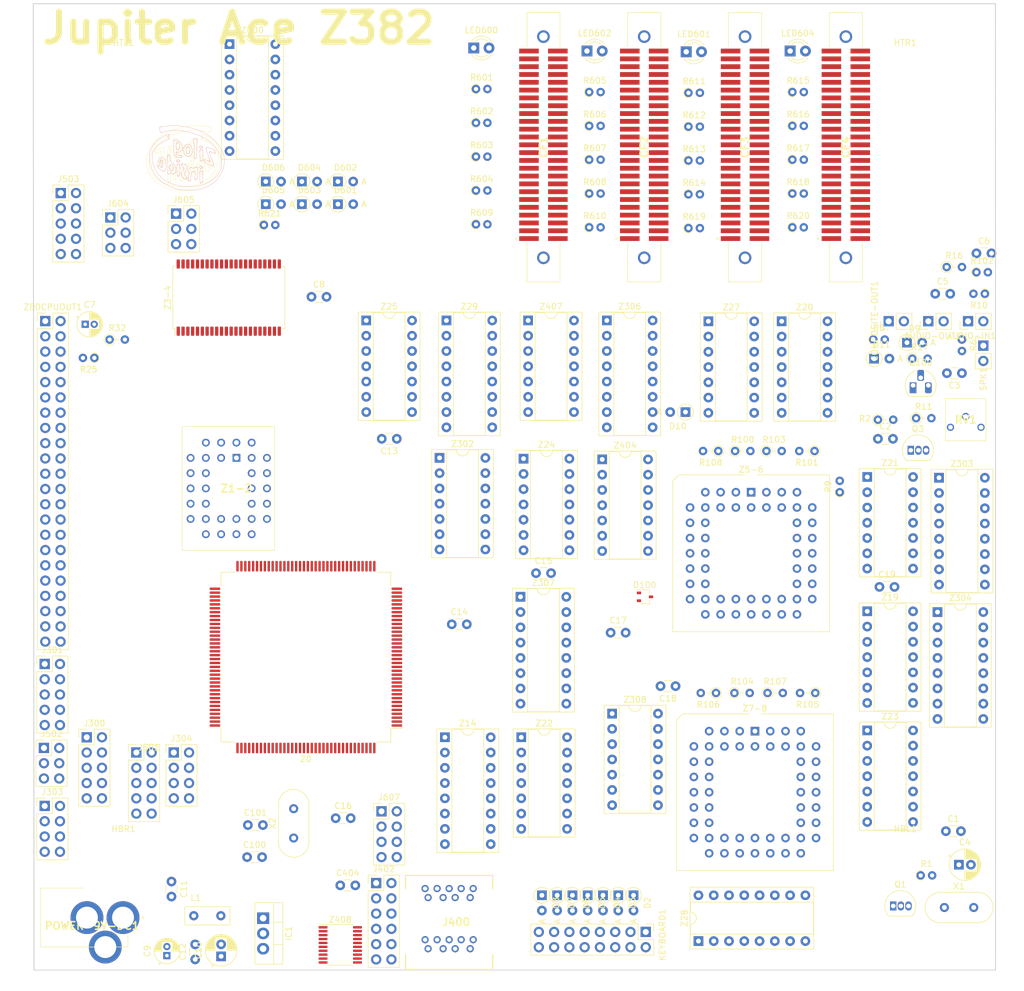
<source format=kicad_pcb>
(kicad_pcb (version 20171130) (host pcbnew "(5.1.9)-1")
  (title_block (title JupiterAceZ180) (date 2019-09-08) (rev Alpha) (company Ontobus) (comment 1 "John Bradley") (comment 2 https://creativecommons.org/licenses/by-nc-sa/4.0/) (comment 3 "Attribution-NonCommercial-ShareAlike 4.0 International License.") (comment 4 "This work is licensed under a Creative Commons "))
  (layers (0 Top signal) (31 Bottom signal) (34 B.Paste user) (35 F.Paste user) (36 B.SilkS user) (37 F.SilkS user) (38 B.Mask user) (39 F.Mask user) (44 Edge.Cuts user))
  (net 0 "")
  (net 1 "Net-(C3-Pad2)")
  (net 2 "Net-(AUDIO-IN1-Pad1)")
  (net 3 "Net-(D3-Pad2)")
  (net 4 "Net-(D4-Pad2)")
  (net 5 "Net-(D5-Pad2)")
  (net 6 "Net-(D6-Pad2)")
  (net 7 "Net-(D7-Pad2)")
  (net 8 "Net-(D8-Pad2)")
  (net 9 "Net-(KEYBOARD1-Pad6)")
  (net 10 "Net-(KEYBOARD1-Pad10)")
  (net 11 "Net-(KEYBOARD1-Pad4)")
  (net 12 "Net-(KEYBOARD1-Pad8)")
  (net 13 "Net-(KEYBOARD1-Pad2)")
  (net 14 +9V)
  (net 15 +5V)
  (net 16 "Net-(C1-Pad1)")
  (net 17 "Net-(C100-Pad2)")
  (net 18 "Net-(C101-Pad2)")
  (net 19 "Net-(Q3-Pad2)")
  (net 20 "Net-(Z19-Pad5)")
  (net 21 "Net-(Z19-Pad3)")
  (net 22 "Net-(Z20-Pad1)")
  (net 23 "Net-(Z22-Pad12)")
  (net 24 "Net-(Z22-Pad2)")
  (net 25 "Net-(Z23-Pad12)")
  (net 26 "Net-(Z24-Pad10)")
  (net 27 "Net-(Z24-Pad1)")
  (net 28 +9Vsm)
  (net 29 ~RESET)
  (net 30 "Net-(COMPOSITE-OUT1-Pad1)")
  (net 31 "Net-(CF1-Pad46)")
  (net 32 "Net-(CF1-Pad45)")
  (net 33 "Net-(CF1-Pad44)")
  (net 34 "Net-(CF1-Pad36)")
  (net 35 "Net-(CF1-Pad32)")
  (net 36 "Net-(CF1-Pad7)")
  (net 37 A11)
  (net 38 ~WR)
  (net 39 ~RD)
  (net 40 DA2)
  (net 41 DA1)
  (net 42 DA0)
  (net 43 A12)
  (net 44 A10)
  (net 45 DA7)
  (net 46 DA6)
  (net 47 DA5)
  (net 48 DA4)
  (net 49 DA3)
  (net 50 "Net-(CF2-Pad46)")
  (net 51 "Net-(CF2-Pad45)")
  (net 52 "Net-(CF2-Pad44)")
  (net 53 "Net-(CF2-Pad36)")
  (net 54 "Net-(CF2-Pad32)")
  (net 55 "Net-(CF2-Pad7)")
  (net 56 A8)
  (net 57 A9)
  (net 58 A13)
  (net 59 A14)
  (net 60 A15)
  (net 61 A19)
  (net 62 A18)
  (net 63 A16)
  (net 64 A17)
  (net 65 A7)
  (net 66 A5)
  (net 67 A2)
  (net 68 A0)
  (net 69 A6)
  (net 70 A4)
  (net 71 A3)
  (net 72 A1)
  (net 73 ~IOREQ)
  (net 74 "Net-(D10-Pad2)")
  (net 75 "Net-(D11-Pad1)")
  (net 76 "Net-(R9-Pad2)")
  (net 77 "Net-(R11-Pad2)")
  (net 78 "Net-(C5-Pad2)")
  (net 79 "Net-(Z23-Pad13)")
  (net 80 "Net-(Z28-Pad5)")
  (net 81 "Net-(Z28-Pad12)")
  (net 82 "Net-(Z28-Pad4)")
  (net 83 "Net-(Z28-Pad11)")
  (net 84 "Net-(Z28-Pad3)")
  (net 85 "Net-(Z28-Pad10)")
  (net 86 "Net-(Z28-Pad2)")
  (net 87 "Net-(Z28-Pad1)")
  (net 88 "Net-(CF3-Pad46)")
  (net 89 "Net-(CF3-Pad45)")
  (net 90 "Net-(CF3-Pad44)")
  (net 91 "Net-(CF3-Pad36)")
  (net 92 "Net-(CF3-Pad32)")
  (net 93 "Net-(CF3-Pad7)")
  (net 94 "Net-(CF4-Pad46)")
  (net 95 "Net-(CF4-Pad45)")
  (net 96 "Net-(CF4-Pad44)")
  (net 97 "Net-(CF4-Pad36)")
  (net 98 "Net-(CF4-Pad32)")
  (net 99 "Net-(CF4-Pad7)")
  (net 100 GND)
  (net 101 "Net-(Z20-Pad5)")
  (net 102 "Net-(Z20-Pad11)")
  (net 103 "Net-(Z20-Pad8)")
  (net 104 "Net-(Z5-6-Pad28)")
  (net 105 "Net-(Z5-6-Pad30)")
  (net 106 "Net-(Z5-6-Pad27)")
  (net 107 "Net-(Z5-6-Pad29)")
  (net 108 "Net-(Z5-6-Pad31)")
  (net 109 "Net-(Z5-6-Pad32)")
  (net 110 "Net-(Z5-6-Pad33)")
  (net 111 "Net-(Q100-Pad1)")
  (net 112 "Net-(Z29-Pad7)")
  (net 113 "Net-(Z29-Pad14)")
  (net 114 "Net-(Z29-Pad13)")
  (net 115 "Net-(Z29-Pad12)")
  (net 116 "Net-(Z29-Pad9)")
  (net 117 "Net-(AUDIO-OUT1-Pad2)")
  (net 118 "Net-(C1-Pad2)")
  (net 119 "Net-(C2-Pad1)")
  (net 120 "Net-(C6-Pad2)")
  (net 121 "Net-(C404-Pad1)")
  (net 122 "Net-(D9-Pad2)")
  (net 123 /VDG/VIDEO)
  (net 124 "Net-(D100-Pad3)")
  (net 125 "Net-(D601-Pad1)")
  (net 126 "Net-(J400-Pad14)")
  (net 127 "Net-(J400-Pad13)")
  (net 128 "Net-(J400-Pad3)")
  (net 129 "Net-(J400-Pad2)")
  (net 130 "Net-(J402-Pad10)")
  (net 131 "Net-(J402-Pad9)")
  (net 132 "Net-(J402-Pad8)")
  (net 133 "Net-(J402-Pad7)")
  (net 134 "Net-(J402-Pad6)")
  (net 135 "Net-(J402-Pad5)")
  (net 136 "Net-(J402-Pad4)")
  (net 137 "Net-(J402-Pad3)")
  (net 138 "Net-(J402-Pad2)")
  (net 139 "Net-(J402-Pad1)")
  (net 140 "Net-(LED600-Pad2)")
  (net 141 "Net-(LED601-Pad2)")
  (net 142 "Net-(LED602-Pad2)")
  (net 143 "Net-(LED604-Pad2)")
  (net 144 "Net-(R10-Pad1)")
  (net 145 /~WE)
  (net 146 ~RAMSEL)
  (net 147 "Net-(R100-Pad2)")
  (net 148 "Net-(R101-Pad2)")
  (net 149 "Net-(R102-Pad2)")
  (net 150 "Net-(R103-Pad2)")
  (net 151 "Net-(R104-Pad2)")
  (net 152 "Net-(R105-Pad2)")
  (net 153 "Net-(R106-Pad2)")
  (net 154 "Net-(R107-Pad2)")
  (net 155 "Net-(R108-Pad2)")
  (net 156 ~MREQ)
  (net 157 "Net-(Z14-Pad1)")
  (net 158 /VDG/SH~LD)
  (net 159 /VDG/VIDEN)
  (net 160 SCREENY3)
  (net 161 SCREENY4)
  (net 162 /VDG/INVERTCHAR)
  (net 163 ~VIDEOCLK)
  (net 164 "Net-(Z20-Pad3)")
  (net 165 ENDOFSCR)
  (net 166 SCREENY2)
  (net 167 50Hz)
  (net 168 EOL)
  (net 169 SCREENX4)
  (net 170 SCREENX2)
  (net 171 SCREENY1)
  (net 172 "Net-(Z21-Pad8)")
  (net 173 SCREENY0)
  (net 174 CNT0)
  (net 175 CNT1)
  (net 176 CNT2)
  (net 177 SCREENX3)
  (net 178 "Net-(Z24-Pad12)")
  (net 179 ~TAPECS)
  (net 180 ~0000-1FFF)
  (net 181 "Net-(Z29-Pad11)")
  (net 182 "Net-(Z29-Pad10)")
  (net 183 /ADDRDECODE/~3C00-3FFF)
  (net 184 /ADDRDECODE/~CPUFONT)
  (net 185 "Net-(Z302-Pad5)")
  (net 186 ~CPUFONTRAM)
  (net 187 ~3800-3FFF)
  (net 188 ~3800-3BFF)
  (net 189 ~CPUFONTROM)
  (net 190 SCREENX0)
  (net 191 SCREENX1)
  (net 192 FONTCHAR1)
  (net 193 FONTCHAR2)
  (net 194 FONTCHAR0)
  (net 195 ~3000-37FF)
  (net 196 ~CPUVIDEORAM)
  (net 197 ~CFCS)
  (net 198 ~ROMSEL)
  (net 199 "Net-(Z29-Pad6)")
  (net 200 "Net-(Z306-Pad4)")
  (net 201 "Net-(Z307-Pad15)")
  (net 202 PA4)
  (net 203 PA3)
  (net 204 PA5)
  (net 205 PA2)
  (net 206 PA6)
  (net 207 PA1)
  (net 208 PA7)
  (net 209 PA0)
  (net 210 PB2)
  (net 211 PB1)
  (net 212 PB0)
  (net 213 PC4)
  (net 214 PC5)
  (net 215 PC2)
  (net 216 CKS)
  (net 217 RxS\~CTS)
  (net 218 TxS)
  (net 219 ~INT0)
  (net 220 ~NMI)
  (net 221 /~BUSRQ)
  (net 222 /~BUSAK)
  (net 223 /~WAIT)
  (net 224 ~CPUCLK)
  (net 225 /~HALT)
  (net 226 ~M1)
  (net 227 ~INT3)
  (net 228 CKA0)
  (net 229 ~DCD0)
  (net 230 ~CTS0)
  (net 231 ~RTS0)
  (net 232 RxA0)
  (net 233 TxA0)
  (net 234 CKA1)
  (net 235 ~DCD1)
  (net 236 ~CTS1)
  (net 237 ~RTS1)
  (net 238 RxA1)
  (net 239 TxA1)
  (net 240 PC6)
  (net 241 PC7)
  (net 242 PD4)
  (net 243 PD3)
  (net 244 PD5)
  (net 245 PD2)
  (net 246 PD6)
  (net 247 PD1)
  (net 248 PD7)
  (net 249 PD0)
  (net 250 TxC0)
  (net 251 RxC0)
  (net 252 TxD0)
  (net 253 RxD0)
  (net 254 TxC1)
  (net 255 RxC1)
  (net 256 TxD1)
  (net 257 RxD1)
  (net 258 A22)
  (net 259 A21)
  (net 260 A23)
  (net 261 A20)
  (net 262 ~MRD)
  (net 263 ~IORD)
  (net 264 ~MWR)
  (net 265 ~IOWR)
  (net 266 RxD2)
  (net 267 TxD2)
  (module Connector_PinHeader_2.54mm:PinHeader_2x04_P2.54mm_Vertical (layer Top) (at 81.28 157.226)
    (fp_text reference J607 (at 1.27 -2.33) (layer F.SilkS))
    (fp_text value Conn_02x04_Odd_Even)
    (pad 8 thru_hole oval (at 2.54 7.62) (size 1.7 1.7) (drill 1) (layers *.Cu *.Mask) (net 100 GND))
    (pad 7 thru_hole oval (at 0 7.62) (size 1.7 1.7) (drill 1) (layers *.Cu *.Mask) (net 15 +5V))
    (pad 6 thru_hole oval (at 2.54 5.08) (size 1.7 1.7) (drill 1) (layers *.Cu *.Mask))
    (pad 5 thru_hole oval (at 0 5.08) (size 1.7 1.7) (drill 1) (layers *.Cu *.Mask))
    (pad 4 thru_hole oval (at 2.54 2.54) (size 1.7 1.7) (drill 1) (layers *.Cu *.Mask) (net 258 A22))
    (pad 3 thru_hole oval (at 0 2.54) (size 1.7 1.7) (drill 1) (layers *.Cu *.Mask) (net 259 A21))
    (pad 2 thru_hole oval (at 2.54 0) (size 1.7 1.7) (drill 1) (layers *.Cu *.Mask) (net 260 A23))
    (pad 1 thru_hole rect (at 0 0) (size 1.7 1.7) (drill 1) (layers *.Cu *.Mask) (net 261 A20))
  )
  (module Connector_PinHeader_2.54mm:PinHeader_2x03_P2.54mm_Vertical (layer Top) (at 47.117 57.785)
    (fp_text reference J605 (at 1.27 -2.33) (layer F.SilkS))
    (fp_text value Conn_02x03_Odd_Even)
    (pad 6 thru_hole oval (at 2.54 5.08) (size 1.7 1.7) (drill 1) (layers *.Cu *.Mask) (net 100 GND))
    (pad 5 thru_hole oval (at 0 5.08) (size 1.7 1.7) (drill 1) (layers *.Cu *.Mask) (net 15 +5V))
    (pad 4 thru_hole oval (at 2.54 2.54) (size 1.7 1.7) (drill 1) (layers *.Cu *.Mask) (net 254 TxC1))
    (pad 3 thru_hole oval (at 0 2.54) (size 1.7 1.7) (drill 1) (layers *.Cu *.Mask) (net 255 RxC1))
    (pad 2 thru_hole oval (at 2.54 0) (size 1.7 1.7) (drill 1) (layers *.Cu *.Mask) (net 256 TxD1))
    (pad 1 thru_hole rect (at 0 0) (size 1.7 1.7) (drill 1) (layers *.Cu *.Mask) (net 257 RxD1))
  )
  (module Connector_PinHeader_2.54mm:PinHeader_2x03_P2.54mm_Vertical (layer Top) (at 36.195 58.42)
    (fp_text reference J604 (at 1.27 -2.33) (layer F.SilkS))
    (fp_text value Conn_02x03_Odd_Even)
    (pad 6 thru_hole oval (at 2.54 5.08) (size 1.7 1.7) (drill 1) (layers *.Cu *.Mask) (net 100 GND))
    (pad 5 thru_hole oval (at 0 5.08) (size 1.7 1.7) (drill 1) (layers *.Cu *.Mask) (net 15 +5V))
    (pad 4 thru_hole oval (at 2.54 2.54) (size 1.7 1.7) (drill 1) (layers *.Cu *.Mask) (net 250 TxC0))
    (pad 3 thru_hole oval (at 0 2.54) (size 1.7 1.7) (drill 1) (layers *.Cu *.Mask) (net 251 RxC0))
    (pad 2 thru_hole oval (at 2.54 0) (size 1.7 1.7) (drill 1) (layers *.Cu *.Mask) (net 252 TxD0))
    (pad 1 thru_hole rect (at 0 0) (size 1.7 1.7) (drill 1) (layers *.Cu *.Mask) (net 253 RxD0))
  )
  (module Connector_PinHeader_2.54mm:PinHeader_2x05_P2.54mm_Vertical (layer Top) (at 27.94 54.356)
    (fp_text reference J503 (at 1.27 -2.33) (layer F.SilkS))
    (fp_text value Conn_02x05_Odd_Even)
    (pad 10 thru_hole oval (at 2.54 10.16) (size 1.7 1.7) (drill 1) (layers *.Cu *.Mask) (net 100 GND))
    (pad 9 thru_hole oval (at 0 10.16) (size 1.7 1.7) (drill 1) (layers *.Cu *.Mask) (net 15 +5V))
    (pad 8 thru_hole oval (at 2.54 7.62) (size 1.7 1.7) (drill 1) (layers *.Cu *.Mask) (net 242 PD4))
    (pad 7 thru_hole oval (at 0 7.62) (size 1.7 1.7) (drill 1) (layers *.Cu *.Mask) (net 243 PD3))
    (pad 6 thru_hole oval (at 2.54 5.08) (size 1.7 1.7) (drill 1) (layers *.Cu *.Mask) (net 244 PD5))
    (pad 5 thru_hole oval (at 0 5.08) (size 1.7 1.7) (drill 1) (layers *.Cu *.Mask) (net 245 PD2))
    (pad 4 thru_hole oval (at 2.54 2.54) (size 1.7 1.7) (drill 1) (layers *.Cu *.Mask) (net 246 PD6))
    (pad 3 thru_hole oval (at 0 2.54) (size 1.7 1.7) (drill 1) (layers *.Cu *.Mask) (net 247 PD1))
    (pad 2 thru_hole oval (at 2.54 0) (size 1.7 1.7) (drill 1) (layers *.Cu *.Mask) (net 248 PD7))
    (pad 1 thru_hole rect (at 0 0) (size 1.7 1.7) (drill 1) (layers *.Cu *.Mask) (net 249 PD0))
  )
  (module Connector_PinHeader_2.54mm:PinHeader_2x04_P2.54mm_Vertical (layer Top) (at 46.736 147.447)
    (fp_text reference J304 (at 1.27 -2.33) (layer F.SilkS))
    (fp_text value Conn_02x04_Odd_Even)
    (pad 8 thru_hole oval (at 2.54 7.62) (size 1.7 1.7) (drill 1) (layers *.Cu *.Mask) (net 100 GND))
    (pad 7 thru_hole oval (at 0 7.62) (size 1.7 1.7) (drill 1) (layers *.Cu *.Mask) (net 15 +5V))
    (pad 6 thru_hole oval (at 2.54 5.08) (size 1.7 1.7) (drill 1) (layers *.Cu *.Mask) (net 234 CKA1))
    (pad 5 thru_hole oval (at 0 5.08) (size 1.7 1.7) (drill 1) (layers *.Cu *.Mask) (net 235 ~DCD1))
    (pad 4 thru_hole oval (at 2.54 2.54) (size 1.7 1.7) (drill 1) (layers *.Cu *.Mask) (net 236 ~CTS1))
    (pad 3 thru_hole oval (at 0 2.54) (size 1.7 1.7) (drill 1) (layers *.Cu *.Mask) (net 237 ~RTS1))
    (pad 2 thru_hole oval (at 2.54 0) (size 1.7 1.7) (drill 1) (layers *.Cu *.Mask) (net 238 RxA1))
    (pad 1 thru_hole rect (at 0 0) (size 1.7 1.7) (drill 1) (layers *.Cu *.Mask) (net 239 TxA1))
  )
  (module Connector_PinHeader_2.54mm:PinHeader_2x04_P2.54mm_Vertical (layer Top) (at 25.273 156.337)
    (fp_text reference J303 (at 1.27 -2.33) (layer F.SilkS))
    (fp_text value Conn_02x04_Odd_Even)
    (pad 8 thru_hole oval (at 2.54 7.62) (size 1.7 1.7) (drill 1) (layers *.Cu *.Mask) (net 100 GND))
    (pad 7 thru_hole oval (at 0 7.62) (size 1.7 1.7) (drill 1) (layers *.Cu *.Mask) (net 15 +5V))
    (pad 6 thru_hole oval (at 2.54 5.08) (size 1.7 1.7) (drill 1) (layers *.Cu *.Mask) (net 228 CKA0))
    (pad 5 thru_hole oval (at 0 5.08) (size 1.7 1.7) (drill 1) (layers *.Cu *.Mask) (net 229 ~DCD0))
    (pad 4 thru_hole oval (at 2.54 2.54) (size 1.7 1.7) (drill 1) (layers *.Cu *.Mask) (net 230 ~CTS0))
    (pad 3 thru_hole oval (at 0 2.54) (size 1.7 1.7) (drill 1) (layers *.Cu *.Mask) (net 231 ~RTS0))
    (pad 2 thru_hole oval (at 2.54 0) (size 1.7 1.7) (drill 1) (layers *.Cu *.Mask) (net 232 RxA0))
    (pad 1 thru_hole rect (at 0 0) (size 1.7 1.7) (drill 1) (layers *.Cu *.Mask) (net 233 TxA0))
  )
  (module Connector_PinHeader_2.54mm:PinHeader_2x05_P2.54mm_Vertical (layer Top) (at 32.258 144.907)
    (fp_text reference J300 (at 1.27 -2.33) (layer F.SilkS))
    (fp_text value Conn_02x05_Odd_Even)
    (pad 10 thru_hole oval (at 2.54 10.16) (size 1.7 1.7) (drill 1) (layers *.Cu *.Mask) (net 100 GND))
    (pad 9 thru_hole oval (at 0 10.16) (size 1.7 1.7) (drill 1) (layers *.Cu *.Mask) (net 15 +5V))
    (pad 8 thru_hole oval (at 2.54 7.62) (size 1.7 1.7) (drill 1) (layers *.Cu *.Mask) (net 202 PA4))
    (pad 7 thru_hole oval (at 0 7.62) (size 1.7 1.7) (drill 1) (layers *.Cu *.Mask) (net 203 PA3))
    (pad 6 thru_hole oval (at 2.54 5.08) (size 1.7 1.7) (drill 1) (layers *.Cu *.Mask) (net 204 PA5))
    (pad 5 thru_hole oval (at 0 5.08) (size 1.7 1.7) (drill 1) (layers *.Cu *.Mask) (net 205 PA2))
    (pad 4 thru_hole oval (at 2.54 2.54) (size 1.7 1.7) (drill 1) (layers *.Cu *.Mask) (net 206 PA6))
    (pad 3 thru_hole oval (at 0 2.54) (size 1.7 1.7) (drill 1) (layers *.Cu *.Mask) (net 207 PA1))
    (pad 2 thru_hole oval (at 2.54 0) (size 1.7 1.7) (drill 1) (layers *.Cu *.Mask) (net 208 PA7))
    (pad 1 thru_hole rect (at 0 0) (size 1.7 1.7) (drill 1) (layers *.Cu *.Mask) (net 209 PA0))
  )
  (module Package_QFP:PQFP-144_28x28mm_P0.65mm (layer Top) (at 68.707 131.572 180)
    (fp_text reference Z0 (at 0 -16.95) (layer F.SilkS))
    (fp_text value Z80-182-L182-VQFP-100)
    (pad 144 smd roundrect (at -11.375 -15.125 180) (size 0.4 1.75) (layers Top F.Paste F.Mask) (net 261 A20))
    (pad 143 smd roundrect (at -10.725 -15.125 180) (size 0.4 1.75) (layers Top F.Paste F.Mask) (net 259 A21))
    (pad 142 smd roundrect (at -10.075 -15.125 180) (size 0.4 1.75) (layers Top F.Paste F.Mask) (net 258 A22))
    (pad 141 smd roundrect (at -9.425 -15.125 180) (size 0.4 1.75) (layers Top F.Paste F.Mask) (net 260 A23))
    (pad 140 smd roundrect (at -8.775 -15.125 180) (size 0.4 1.75) (layers Top F.Paste F.Mask) (net 100 GND))
    (pad 139 smd roundrect (at -8.125 -15.125 180) (size 0.4 1.75) (layers Top F.Paste F.Mask) (net 227 ~INT3))
    (pad 138 smd roundrect (at -7.475 -15.125 180) (size 0.4 1.75) (layers Top F.Paste F.Mask))
    (pad 137 smd roundrect (at -6.825 -15.125 180) (size 0.4 1.75) (layers Top F.Paste F.Mask))
    (pad 136 smd roundrect (at -6.175 -15.125 180) (size 0.4 1.75) (layers Top F.Paste F.Mask) (net 219 ~INT0))
    (pad 135 smd roundrect (at -5.525 -15.125 180) (size 0.4 1.75) (layers Top F.Paste F.Mask) (net 220 ~NMI))
    (pad 134 smd roundrect (at -4.875 -15.125 180) (size 0.4 1.75) (layers Top F.Paste F.Mask) (net 29 ~RESET))
    (pad 133 smd roundrect (at -4.225 -15.125 180) (size 0.4 1.75) (layers Top F.Paste F.Mask) (net 221 /~BUSRQ))
    (pad 132 smd roundrect (at -3.575 -15.125 180) (size 0.4 1.75) (layers Top F.Paste F.Mask) (net 222 /~BUSAK))
    (pad 131 smd roundrect (at -2.925 -15.125 180) (size 0.4 1.75) (layers Top F.Paste F.Mask) (net 15 +5V))
    (pad 130 smd roundrect (at -2.275 -15.125 180) (size 0.4 1.75) (layers Top F.Paste F.Mask) (net 223 /~WAIT))
    (pad 129 smd roundrect (at -1.625 -15.125 180) (size 0.4 1.75) (layers Top F.Paste F.Mask) (net 17 "Net-(C100-Pad2)"))
    (pad 128 smd roundrect (at -0.975 -15.125 180) (size 0.4 1.75) (layers Top F.Paste F.Mask) (net 18 "Net-(C101-Pad2)"))
    (pad 127 smd roundrect (at -0.325 -15.125 180) (size 0.4 1.75) (layers Top F.Paste F.Mask) (net 224 ~CPUCLK))
    (pad 126 smd roundrect (at 0.325 -15.125 180) (size 0.4 1.75) (layers Top F.Paste F.Mask) (net 262 ~MRD))
    (pad 125 smd roundrect (at 0.975 -15.125 180) (size 0.4 1.75) (layers Top F.Paste F.Mask) (net 263 ~IORD))
    (pad 124 smd roundrect (at 1.625 -15.125 180) (size 0.4 1.75) (layers Top F.Paste F.Mask) (net 264 ~MWR))
    (pad 123 smd roundrect (at 2.275 -15.125 180) (size 0.4 1.75) (layers Top F.Paste F.Mask) (net 265 ~IOWR))
    (pad 122 smd roundrect (at 2.925 -15.125 180) (size 0.4 1.75) (layers Top F.Paste F.Mask) (net 100 GND))
    (pad 121 smd roundrect (at 3.575 -15.125 180) (size 0.4 1.75) (layers Top F.Paste F.Mask) (net 225 /~HALT))
    (pad 120 smd roundrect (at 4.225 -15.125 180) (size 0.4 1.75) (layers Top F.Paste F.Mask))
    (pad 119 smd roundrect (at 4.875 -15.125 180) (size 0.4 1.75) (layers Top F.Paste F.Mask))
    (pad 118 smd roundrect (at 5.525 -15.125 180) (size 0.4 1.75) (layers Top F.Paste F.Mask))
    (pad 117 smd roundrect (at 6.175 -15.125 180) (size 0.4 1.75) (layers Top F.Paste F.Mask) (net 100 GND))
    (pad 116 smd roundrect (at 6.825 -15.125 180) (size 0.4 1.75) (layers Top F.Paste F.Mask) (net 226 ~M1))
    (pad 115 smd roundrect (at 7.475 -15.125 180) (size 0.4 1.75) (layers Top F.Paste F.Mask) (net 73 ~IOREQ))
    (pad 114 smd roundrect (at 8.125 -15.125 180) (size 0.4 1.75) (layers Top F.Paste F.Mask))
    (pad 113 smd roundrect (at 8.775 -15.125 180) (size 0.4 1.75) (layers Top F.Paste F.Mask) (net 15 +5V))
    (pad 112 smd roundrect (at 9.425 -15.125 180) (size 0.4 1.75) (layers Top F.Paste F.Mask) (net 229 ~DCD0))
    (pad 111 smd roundrect (at 10.075 -15.125 180) (size 0.4 1.75) (layers Top F.Paste F.Mask) (net 230 ~CTS0))
    (pad 110 smd roundrect (at 10.725 -15.125 180) (size 0.4 1.75) (layers Top F.Paste F.Mask) (net 236 ~CTS1))
    (pad 109 smd roundrect (at 11.375 -15.125 180) (size 0.4 1.75) (layers Top F.Paste F.Mask) (net 215 PC2))
    (pad 108 smd roundrect (at 15.125 -11.375 180) (size 1.75 0.4) (layers Top F.Paste F.Mask) (net 266 RxD2))
    (pad 107 smd roundrect (at 15.125 -10.725 180) (size 1.75 0.4) (layers Top F.Paste F.Mask) (net 267 TxD2))
    (pad 106 smd roundrect (at 15.125 -10.075 180) (size 1.75 0.4) (layers Top F.Paste F.Mask))
    (pad 105 smd roundrect (at 15.125 -9.425 180) (size 1.75 0.4) (layers Top F.Paste F.Mask))
    (pad 104 smd roundrect (at 15.125 -8.775 180) (size 1.75 0.4) (layers Top F.Paste F.Mask) (net 100 GND))
    (pad 103 smd roundrect (at 15.125 -8.125 180) (size 1.75 0.4) (layers Top F.Paste F.Mask) (net 257 RxD1))
    (pad 102 smd roundrect (at 15.125 -7.475 180) (size 1.75 0.4) (layers Top F.Paste F.Mask) (net 256 TxD1))
    (pad 101 smd roundrect (at 15.125 -6.825 180) (size 1.75 0.4) (layers Top F.Paste F.Mask) (net 255 RxC1))
    (pad 100 smd roundrect (at 15.125 -6.175 180) (size 1.75 0.4) (layers Top F.Paste F.Mask) (net 254 TxC1))
    (pad 99 smd roundrect (at 15.125 -5.525 180) (size 1.75 0.4) (layers Top F.Paste F.Mask) (net 253 RxD0))
    (pad 98 smd roundrect (at 15.125 -4.875 180) (size 1.75 0.4) (layers Top F.Paste F.Mask) (net 252 TxD0))
    (pad 97 smd roundrect (at 15.125 -4.225 180) (size 1.75 0.4) (layers Top F.Paste F.Mask) (net 251 RxC0))
    (pad 96 smd roundrect (at 15.125 -3.575 180) (size 1.75 0.4) (layers Top F.Paste F.Mask) (net 250 TxC0))
    (pad 95 smd roundrect (at 15.125 -2.925 180) (size 1.75 0.4) (layers Top F.Paste F.Mask) (net 15 +5V))
    (pad 94 smd roundrect (at 15.125 -2.275 180) (size 1.75 0.4) (layers Top F.Paste F.Mask) (net 237 ~RTS1))
    (pad 93 smd roundrect (at 15.125 -1.625 180) (size 1.75 0.4) (layers Top F.Paste F.Mask) (net 231 ~RTS0))
    (pad 92 smd roundrect (at 15.125 -0.975 180) (size 1.75 0.4) (layers Top F.Paste F.Mask) (net 228 CKA0))
    (pad 91 smd roundrect (at 15.125 -0.325 180) (size 1.75 0.4) (layers Top F.Paste F.Mask) (net 233 TxA0))
    (pad 90 smd roundrect (at 15.125 0.325 180) (size 1.75 0.4) (layers Top F.Paste F.Mask) (net 232 RxA0))
    (pad 89 smd roundrect (at 15.125 0.975 180) (size 1.75 0.4) (layers Top F.Paste F.Mask) (net 229 ~DCD0))
    (pad 88 smd roundrect (at 15.125 1.625 180) (size 1.75 0.4) (layers Top F.Paste F.Mask))
    (pad 87 smd roundrect (at 15.125 2.275 180) (size 1.75 0.4) (layers Top F.Paste F.Mask) (net 239 TxA1))
    (pad 86 smd roundrect (at 15.125 2.925 180) (size 1.75 0.4) (layers Top F.Paste F.Mask) (net 15 +5V))
    (pad 85 smd roundrect (at 15.125 3.575 180) (size 1.75 0.4) (layers Top F.Paste F.Mask) (net 209 PA0))
    (pad 84 smd roundrect (at 15.125 4.225 180) (size 1.75 0.4) (layers Top F.Paste F.Mask) (net 207 PA1))
    (pad 83 smd roundrect (at 15.125 4.875 180) (size 1.75 0.4) (layers Top F.Paste F.Mask) (net 205 PA2))
    (pad 82 smd roundrect (at 15.125 5.525 180) (size 1.75 0.4) (layers Top F.Paste F.Mask) (net 203 PA3))
    (pad 81 smd roundrect (at 15.125 6.175 180) (size 1.75 0.4) (layers Top F.Paste F.Mask) (net 202 PA4))
    (pad 80 smd roundrect (at 15.125 6.825 180) (size 1.75 0.4) (layers Top F.Paste F.Mask) (net 204 PA5))
    (pad 79 smd roundrect (at 15.125 7.475 180) (size 1.75 0.4) (layers Top F.Paste F.Mask) (net 206 PA6))
    (pad 78 smd roundrect (at 15.125 8.125 180) (size 1.75 0.4) (layers Top F.Paste F.Mask) (net 208 PA7))
    (pad 77 smd roundrect (at 15.125 8.775 180) (size 1.75 0.4) (layers Top F.Paste F.Mask) (net 15 +5V))
    (pad 76 smd roundrect (at 15.125 9.425 180) (size 1.75 0.4) (layers Top F.Paste F.Mask) (net 249 PD0))
    (pad 75 smd roundrect (at 15.125 10.075 180) (size 1.75 0.4) (layers Top F.Paste F.Mask) (net 247 PD1))
    (pad 74 smd roundrect (at 15.125 10.725 180) (size 1.75 0.4) (layers Top F.Paste F.Mask) (net 245 PD2))
    (pad 73 smd roundrect (at 15.125 11.375 180) (size 1.75 0.4) (layers Top F.Paste F.Mask) (net 243 PD3))
    (pad 72 smd roundrect (at 11.375 15.125 180) (size 0.4 1.75) (layers Top F.Paste F.Mask) (net 242 PD4))
    (pad 71 smd roundrect (at 10.725 15.125 180) (size 0.4 1.75) (layers Top F.Paste F.Mask) (net 244 PD5))
    (pad 70 smd roundrect (at 10.075 15.125 180) (size 0.4 1.75) (layers Top F.Paste F.Mask) (net 246 PD6))
    (pad 69 smd roundrect (at 9.425 15.125 180) (size 0.4 1.75) (layers Top F.Paste F.Mask) (net 248 PD7))
    (pad 68 smd roundrect (at 8.775 15.125 180) (size 0.4 1.75) (layers Top F.Paste F.Mask) (net 100 GND))
    (pad 67 smd roundrect (at 8.125 15.125 180) (size 0.4 1.75) (layers Top F.Paste F.Mask) (net 257 RxD1))
    (pad 66 smd roundrect (at 7.475 15.125 180) (size 0.4 1.75) (layers Top F.Paste F.Mask) (net 235 ~DCD1))
    (pad 65 smd roundrect (at 6.825 15.125 180) (size 0.4 1.75) (layers Top F.Paste F.Mask) (net 234 CKA1))
    (pad 64 smd roundrect (at 6.175 15.125 180) (size 0.4 1.75) (layers Top F.Paste F.Mask) (net 216 CKS))
    (pad 63 smd roundrect (at 5.525 15.125 180) (size 0.4 1.75) (layers Top F.Paste F.Mask) (net 217 RxS\~CTS))
    (pad 62 smd roundrect (at 4.875 15.125 180) (size 0.4 1.75) (layers Top F.Paste F.Mask) (net 218 TxS))
    (pad 61 smd roundrect (at 4.225 15.125 180) (size 0.4 1.75) (layers Top F.Paste F.Mask) (net 230 ~CTS0))
    (pad 60 smd roundrect (at 3.575 15.125 180) (size 0.4 1.75) (layers Top F.Paste F.Mask) (net 236 ~CTS1))
    (pad 59 smd roundrect (at 2.925 15.125 180) (size 0.4 1.75) (layers Top F.Paste F.Mask) (net 15 +5V))
    (pad 58 smd roundrect (at 2.275 15.125 180) (size 0.4 1.75) (layers Top F.Paste F.Mask) (net 212 PB0))
    (pad 57 smd roundrect (at 1.625 15.125 180) (size 0.4 1.75) (layers Top F.Paste F.Mask) (net 211 PB1))
    (pad 56 smd roundrect (at 0.975 15.125 180) (size 0.4 1.75) (layers Top F.Paste F.Mask) (net 210 PB2))
    (pad 55 smd roundrect (at 0.325 15.125 180) (size 0.4 1.75) (layers Top F.Paste F.Mask) (net 238 RxA1))
    (pad 54 smd roundrect (at -0.325 15.125 180) (size 0.4 1.75) (layers Top F.Paste F.Mask) (net 239 TxA1))
    (pad 53 smd roundrect (at -0.975 15.125 180) (size 0.4 1.75) (layers Top F.Paste F.Mask) (net 228 CKA0))
    (pad 52 smd roundrect (at -1.625 15.125 180) (size 0.4 1.75) (layers Top F.Paste F.Mask) (net 232 RxA0))
    (pad 51 smd roundrect (at -2.275 15.125 180) (size 0.4 1.75) (layers Top F.Paste F.Mask) (net 233 TxA0))
    (pad 50 smd roundrect (at -2.925 15.125 180) (size 0.4 1.75) (layers Top F.Paste F.Mask))
    (pad 49 smd roundrect (at -3.575 15.125 180) (size 0.4 1.75) (layers Top F.Paste F.Mask) (net 234 CKA1))
    (pad 48 smd roundrect (at -4.225 15.125 180) (size 0.4 1.75) (layers Top F.Paste F.Mask) (net 213 PC4))
    (pad 47 smd roundrect (at -4.875 15.125 180) (size 0.4 1.75) (layers Top F.Paste F.Mask) (net 214 PC5))
    (pad 46 smd roundrect (at -5.525 15.125 180) (size 0.4 1.75) (layers Top F.Paste F.Mask))
    (pad 45 smd roundrect (at -6.175 15.125 180) (size 0.4 1.75) (layers Top F.Paste F.Mask) (net 240 PC6))
    (pad 44 smd roundrect (at -6.825 15.125 180) (size 0.4 1.75) (layers Top F.Paste F.Mask) (net 241 PC7))
    (pad 43 smd roundrect (at -7.475 15.125 180) (size 0.4 1.75) (layers Top F.Paste F.Mask) (net 156 ~MREQ))
    (pad 42 smd roundrect (at -8.125 15.125 180) (size 0.4 1.75) (layers Top F.Paste F.Mask))
    (pad 41 smd roundrect (at -8.775 15.125 180) (size 0.4 1.75) (layers Top F.Paste F.Mask) (net 15 +5V))
    (pad 40 smd roundrect (at -9.425 15.125 180) (size 0.4 1.75) (layers Top F.Paste F.Mask) (net 42 DA0))
    (pad 39 smd roundrect (at -10.075 15.125 180) (size 0.4 1.75) (layers Top F.Paste F.Mask) (net 41 DA1))
    (pad 38 smd roundrect (at -10.725 15.125 180) (size 0.4 1.75) (layers Top F.Paste F.Mask) (net 40 DA2))
    (pad 37 smd roundrect (at -11.375 15.125 180) (size 0.4 1.75) (layers Top F.Paste F.Mask) (net 49 DA3))
    (pad 36 smd roundrect (at -15.125 11.375 180) (size 1.75 0.4) (layers Top F.Paste F.Mask) (net 48 DA4))
    (pad 35 smd roundrect (at -15.125 10.725 180) (size 1.75 0.4) (layers Top F.Paste F.Mask) (net 47 DA5))
    (pad 34 smd roundrect (at -15.125 10.075 180) (size 1.75 0.4) (layers Top F.Paste F.Mask) (net 46 DA6))
    (pad 33 smd roundrect (at -15.125 9.425 180) (size 1.75 0.4) (layers Top F.Paste F.Mask) (net 45 DA7))
    (pad 32 smd roundrect (at -15.125 8.775 180) (size 1.75 0.4) (layers Top F.Paste F.Mask) (net 100 GND))
    (pad 31 smd roundrect (at -15.125 8.125 180) (size 1.75 0.4) (layers Top F.Paste F.Mask))
    (pad 30 smd roundrect (at -15.125 7.475 180) (size 1.75 0.4) (layers Top F.Paste F.Mask))
    (pad 29 smd roundrect (at -15.125 6.825 180) (size 1.75 0.4) (layers Top F.Paste F.Mask))
    (pad 28 smd roundrect (at -15.125 6.175 180) (size 1.75 0.4) (layers Top F.Paste F.Mask))
    (pad 27 smd roundrect (at -15.125 5.525 180) (size 1.75 0.4) (layers Top F.Paste F.Mask))
    (pad 26 smd roundrect (at -15.125 4.875 180) (size 1.75 0.4) (layers Top F.Paste F.Mask))
    (pad 25 smd roundrect (at -15.125 4.225 180) (size 1.75 0.4) (layers Top F.Paste F.Mask))
    (pad 24 smd roundrect (at -15.125 3.575 180) (size 1.75 0.4) (layers Top F.Paste F.Mask))
    (pad 23 smd roundrect (at -15.125 2.925 180) (size 1.75 0.4) (layers Top F.Paste F.Mask) (net 15 +5V))
    (pad 22 smd roundrect (at -15.125 2.275 180) (size 1.75 0.4) (layers Top F.Paste F.Mask) (net 68 A0))
    (pad 21 smd roundrect (at -15.125 1.625 180) (size 1.75 0.4) (layers Top F.Paste F.Mask) (net 72 A1))
    (pad 20 smd roundrect (at -15.125 0.975 180) (size 1.75 0.4) (layers Top F.Paste F.Mask) (net 67 A2))
    (pad 19 smd roundrect (at -15.125 0.325 180) (size 1.75 0.4) (layers Top F.Paste F.Mask) (net 71 A3))
    (pad 18 smd roundrect (at -15.125 -0.325 180) (size 1.75 0.4) (layers Top F.Paste F.Mask) (net 70 A4))
    (pad 17 smd roundrect (at -15.125 -0.975 180) (size 1.75 0.4) (layers Top F.Paste F.Mask) (net 66 A5))
    (pad 16 smd roundrect (at -15.125 -1.625 180) (size 1.75 0.4) (layers Top F.Paste F.Mask) (net 69 A6))
    (pad 15 smd roundrect (at -15.125 -2.275 180) (size 1.75 0.4) (layers Top F.Paste F.Mask) (net 65 A7))
    (pad 14 smd roundrect (at -15.125 -2.925 180) (size 1.75 0.4) (layers Top F.Paste F.Mask) (net 100 GND))
    (pad 13 smd roundrect (at -15.125 -3.575 180) (size 1.75 0.4) (layers Top F.Paste F.Mask) (net 56 A8))
    (pad 12 smd roundrect (at -15.125 -4.225 180) (size 1.75 0.4) (layers Top F.Paste F.Mask) (net 57 A9))
    (pad 11 smd roundrect (at -15.125 -4.875 180) (size 1.75 0.4) (layers Top F.Paste F.Mask) (net 44 A10))
    (pad 10 smd roundrect (at -15.125 -5.525 180) (size 1.75 0.4) (layers Top F.Paste F.Mask) (net 37 A11))
    (pad 9 smd roundrect (at -15.125 -6.175 180) (size 1.75 0.4) (layers Top F.Paste F.Mask) (net 43 A12))
    (pad 8 smd roundrect (at -15.125 -6.825 180) (size 1.75 0.4) (layers Top F.Paste F.Mask) (net 58 A13))
    (pad 7 smd roundrect (at -15.125 -7.475 180) (size 1.75 0.4) (layers Top F.Paste F.Mask) (net 59 A14))
    (pad 6 smd roundrect (at -15.125 -8.125 180) (size 1.75 0.4) (layers Top F.Paste F.Mask) (net 60 A15))
    (pad 5 smd roundrect (at -15.125 -8.775 180) (size 1.75 0.4) (layers Top F.Paste F.Mask) (net 15 +5V))
    (pad 4 smd roundrect (at -15.125 -9.425 180) (size 1.75 0.4) (layers Top F.Paste F.Mask) (net 63 A16))
    (pad 3 smd roundrect (at -15.125 -10.075 180) (size 1.75 0.4) (layers Top F.Paste F.Mask) (net 64 A17))
    (pad 2 smd roundrect (at -15.125 -10.725 180) (size 1.75 0.4) (layers Top F.Paste F.Mask) (net 62 A18))
    (pad 1 smd roundrect (at -15.125 -11.375 180) (size 1.75 0.4) (layers Top F.Paste F.Mask) (net 61 A19))
  )
  (module Connector_PinHeader_2.54mm:PinHeader_2x05_P2.54mm_Vertical (layer Top) (at 40.513 147.447)
    (fp_text reference J501 (at 2.081 -0.837) (layer F.SilkS))
    (fp_text value Conn_02x05_Odd_Even)
    (pad 10 thru_hole oval (at 2.54 10.16) (size 1.7 1.7) (drill 1) (layers *.Cu *.Mask) (net 100 GND))
    (pad 9 thru_hole oval (at 0 10.16) (size 1.7 1.7) (drill 1) (layers *.Cu *.Mask) (net 15 +5V))
    (pad 8 thru_hole oval (at 2.54 7.62) (size 1.7 1.7) (drill 1) (layers *.Cu *.Mask) (net 213 PC4))
    (pad 7 thru_hole oval (at 0 7.62) (size 1.7 1.7) (drill 1) (layers *.Cu *.Mask))
    (pad 6 thru_hole oval (at 2.54 5.08) (size 1.7 1.7) (drill 1) (layers *.Cu *.Mask) (net 214 PC5))
    (pad 5 thru_hole oval (at 0 5.08) (size 1.7 1.7) (drill 1) (layers *.Cu *.Mask) (net 215 PC2))
    (pad 4 thru_hole oval (at 2.54 2.54) (size 1.7 1.7) (drill 1) (layers *.Cu *.Mask) (net 240 PC6))
    (pad 3 thru_hole oval (at 0 2.54) (size 1.7 1.7) (drill 1) (layers *.Cu *.Mask))
    (pad 2 thru_hole oval (at 2.54 0) (size 1.7 1.7) (drill 1) (layers *.Cu *.Mask) (net 241 PC7))
    (pad 1 thru_hole rect (at 0 0) (size 1.7 1.7) (drill 1) (layers *.Cu *.Mask))
  )
  (module Connector_PinHeader_2.54mm:PinHeader_2x05_P2.54mm_Vertical (layer Top) (at 25.273 132.715)
    (fp_text reference J301 (at 1.27 -2.33) (layer F.SilkS))
    (fp_text value Conn_02x05_Odd_Even)
    (pad 10 thru_hole oval (at 2.54 10.16) (size 1.7 1.7) (drill 1) (layers *.Cu *.Mask) (net 100 GND))
    (pad 9 thru_hole oval (at 0 10.16) (size 1.7 1.7) (drill 1) (layers *.Cu *.Mask) (net 15 +5V))
    (pad 8 thru_hole oval (at 2.54 7.62) (size 1.7 1.7) (drill 1) (layers *.Cu *.Mask))
    (pad 7 thru_hole oval (at 0 7.62) (size 1.7 1.7) (drill 1) (layers *.Cu *.Mask))
    (pad 6 thru_hole oval (at 2.54 5.08) (size 1.7 1.7) (drill 1) (layers *.Cu *.Mask))
    (pad 5 thru_hole oval (at 0 5.08) (size 1.7 1.7) (drill 1) (layers *.Cu *.Mask) (net 210 PB2))
    (pad 4 thru_hole oval (at 2.54 2.54) (size 1.7 1.7) (drill 1) (layers *.Cu *.Mask))
    (pad 3 thru_hole oval (at 0 2.54) (size 1.7 1.7) (drill 1) (layers *.Cu *.Mask) (net 211 PB1))
    (pad 2 thru_hole oval (at 2.54 0) (size 1.7 1.7) (drill 1) (layers *.Cu *.Mask))
    (pad 1 thru_hole rect (at 0 0) (size 1.7 1.7) (drill 1) (layers *.Cu *.Mask) (net 212 PB0))
  )
  (module Package_DIP:DIP-14_W7.62mm_Socket (layer Top) (at 119.634 140.97)
    (fp_text reference Z308 (at 3.81 -2.33) (layer F.SilkS))
    (fp_text value SN74AHCT04N)
    (pad 14 thru_hole oval (at 7.62 0) (size 1.6 1.6) (drill 0.8) (layers *.Cu *.Mask) (net 15 +5V))
    (pad 7 thru_hole oval (at 0 15.24) (size 1.6 1.6) (drill 0.8) (layers *.Cu *.Mask) (net 100 GND))
    (pad 13 thru_hole oval (at 7.62 2.54) (size 1.6 1.6) (drill 0.8) (layers *.Cu *.Mask))
    (pad 6 thru_hole oval (at 0 12.7) (size 1.6 1.6) (drill 0.8) (layers *.Cu *.Mask) (net 66 A5))
    (pad 12 thru_hole oval (at 7.62 5.08) (size 1.6 1.6) (drill 0.8) (layers *.Cu *.Mask) (net 65 A7))
    (pad 5 thru_hole oval (at 0 10.16) (size 1.6 1.6) (drill 0.8) (layers *.Cu *.Mask) (net 70 A4))
    (pad 11 thru_hole oval (at 7.62 7.62) (size 1.6 1.6) (drill 0.8) (layers *.Cu *.Mask) (net 69 A6))
    (pad 4 thru_hole oval (at 0 7.62) (size 1.6 1.6) (drill 0.8) (layers *.Cu *.Mask) (net 71 A3))
    (pad 10 thru_hole oval (at 7.62 10.16) (size 1.6 1.6) (drill 0.8) (layers *.Cu *.Mask))
    (pad 3 thru_hole oval (at 0 5.08) (size 1.6 1.6) (drill 0.8) (layers *.Cu *.Mask) (net 67 A2))
    (pad 9 thru_hole oval (at 7.62 12.7) (size 1.6 1.6) (drill 0.8) (layers *.Cu *.Mask))
    (pad 2 thru_hole oval (at 0 2.54) (size 1.6 1.6) (drill 0.8) (layers *.Cu *.Mask) (net 200 "Net-(Z306-Pad4)"))
    (pad 8 thru_hole oval (at 7.62 15.24) (size 1.6 1.6) (drill 0.8) (layers *.Cu *.Mask) (net 201 "Net-(Z307-Pad15)"))
    (pad 1 thru_hole rect (at 0 0) (size 1.6 1.6) (drill 0.8) (layers *.Cu *.Mask) (net 200 "Net-(Z306-Pad4)"))
  )
  (module Package_DIP:DIP-16_W7.62mm_Socket (layer Top) (at 118.745 75.565)
    (fp_text reference Z306 (at 3.81 -2.33) (layer F.SilkS))
    (fp_text value SN74AHCT04N)
    (pad 16 thru_hole oval (at 7.62 0) (size 1.6 1.6) (drill 0.8) (layers *.Cu *.Mask))
    (pad 8 thru_hole oval (at 0 17.78) (size 1.6 1.6) (drill 0.8) (layers *.Cu *.Mask) (net 124 "Net-(D100-Pad3)"))
    (pad 15 thru_hole oval (at 7.62 2.54) (size 1.6 1.6) (drill 0.8) (layers *.Cu *.Mask))
    (pad 7 thru_hole oval (at 0 15.24) (size 1.6 1.6) (drill 0.8) (layers *.Cu *.Mask) (net 100 GND))
    (pad 14 thru_hole oval (at 7.62 5.08) (size 1.6 1.6) (drill 0.8) (layers *.Cu *.Mask) (net 15 +5V))
    (pad 6 thru_hole oval (at 0 12.7) (size 1.6 1.6) (drill 0.8) (layers *.Cu *.Mask) (net 157 "Net-(Z14-Pad1)"))
    (pad 13 thru_hole oval (at 7.62 7.62) (size 1.6 1.6) (drill 0.8) (layers *.Cu *.Mask) (net 16 "Net-(C1-Pad1)"))
    (pad 5 thru_hole oval (at 0 10.16) (size 1.6 1.6) (drill 0.8) (layers *.Cu *.Mask) (net 178 "Net-(Z24-Pad12)"))
    (pad 12 thru_hole oval (at 7.62 10.16) (size 1.6 1.6) (drill 0.8) (layers *.Cu *.Mask) (net 163 ~VIDEOCLK))
    (pad 4 thru_hole oval (at 0 7.62) (size 1.6 1.6) (drill 0.8) (layers *.Cu *.Mask) (net 200 "Net-(Z306-Pad4)"))
    (pad 11 thru_hole oval (at 7.62 12.7) (size 1.6 1.6) (drill 0.8) (layers *.Cu *.Mask) (net 44 A10))
    (pad 3 thru_hole oval (at 0 5.08) (size 1.6 1.6) (drill 0.8) (layers *.Cu *.Mask) (net 73 ~IOREQ))
    (pad 10 thru_hole oval (at 7.62 15.24) (size 1.6 1.6) (drill 0.8) (layers *.Cu *.Mask) (net 185 "Net-(Z302-Pad5)"))
    (pad 2 thru_hole oval (at 0 2.54) (size 1.6 1.6) (drill 0.8) (layers *.Cu *.Mask) (net 199 "Net-(Z29-Pad6)"))
    (pad 9 thru_hole oval (at 7.62 17.78) (size 1.6 1.6) (drill 0.8) (layers *.Cu *.Mask) (net 167 50Hz))
    (pad 1 thru_hole rect (at 0 0) (size 1.6 1.6) (drill 0.8) (layers *.Cu *.Mask) (net 125 "Net-(D601-Pad1)"))
  )
  (module Package_DIP:DIP-14_W7.62mm_Socket (layer Top) (at 105.664 75.565)
    (fp_text reference Z407 (at 3.81 -2.33) (layer F.SilkS))
    (fp_text value 74AHCT30D)
    (pad 14 thru_hole oval (at 7.62 0) (size 1.6 1.6) (drill 0.8) (layers *.Cu *.Mask) (net 15 +5V))
    (pad 7 thru_hole oval (at 0 15.24) (size 1.6 1.6) (drill 0.8) (layers *.Cu *.Mask) (net 100 GND))
    (pad 13 thru_hole oval (at 7.62 2.54) (size 1.6 1.6) (drill 0.8) (layers *.Cu *.Mask))
    (pad 6 thru_hole oval (at 0 12.7) (size 1.6 1.6) (drill 0.8) (layers *.Cu *.Mask) (net 112 "Net-(Z29-Pad7)"))
    (pad 12 thru_hole oval (at 7.62 5.08) (size 1.6 1.6) (drill 0.8) (layers *.Cu *.Mask) (net 183 /ADDRDECODE/~3C00-3FFF))
    (pad 5 thru_hole oval (at 0 10.16) (size 1.6 1.6) (drill 0.8) (layers *.Cu *.Mask) (net 116 "Net-(Z29-Pad9)"))
    (pad 11 thru_hole oval (at 7.62 7.62) (size 1.6 1.6) (drill 0.8) (layers *.Cu *.Mask) (net 183 /ADDRDECODE/~3C00-3FFF))
    (pad 4 thru_hole oval (at 0 7.62) (size 1.6 1.6) (drill 0.8) (layers *.Cu *.Mask) (net 182 "Net-(Z29-Pad10)"))
    (pad 10 thru_hole oval (at 7.62 10.16) (size 1.6 1.6) (drill 0.8) (layers *.Cu *.Mask))
    (pad 3 thru_hole oval (at 0 5.08) (size 1.6 1.6) (drill 0.8) (layers *.Cu *.Mask) (net 181 "Net-(Z29-Pad11)"))
    (pad 9 thru_hole oval (at 7.62 12.7) (size 1.6 1.6) (drill 0.8) (layers *.Cu *.Mask))
    (pad 2 thru_hole oval (at 0 2.54) (size 1.6 1.6) (drill 0.8) (layers *.Cu *.Mask) (net 115 "Net-(Z29-Pad12)"))
    (pad 8 thru_hole oval (at 7.62 15.24) (size 1.6 1.6) (drill 0.8) (layers *.Cu *.Mask) (net 146 ~RAMSEL))
    (pad 1 thru_hole rect (at 0 0) (size 1.6 1.6) (drill 0.8) (layers *.Cu *.Mask) (net 114 "Net-(Z29-Pad13)"))
  )
  (module Package_DIP:DIP-16_W7.62mm_Socket (layer Top) (at 56.007 29.591)
    (fp_text reference Z600 (at 3.81 -2.33) (layer F.SilkS))
    (fp_text value SN74AHCT139N)
    (pad 16 thru_hole oval (at 7.62 0) (size 1.6 1.6) (drill 0.8) (layers *.Cu *.Mask) (net 15 +5V))
    (pad 8 thru_hole oval (at 0 17.78) (size 1.6 1.6) (drill 0.8) (layers *.Cu *.Mask) (net 100 GND))
    (pad 15 thru_hole oval (at 7.62 2.54) (size 1.6 1.6) (drill 0.8) (layers *.Cu *.Mask))
    (pad 7 thru_hole oval (at 0 15.24) (size 1.6 1.6) (drill 0.8) (layers *.Cu *.Mask) (net 99 "Net-(CF4-Pad7)"))
    (pad 14 thru_hole oval (at 7.62 5.08) (size 1.6 1.6) (drill 0.8) (layers *.Cu *.Mask))
    (pad 6 thru_hole oval (at 0 12.7) (size 1.6 1.6) (drill 0.8) (layers *.Cu *.Mask) (net 93 "Net-(CF3-Pad7)"))
    (pad 13 thru_hole oval (at 7.62 7.62) (size 1.6 1.6) (drill 0.8) (layers *.Cu *.Mask))
    (pad 5 thru_hole oval (at 0 10.16) (size 1.6 1.6) (drill 0.8) (layers *.Cu *.Mask) (net 55 "Net-(CF2-Pad7)"))
    (pad 12 thru_hole oval (at 7.62 10.16) (size 1.6 1.6) (drill 0.8) (layers *.Cu *.Mask))
    (pad 4 thru_hole oval (at 0 7.62) (size 1.6 1.6) (drill 0.8) (layers *.Cu *.Mask) (net 36 "Net-(CF1-Pad7)"))
    (pad 11 thru_hole oval (at 7.62 12.7) (size 1.6 1.6) (drill 0.8) (layers *.Cu *.Mask))
    (pad 3 thru_hole oval (at 0 5.08) (size 1.6 1.6) (drill 0.8) (layers *.Cu *.Mask) (net 56 A8))
    (pad 10 thru_hole oval (at 7.62 15.24) (size 1.6 1.6) (drill 0.8) (layers *.Cu *.Mask))
    (pad 2 thru_hole oval (at 0 2.54) (size 1.6 1.6) (drill 0.8) (layers *.Cu *.Mask) (net 57 A9))
    (pad 9 thru_hole oval (at 7.62 17.78) (size 1.6 1.6) (drill 0.8) (layers *.Cu *.Mask))
    (pad 1 thru_hole rect (at 0 0) (size 1.6 1.6) (drill 0.8) (layers *.Cu *.Mask) (net 197 ~CFCS))
  )
  (module Package_SO:TSSOP-20_4.4x6.5mm_P0.65mm (layer Top) (at 74.422 179.451)
    (fp_text reference Z408 (at 0 -4.2) (layer F.SilkS))
    (fp_text value STM8S003F3P)
    (pad 20 smd roundrect (at 2.8625 -2.925) (size 1.475 0.4) (layers Top F.Paste F.Mask) (net 132 "Net-(J402-Pad8)"))
    (pad 19 smd roundrect (at 2.8625 -2.275) (size 1.475 0.4) (layers Top F.Paste F.Mask) (net 130 "Net-(J402-Pad10)"))
    (pad 18 smd roundrect (at 2.8625 -1.625) (size 1.475 0.4) (layers Top F.Paste F.Mask) (net 131 "Net-(J402-Pad9)"))
    (pad 17 smd roundrect (at 2.8625 -0.975) (size 1.475 0.4) (layers Top F.Paste F.Mask) (net 139 "Net-(J402-Pad1)"))
    (pad 16 smd roundrect (at 2.8625 -0.325) (size 1.475 0.4) (layers Top F.Paste F.Mask) (net 137 "Net-(J402-Pad3)"))
    (pad 15 smd roundrect (at 2.8625 0.325) (size 1.475 0.4) (layers Top F.Paste F.Mask) (net 135 "Net-(J402-Pad5)"))
    (pad 14 smd roundrect (at 2.8625 0.975) (size 1.475 0.4) (layers Top F.Paste F.Mask) (net 267 TxD2))
    (pad 13 smd roundrect (at 2.8625 1.625) (size 1.475 0.4) (layers Top F.Paste F.Mask) (net 266 RxD2))
    (pad 12 smd roundrect (at 2.8625 2.275) (size 1.475 0.4) (layers Top F.Paste F.Mask) (net 127 "Net-(J400-Pad13)"))
    (pad 11 smd roundrect (at 2.8625 2.925) (size 1.475 0.4) (layers Top F.Paste F.Mask) (net 126 "Net-(J400-Pad14)"))
    (pad 10 smd roundrect (at -2.8625 2.925) (size 1.475 0.4) (layers Top F.Paste F.Mask) (net 133 "Net-(J402-Pad7)"))
    (pad 9 smd roundrect (at -2.8625 2.275) (size 1.475 0.4) (layers Top F.Paste F.Mask) (net 15 +5V))
    (pad 8 smd roundrect (at -2.8625 1.625) (size 1.475 0.4) (layers Top F.Paste F.Mask) (net 121 "Net-(C404-Pad1)"))
    (pad 7 smd roundrect (at -2.8625 0.975) (size 1.475 0.4) (layers Top F.Paste F.Mask) (net 100 GND))
    (pad 6 smd roundrect (at -2.8625 0.325) (size 1.475 0.4) (layers Top F.Paste F.Mask) (net 129 "Net-(J400-Pad2)"))
    (pad 5 smd roundrect (at -2.8625 -0.325) (size 1.475 0.4) (layers Top F.Paste F.Mask) (net 128 "Net-(J400-Pad3)"))
    (pad 4 smd roundrect (at -2.8625 -0.975) (size 1.475 0.4) (layers Top F.Paste F.Mask) (net 29 ~RESET))
    (pad 3 smd roundrect (at -2.8625 -1.625) (size 1.475 0.4) (layers Top F.Paste F.Mask) (net 138 "Net-(J402-Pad2)"))
    (pad 2 smd roundrect (at -2.8625 -2.275) (size 1.475 0.4) (layers Top F.Paste F.Mask) (net 136 "Net-(J402-Pad4)"))
    (pad 1 smd roundrect (at -2.8625 -2.925) (size 1.475 0.4) (layers Top F.Paste F.Mask) (net 134 "Net-(J402-Pad6)"))
  )
  (module Package_DIP:DIP-14_W7.62mm_Socket (layer Top) (at 117.983 98.679)
    (fp_text reference Z404 (at 3.81 -2.33) (layer F.SilkS))
    (fp_text value 74LS21)
    (pad 14 thru_hole oval (at 7.62 0) (size 1.6 1.6) (drill 0.8) (layers *.Cu *.Mask) (net 15 +5V))
    (pad 7 thru_hole oval (at 0 15.24) (size 1.6 1.6) (drill 0.8) (layers *.Cu *.Mask) (net 100 GND))
    (pad 13 thru_hole oval (at 7.62 2.54) (size 1.6 1.6) (drill 0.8) (layers *.Cu *.Mask))
    (pad 6 thru_hole oval (at 0 12.7) (size 1.6 1.6) (drill 0.8) (layers *.Cu *.Mask) (net 198 ~ROMSEL))
    (pad 12 thru_hole oval (at 7.62 5.08) (size 1.6 1.6) (drill 0.8) (layers *.Cu *.Mask))
    (pad 5 thru_hole oval (at 0 10.16) (size 1.6 1.6) (drill 0.8) (layers *.Cu *.Mask) (net 188 ~3800-3BFF))
    (pad 11 thru_hole oval (at 7.62 7.62) (size 1.6 1.6) (drill 0.8) (layers *.Cu *.Mask))
    (pad 4 thru_hole oval (at 0 7.62) (size 1.6 1.6) (drill 0.8) (layers *.Cu *.Mask) (net 195 ~3000-37FF))
    (pad 10 thru_hole oval (at 7.62 10.16) (size 1.6 1.6) (drill 0.8) (layers *.Cu *.Mask))
    (pad 3 thru_hole oval (at 0 5.08) (size 1.6 1.6) (drill 0.8) (layers *.Cu *.Mask))
    (pad 9 thru_hole oval (at 7.62 12.7) (size 1.6 1.6) (drill 0.8) (layers *.Cu *.Mask))
    (pad 2 thru_hole oval (at 0 2.54) (size 1.6 1.6) (drill 0.8) (layers *.Cu *.Mask) (net 189 ~CPUFONTROM))
    (pad 8 thru_hole oval (at 7.62 15.24) (size 1.6 1.6) (drill 0.8) (layers *.Cu *.Mask))
    (pad 1 thru_hole rect (at 0 0) (size 1.6 1.6) (drill 0.8) (layers *.Cu *.Mask) (net 180 ~0000-1FFF))
  )
  (module Package_DIP:DIP-16_W7.62mm_Socket (layer Top) (at 104.394 121.539)
    (fp_text reference Z307 (at 3.81 -2.33) (layer F.SilkS))
    (fp_text value SN74AHCT139N)
    (pad 16 thru_hole oval (at 7.62 0) (size 1.6 1.6) (drill 0.8) (layers *.Cu *.Mask) (net 15 +5V))
    (pad 8 thru_hole oval (at 0 17.78) (size 1.6 1.6) (drill 0.8) (layers *.Cu *.Mask) (net 100 GND))
    (pad 15 thru_hole oval (at 7.62 2.54) (size 1.6 1.6) (drill 0.8) (layers *.Cu *.Mask) (net 201 "Net-(Z307-Pad15)"))
    (pad 7 thru_hole oval (at 0 15.24) (size 1.6 1.6) (drill 0.8) (layers *.Cu *.Mask) (net 187 ~3800-3FFF))
    (pad 14 thru_hole oval (at 7.62 5.08) (size 1.6 1.6) (drill 0.8) (layers *.Cu *.Mask) (net 68 A0))
    (pad 6 thru_hole oval (at 0 12.7) (size 1.6 1.6) (drill 0.8) (layers *.Cu *.Mask) (net 195 ~3000-37FF))
    (pad 13 thru_hole oval (at 7.62 7.62) (size 1.6 1.6) (drill 0.8) (layers *.Cu *.Mask) (net 72 A1))
    (pad 5 thru_hole oval (at 0 10.16) (size 1.6 1.6) (drill 0.8) (layers *.Cu *.Mask) (net 184 /ADDRDECODE/~CPUFONT))
    (pad 12 thru_hole oval (at 7.62 10.16) (size 1.6 1.6) (drill 0.8) (layers *.Cu *.Mask))
    (pad 4 thru_hole oval (at 0 7.62) (size 1.6 1.6) (drill 0.8) (layers *.Cu *.Mask) (net 196 ~CPUVIDEORAM))
    (pad 11 thru_hole oval (at 7.62 12.7) (size 1.6 1.6) (drill 0.8) (layers *.Cu *.Mask))
    (pad 3 thru_hole oval (at 0 5.08) (size 1.6 1.6) (drill 0.8) (layers *.Cu *.Mask) (net 43 A12))
    (pad 10 thru_hole oval (at 7.62 15.24) (size 1.6 1.6) (drill 0.8) (layers *.Cu *.Mask) (net 179 ~TAPECS))
    (pad 2 thru_hole oval (at 0 2.54) (size 1.6 1.6) (drill 0.8) (layers *.Cu *.Mask) (net 37 A11))
    (pad 9 thru_hole oval (at 7.62 17.78) (size 1.6 1.6) (drill 0.8) (layers *.Cu *.Mask) (net 197 ~CFCS))
    (pad 1 thru_hole rect (at 0 0) (size 1.6 1.6) (drill 0.8) (layers *.Cu *.Mask) (net 113 "Net-(Z29-Pad14)"))
  )
  (module Package_DIP:DIP-16_W7.62mm_Socket (layer Top) (at 173.736 124.079)
    (fp_text reference Z304 (at 3.81 -2.33) (layer F.SilkS))
    (fp_text value CD74HCT4040E)
    (pad 16 thru_hole oval (at 7.62 0) (size 1.6 1.6) (drill 0.8) (layers *.Cu *.Mask) (net 15 +5V))
    (pad 8 thru_hole oval (at 0 17.78) (size 1.6 1.6) (drill 0.8) (layers *.Cu *.Mask) (net 100 GND))
    (pad 15 thru_hole oval (at 7.62 2.54) (size 1.6 1.6) (drill 0.8) (layers *.Cu *.Mask))
    (pad 7 thru_hole oval (at 0 15.24) (size 1.6 1.6) (drill 0.8) (layers *.Cu *.Mask) (net 192 FONTCHAR1))
    (pad 14 thru_hole oval (at 7.62 5.08) (size 1.6 1.6) (drill 0.8) (layers *.Cu *.Mask))
    (pad 6 thru_hole oval (at 0 12.7) (size 1.6 1.6) (drill 0.8) (layers *.Cu *.Mask) (net 193 FONTCHAR2))
    (pad 13 thru_hole oval (at 7.62 7.62) (size 1.6 1.6) (drill 0.8) (layers *.Cu *.Mask) (net 161 SCREENY4))
    (pad 5 thru_hole oval (at 0 10.16) (size 1.6 1.6) (drill 0.8) (layers *.Cu *.Mask) (net 173 SCREENY0))
    (pad 12 thru_hole oval (at 7.62 10.16) (size 1.6 1.6) (drill 0.8) (layers *.Cu *.Mask) (net 165 ENDOFSCR))
    (pad 4 thru_hole oval (at 0 7.62) (size 1.6 1.6) (drill 0.8) (layers *.Cu *.Mask) (net 160 SCREENY3))
    (pad 11 thru_hole oval (at 7.62 12.7) (size 1.6 1.6) (drill 0.8) (layers *.Cu *.Mask) (net 164 "Net-(Z20-Pad3)"))
    (pad 3 thru_hole oval (at 0 5.08) (size 1.6 1.6) (drill 0.8) (layers *.Cu *.Mask) (net 171 SCREENY1))
    (pad 10 thru_hole oval (at 7.62 15.24) (size 1.6 1.6) (drill 0.8) (layers *.Cu *.Mask) (net 168 EOL))
    (pad 2 thru_hole oval (at 0 2.54) (size 1.6 1.6) (drill 0.8) (layers *.Cu *.Mask) (net 166 SCREENY2))
    (pad 9 thru_hole oval (at 7.62 17.78) (size 1.6 1.6) (drill 0.8) (layers *.Cu *.Mask) (net 194 FONTCHAR0))
    (pad 1 thru_hole rect (at 0 0) (size 1.6 1.6) (drill 0.8) (layers *.Cu *.Mask))
  )
  (module Package_DIP:DIP-16_W7.62mm_Socket (layer Top) (at 173.99 101.727)
    (fp_text reference Z303 (at 3.81 -2.33) (layer F.SilkS))
    (fp_text value CD74HCT4040E)
    (pad 16 thru_hole oval (at 7.62 0) (size 1.6 1.6) (drill 0.8) (layers *.Cu *.Mask) (net 15 +5V))
    (pad 8 thru_hole oval (at 0 17.78) (size 1.6 1.6) (drill 0.8) (layers *.Cu *.Mask) (net 100 GND))
    (pad 15 thru_hole oval (at 7.62 2.54) (size 1.6 1.6) (drill 0.8) (layers *.Cu *.Mask))
    (pad 7 thru_hole oval (at 0 15.24) (size 1.6 1.6) (drill 0.8) (layers *.Cu *.Mask) (net 175 CNT1))
    (pad 14 thru_hole oval (at 7.62 5.08) (size 1.6 1.6) (drill 0.8) (layers *.Cu *.Mask))
    (pad 6 thru_hole oval (at 0 12.7) (size 1.6 1.6) (drill 0.8) (layers *.Cu *.Mask) (net 176 CNT2))
    (pad 13 thru_hole oval (at 7.62 7.62) (size 1.6 1.6) (drill 0.8) (layers *.Cu *.Mask) (net 169 SCREENX4))
    (pad 5 thru_hole oval (at 0 10.16) (size 1.6 1.6) (drill 0.8) (layers *.Cu *.Mask) (net 190 SCREENX0))
    (pad 12 thru_hole oval (at 7.62 10.16) (size 1.6 1.6) (drill 0.8) (layers *.Cu *.Mask) (net 168 EOL))
    (pad 4 thru_hole oval (at 0 7.62) (size 1.6 1.6) (drill 0.8) (layers *.Cu *.Mask) (net 177 SCREENX3))
    (pad 11 thru_hole oval (at 7.62 12.7) (size 1.6 1.6) (drill 0.8) (layers *.Cu *.Mask) (net 172 "Net-(Z21-Pad8)"))
    (pad 3 thru_hole oval (at 0 5.08) (size 1.6 1.6) (drill 0.8) (layers *.Cu *.Mask) (net 191 SCREENX1))
    (pad 10 thru_hole oval (at 7.62 15.24) (size 1.6 1.6) (drill 0.8) (layers *.Cu *.Mask) (net 163 ~VIDEOCLK))
    (pad 2 thru_hole oval (at 0 2.54) (size 1.6 1.6) (drill 0.8) (layers *.Cu *.Mask) (net 170 SCREENX2))
    (pad 9 thru_hole oval (at 7.62 17.78) (size 1.6 1.6) (drill 0.8) (layers *.Cu *.Mask) (net 174 CNT0))
    (pad 1 thru_hole rect (at 0 0) (size 1.6 1.6) (drill 0.8) (layers *.Cu *.Mask))
  )
  (module Package_DIP:DIP-14_W7.62mm_Socket (layer Top) (at 90.932 98.425)
    (fp_text reference Z302 (at 3.81 -2.33) (layer F.SilkS))
    (fp_text value 74AHCT32)
    (pad 14 thru_hole oval (at 7.62 0) (size 1.6 1.6) (drill 0.8) (layers *.Cu *.Mask) (net 15 +5V))
    (pad 7 thru_hole oval (at 0 15.24) (size 1.6 1.6) (drill 0.8) (layers *.Cu *.Mask) (net 100 GND))
    (pad 13 thru_hole oval (at 7.62 2.54) (size 1.6 1.6) (drill 0.8) (layers *.Cu *.Mask) (net 38 ~WR))
    (pad 6 thru_hole oval (at 0 12.7) (size 1.6 1.6) (drill 0.8) (layers *.Cu *.Mask) (net 183 /ADDRDECODE/~3C00-3FFF))
    (pad 12 thru_hole oval (at 7.62 5.08) (size 1.6 1.6) (drill 0.8) (layers *.Cu *.Mask) (net 184 /ADDRDECODE/~CPUFONT))
    (pad 5 thru_hole oval (at 0 10.16) (size 1.6 1.6) (drill 0.8) (layers *.Cu *.Mask) (net 185 "Net-(Z302-Pad5)"))
    (pad 11 thru_hole oval (at 7.62 7.62) (size 1.6 1.6) (drill 0.8) (layers *.Cu *.Mask) (net 186 ~CPUFONTRAM))
    (pad 4 thru_hole oval (at 0 7.62) (size 1.6 1.6) (drill 0.8) (layers *.Cu *.Mask) (net 187 ~3800-3FFF))
    (pad 10 thru_hole oval (at 7.62 10.16) (size 1.6 1.6) (drill 0.8) (layers *.Cu *.Mask) (net 39 ~RD))
    (pad 3 thru_hole oval (at 0 5.08) (size 1.6 1.6) (drill 0.8) (layers *.Cu *.Mask) (net 188 ~3800-3BFF))
    (pad 9 thru_hole oval (at 7.62 12.7) (size 1.6 1.6) (drill 0.8) (layers *.Cu *.Mask) (net 184 /ADDRDECODE/~CPUFONT))
    (pad 2 thru_hole oval (at 0 2.54) (size 1.6 1.6) (drill 0.8) (layers *.Cu *.Mask) (net 44 A10))
    (pad 8 thru_hole oval (at 7.62 15.24) (size 1.6 1.6) (drill 0.8) (layers *.Cu *.Mask) (net 189 ~CPUFONTROM))
    (pad 1 thru_hole rect (at 0 0) (size 1.6 1.6) (drill 0.8) (layers *.Cu *.Mask) (net 187 ~3800-3FFF))
  )
  (module Package_DIP:DIP-16_W7.62mm_Socket (layer Top) (at 92.075 75.565)
    (fp_text reference Z29 (at 3.81 -2.33) (layer F.SilkS))
    (fp_text value SN74AHCT138N)
    (pad 16 thru_hole oval (at 7.62 0) (size 1.6 1.6) (drill 0.8) (layers *.Cu *.Mask) (net 15 +5V))
    (pad 8 thru_hole oval (at 0 17.78) (size 1.6 1.6) (drill 0.8) (layers *.Cu *.Mask) (net 100 GND))
    (pad 15 thru_hole oval (at 7.62 2.54) (size 1.6 1.6) (drill 0.8) (layers *.Cu *.Mask) (net 180 ~0000-1FFF))
    (pad 7 thru_hole oval (at 0 15.24) (size 1.6 1.6) (drill 0.8) (layers *.Cu *.Mask) (net 112 "Net-(Z29-Pad7)"))
    (pad 14 thru_hole oval (at 7.62 5.08) (size 1.6 1.6) (drill 0.8) (layers *.Cu *.Mask) (net 113 "Net-(Z29-Pad14)"))
    (pad 6 thru_hole oval (at 0 12.7) (size 1.6 1.6) (drill 0.8) (layers *.Cu *.Mask) (net 199 "Net-(Z29-Pad6)"))
    (pad 13 thru_hole oval (at 7.62 7.62) (size 1.6 1.6) (drill 0.8) (layers *.Cu *.Mask) (net 114 "Net-(Z29-Pad13)"))
    (pad 5 thru_hole oval (at 0 10.16) (size 1.6 1.6) (drill 0.8) (layers *.Cu *.Mask) (net 156 ~MREQ))
    (pad 12 thru_hole oval (at 7.62 10.16) (size 1.6 1.6) (drill 0.8) (layers *.Cu *.Mask) (net 115 "Net-(Z29-Pad12)"))
    (pad 4 thru_hole oval (at 0 7.62) (size 1.6 1.6) (drill 0.8) (layers *.Cu *.Mask) (net 156 ~MREQ))
    (pad 11 thru_hole oval (at 7.62 12.7) (size 1.6 1.6) (drill 0.8) (layers *.Cu *.Mask) (net 181 "Net-(Z29-Pad11)"))
    (pad 3 thru_hole oval (at 0 5.08) (size 1.6 1.6) (drill 0.8) (layers *.Cu *.Mask) (net 60 A15))
    (pad 10 thru_hole oval (at 7.62 15.24) (size 1.6 1.6) (drill 0.8) (layers *.Cu *.Mask) (net 182 "Net-(Z29-Pad10)"))
    (pad 2 thru_hole oval (at 0 2.54) (size 1.6 1.6) (drill 0.8) (layers *.Cu *.Mask) (net 59 A14))
    (pad 9 thru_hole oval (at 7.62 17.78) (size 1.6 1.6) (drill 0.8) (layers *.Cu *.Mask) (net 116 "Net-(Z29-Pad9)"))
    (pad 1 thru_hole rect (at 0 0) (size 1.6 1.6) (drill 0.8) (layers *.Cu *.Mask) (net 58 A13))
  )
  (module Package_DIP:DIP-16_W7.62mm_Socket (layer Top) (at 133.985 178.816 90)
    (fp_text reference Z28 (at 3.81 -2.33 90) (layer F.SilkS))
    (fp_text value 74AHCT166)
    (pad 16 thru_hole oval (at 7.62 0 90) (size 1.6 1.6) (drill 0.8) (layers *.Cu *.Mask) (net 15 +5V))
    (pad 8 thru_hole oval (at 0 17.78 90) (size 1.6 1.6) (drill 0.8) (layers *.Cu *.Mask) (net 100 GND))
    (pad 15 thru_hole oval (at 7.62 2.54 90) (size 1.6 1.6) (drill 0.8) (layers *.Cu *.Mask) (net 158 /VDG/SH~LD))
    (pad 7 thru_hole oval (at 0 15.24 90) (size 1.6 1.6) (drill 0.8) (layers *.Cu *.Mask) (net 163 ~VIDEOCLK))
    (pad 14 thru_hole oval (at 7.62 5.08 90) (size 1.6 1.6) (drill 0.8) (layers *.Cu *.Mask) (net 100 GND))
    (pad 6 thru_hole oval (at 0 12.7 90) (size 1.6 1.6) (drill 0.8) (layers *.Cu *.Mask) (net 100 GND))
    (pad 13 thru_hole oval (at 7.62 7.62 90) (size 1.6 1.6) (drill 0.8) (layers *.Cu *.Mask) (net 79 "Net-(Z23-Pad13)"))
    (pad 5 thru_hole oval (at 0 10.16 90) (size 1.6 1.6) (drill 0.8) (layers *.Cu *.Mask) (net 80 "Net-(Z28-Pad5)"))
    (pad 12 thru_hole oval (at 7.62 10.16 90) (size 1.6 1.6) (drill 0.8) (layers *.Cu *.Mask) (net 81 "Net-(Z28-Pad12)"))
    (pad 4 thru_hole oval (at 0 7.62 90) (size 1.6 1.6) (drill 0.8) (layers *.Cu *.Mask) (net 82 "Net-(Z28-Pad4)"))
    (pad 11 thru_hole oval (at 7.62 12.7 90) (size 1.6 1.6) (drill 0.8) (layers *.Cu *.Mask) (net 83 "Net-(Z28-Pad11)"))
    (pad 3 thru_hole oval (at 0 5.08 90) (size 1.6 1.6) (drill 0.8) (layers *.Cu *.Mask) (net 84 "Net-(Z28-Pad3)"))
    (pad 10 thru_hole oval (at 7.62 15.24 90) (size 1.6 1.6) (drill 0.8) (layers *.Cu *.Mask) (net 85 "Net-(Z28-Pad10)"))
    (pad 2 thru_hole oval (at 0 2.54 90) (size 1.6 1.6) (drill 0.8) (layers *.Cu *.Mask) (net 86 "Net-(Z28-Pad2)"))
    (pad 9 thru_hole oval (at 7.62 17.78 90) (size 1.6 1.6) (drill 0.8) (layers *.Cu *.Mask) (net 15 +5V))
    (pad 1 thru_hole rect (at 0 0 90) (size 1.6 1.6) (drill 0.8) (layers *.Cu *.Mask) (net 87 "Net-(Z28-Pad1)"))
  )
  (module Package_DIP:DIP-14_W7.62mm_Socket (layer Top) (at 135.636 75.692)
    (fp_text reference Z27 (at 3.81 -2.33) (layer F.SilkS))
    (fp_text value SN74AHCT74N)
    (pad 14 thru_hole oval (at 7.62 0) (size 1.6 1.6) (drill 0.8) (layers *.Cu *.Mask) (net 15 +5V))
    (pad 7 thru_hole oval (at 0 15.24) (size 1.6 1.6) (drill 0.8) (layers *.Cu *.Mask) (net 100 GND))
    (pad 13 thru_hole oval (at 7.62 2.54) (size 1.6 1.6) (drill 0.8) (layers *.Cu *.Mask) (net 15 +5V))
    (pad 6 thru_hole oval (at 0 12.7) (size 1.6 1.6) (drill 0.8) (layers *.Cu *.Mask))
    (pad 12 thru_hole oval (at 7.62 5.08) (size 1.6 1.6) (drill 0.8) (layers *.Cu *.Mask) (net 102 "Net-(Z20-Pad11)"))
    (pad 5 thru_hole oval (at 0 10.16) (size 1.6 1.6) (drill 0.8) (layers *.Cu *.Mask) (net 144 "Net-(R10-Pad1)"))
    (pad 11 thru_hole oval (at 7.62 7.62) (size 1.6 1.6) (drill 0.8) (layers *.Cu *.Mask) (net 103 "Net-(Z20-Pad8)"))
    (pad 4 thru_hole oval (at 0 7.62) (size 1.6 1.6) (drill 0.8) (layers *.Cu *.Mask) (net 15 +5V))
    (pad 10 thru_hole oval (at 7.62 10.16) (size 1.6 1.6) (drill 0.8) (layers *.Cu *.Mask) (net 15 +5V))
    (pad 3 thru_hole oval (at 0 5.08) (size 1.6 1.6) (drill 0.8) (layers *.Cu *.Mask) (net 27 "Net-(Z24-Pad1)"))
    (pad 9 thru_hole oval (at 7.62 12.7) (size 1.6 1.6) (drill 0.8) (layers *.Cu *.Mask) (net 25 "Net-(Z23-Pad12)"))
    (pad 2 thru_hole oval (at 0 2.54) (size 1.6 1.6) (drill 0.8) (layers *.Cu *.Mask) (net 42 DA0))
    (pad 8 thru_hole oval (at 7.62 15.24) (size 1.6 1.6) (drill 0.8) (layers *.Cu *.Mask))
    (pad 1 thru_hole rect (at 0 0) (size 1.6 1.6) (drill 0.8) (layers *.Cu *.Mask) (net 15 +5V))
  )
  (module Package_DIP:DIP-14_W7.62mm_Socket (layer Top) (at 78.74 75.565)
    (fp_text reference Z25 (at 3.81 -2.33) (layer F.SilkS))
    (fp_text value 74AHCT02)
    (pad 14 thru_hole oval (at 7.62 0) (size 1.6 1.6) (drill 0.8) (layers *.Cu *.Mask) (net 15 +5V))
    (pad 7 thru_hole oval (at 0 15.24) (size 1.6 1.6) (drill 0.8) (layers *.Cu *.Mask) (net 100 GND))
    (pad 13 thru_hole oval (at 7.62 2.54) (size 1.6 1.6) (drill 0.8) (layers *.Cu *.Mask) (net 24 "Net-(Z22-Pad2)"))
    (pad 6 thru_hole oval (at 0 12.7) (size 1.6 1.6) (drill 0.8) (layers *.Cu *.Mask) (net 167 50Hz))
    (pad 12 thru_hole oval (at 7.62 5.08) (size 1.6 1.6) (drill 0.8) (layers *.Cu *.Mask) (net 169 SCREENX4))
    (pad 5 thru_hole oval (at 0 10.16) (size 1.6 1.6) (drill 0.8) (layers *.Cu *.Mask) (net 23 "Net-(Z22-Pad12)"))
    (pad 11 thru_hole oval (at 7.62 7.62) (size 1.6 1.6) (drill 0.8) (layers *.Cu *.Mask) (net 170 SCREENX2))
    (pad 4 thru_hole oval (at 0 7.62) (size 1.6 1.6) (drill 0.8) (layers *.Cu *.Mask) (net 75 "Net-(D11-Pad1)"))
    (pad 10 thru_hole oval (at 7.62 10.16) (size 1.6 1.6) (drill 0.8) (layers *.Cu *.Mask))
    (pad 3 thru_hole oval (at 0 5.08) (size 1.6 1.6) (drill 0.8) (layers *.Cu *.Mask) (net 168 EOL))
    (pad 9 thru_hole oval (at 7.62 12.7) (size 1.6 1.6) (drill 0.8) (layers *.Cu *.Mask))
    (pad 2 thru_hole oval (at 0 2.54) (size 1.6 1.6) (drill 0.8) (layers *.Cu *.Mask) (net 165 ENDOFSCR))
    (pad 8 thru_hole oval (at 7.62 15.24) (size 1.6 1.6) (drill 0.8) (layers *.Cu *.Mask))
    (pad 1 thru_hole rect (at 0 0) (size 1.6 1.6) (drill 0.8) (layers *.Cu *.Mask) (net 101 "Net-(Z20-Pad5)"))
  )
  (module Package_DIP:DIP-14_W7.62mm_Socket (layer Top) (at 104.902 98.552)
    (fp_text reference Z24 (at 3.81 -2.33) (layer F.SilkS))
    (fp_text value SN74AHCT02N)
    (pad 14 thru_hole oval (at 7.62 0) (size 1.6 1.6) (drill 0.8) (layers *.Cu *.Mask) (net 15 +5V))
    (pad 7 thru_hole oval (at 0 15.24) (size 1.6 1.6) (drill 0.8) (layers *.Cu *.Mask) (net 100 GND))
    (pad 13 thru_hole oval (at 7.62 2.54) (size 1.6 1.6) (drill 0.8) (layers *.Cu *.Mask) (net 76 "Net-(R9-Pad2)"))
    (pad 6 thru_hole oval (at 0 12.7) (size 1.6 1.6) (drill 0.8) (layers *.Cu *.Mask) (net 263 ~IORD))
    (pad 12 thru_hole oval (at 7.62 5.08) (size 1.6 1.6) (drill 0.8) (layers *.Cu *.Mask) (net 178 "Net-(Z24-Pad12)"))
    (pad 5 thru_hole oval (at 0 10.16) (size 1.6 1.6) (drill 0.8) (layers *.Cu *.Mask) (net 179 ~TAPECS))
    (pad 11 thru_hole oval (at 7.62 7.62) (size 1.6 1.6) (drill 0.8) (layers *.Cu *.Mask) (net 26 "Net-(Z24-Pad10)"))
    (pad 4 thru_hole oval (at 0 7.62) (size 1.6 1.6) (drill 0.8) (layers *.Cu *.Mask) (net 178 "Net-(Z24-Pad12)"))
    (pad 10 thru_hole oval (at 7.62 10.16) (size 1.6 1.6) (drill 0.8) (layers *.Cu *.Mask) (net 26 "Net-(Z24-Pad10)"))
    (pad 3 thru_hole oval (at 0 5.08) (size 1.6 1.6) (drill 0.8) (layers *.Cu *.Mask) (net 265 ~IOWR))
    (pad 9 thru_hole oval (at 7.62 12.7) (size 1.6 1.6) (drill 0.8) (layers *.Cu *.Mask) (net 76 "Net-(R9-Pad2)"))
    (pad 2 thru_hole oval (at 0 2.54) (size 1.6 1.6) (drill 0.8) (layers *.Cu *.Mask) (net 179 ~TAPECS))
    (pad 8 thru_hole oval (at 7.62 15.24) (size 1.6 1.6) (drill 0.8) (layers *.Cu *.Mask) (net 27 "Net-(Z24-Pad1)"))
    (pad 1 thru_hole rect (at 0 0) (size 1.6 1.6) (drill 0.8) (layers *.Cu *.Mask) (net 27 "Net-(Z24-Pad1)"))
  )
  (module Package_DIP:DIP-14_W7.62mm_Socket (layer Top) (at 162.052 143.764)
    (fp_text reference Z23 (at 3.81 -2.33) (layer F.SilkS))
    (fp_text value 74AHCT86)
    (pad 14 thru_hole oval (at 7.62 0) (size 1.6 1.6) (drill 0.8) (layers *.Cu *.Mask) (net 15 +5V))
    (pad 7 thru_hole oval (at 0 15.24) (size 1.6 1.6) (drill 0.8) (layers *.Cu *.Mask) (net 100 GND))
    (pad 13 thru_hole oval (at 7.62 2.54) (size 1.6 1.6) (drill 0.8) (layers *.Cu *.Mask) (net 79 "Net-(Z23-Pad13)"))
    (pad 6 thru_hole oval (at 0 12.7) (size 1.6 1.6) (drill 0.8) (layers *.Cu *.Mask))
    (pad 12 thru_hole oval (at 7.62 5.08) (size 1.6 1.6) (drill 0.8) (layers *.Cu *.Mask) (net 25 "Net-(Z23-Pad12)"))
    (pad 5 thru_hole oval (at 0 10.16) (size 1.6 1.6) (drill 0.8) (layers *.Cu *.Mask))
    (pad 11 thru_hole oval (at 7.62 7.62) (size 1.6 1.6) (drill 0.8) (layers *.Cu *.Mask) (net 77 "Net-(R11-Pad2)"))
    (pad 4 thru_hole oval (at 0 7.62) (size 1.6 1.6) (drill 0.8) (layers *.Cu *.Mask))
    (pad 10 thru_hole oval (at 7.62 10.16) (size 1.6 1.6) (drill 0.8) (layers *.Cu *.Mask))
    (pad 3 thru_hole oval (at 0 5.08) (size 1.6 1.6) (drill 0.8) (layers *.Cu *.Mask))
    (pad 9 thru_hole oval (at 7.62 12.7) (size 1.6 1.6) (drill 0.8) (layers *.Cu *.Mask))
    (pad 2 thru_hole oval (at 0 2.54) (size 1.6 1.6) (drill 0.8) (layers *.Cu *.Mask))
    (pad 8 thru_hole oval (at 7.62 15.24) (size 1.6 1.6) (drill 0.8) (layers *.Cu *.Mask))
    (pad 1 thru_hole rect (at 0 0) (size 1.6 1.6) (drill 0.8) (layers *.Cu *.Mask))
  )
  (module Package_DIP:DIP-14_W7.62mm_Socket (layer Top) (at 104.521 144.907)
    (fp_text reference Z22 (at 3.81 -2.33) (layer F.SilkS))
    (fp_text value 74AHCT11)
    (pad 14 thru_hole oval (at 7.62 0) (size 1.6 1.6) (drill 0.8) (layers *.Cu *.Mask) (net 15 +5V))
    (pad 7 thru_hole oval (at 0 15.24) (size 1.6 1.6) (drill 0.8) (layers *.Cu *.Mask) (net 100 GND))
    (pad 13 thru_hole oval (at 7.62 2.54) (size 1.6 1.6) (drill 0.8) (layers *.Cu *.Mask) (net 168 EOL))
    (pad 6 thru_hole oval (at 0 12.7) (size 1.6 1.6) (drill 0.8) (layers *.Cu *.Mask) (net 159 /VDG/VIDEN))
    (pad 12 thru_hole oval (at 7.62 5.08) (size 1.6 1.6) (drill 0.8) (layers *.Cu *.Mask) (net 23 "Net-(Z22-Pad12)"))
    (pad 5 thru_hole oval (at 0 10.16) (size 1.6 1.6) (drill 0.8) (layers *.Cu *.Mask) (net 174 CNT0))
    (pad 11 thru_hole oval (at 7.62 7.62) (size 1.6 1.6) (drill 0.8) (layers *.Cu *.Mask))
    (pad 4 thru_hole oval (at 0 7.62) (size 1.6 1.6) (drill 0.8) (layers *.Cu *.Mask) (net 175 CNT1))
    (pad 10 thru_hole oval (at 7.62 10.16) (size 1.6 1.6) (drill 0.8) (layers *.Cu *.Mask))
    (pad 3 thru_hole oval (at 0 5.08) (size 1.6 1.6) (drill 0.8) (layers *.Cu *.Mask) (net 176 CNT2))
    (pad 9 thru_hole oval (at 7.62 12.7) (size 1.6 1.6) (drill 0.8) (layers *.Cu *.Mask))
    (pad 2 thru_hole oval (at 0 2.54) (size 1.6 1.6) (drill 0.8) (layers *.Cu *.Mask) (net 24 "Net-(Z22-Pad2)"))
    (pad 8 thru_hole oval (at 7.62 15.24) (size 1.6 1.6) (drill 0.8) (layers *.Cu *.Mask))
    (pad 1 thru_hole rect (at 0 0) (size 1.6 1.6) (drill 0.8) (layers *.Cu *.Mask) (net 177 SCREENX3))
  )
  (module Package_DIP:DIP-14_W7.62mm_Socket (layer Top) (at 162.052 101.6)
    (fp_text reference Z21 (at 3.81 -2.33) (layer F.SilkS))
    (fp_text value 74AHCT11)
    (pad 14 thru_hole oval (at 7.62 0) (size 1.6 1.6) (drill 0.8) (layers *.Cu *.Mask) (net 15 +5V))
    (pad 7 thru_hole oval (at 0 15.24) (size 1.6 1.6) (drill 0.8) (layers *.Cu *.Mask) (net 100 GND))
    (pad 13 thru_hole oval (at 7.62 2.54) (size 1.6 1.6) (drill 0.8) (layers *.Cu *.Mask) (net 166 SCREENY2))
    (pad 6 thru_hole oval (at 0 12.7) (size 1.6 1.6) (drill 0.8) (layers *.Cu *.Mask) (net 167 50Hz))
    (pad 12 thru_hole oval (at 7.62 5.08) (size 1.6 1.6) (drill 0.8) (layers *.Cu *.Mask) (net 22 "Net-(Z20-Pad1)"))
    (pad 5 thru_hole oval (at 0 10.16) (size 1.6 1.6) (drill 0.8) (layers *.Cu *.Mask) (net 22 "Net-(Z20-Pad1)"))
    (pad 11 thru_hole oval (at 7.62 7.62) (size 1.6 1.6) (drill 0.8) (layers *.Cu *.Mask) (net 168 EOL))
    (pad 4 thru_hole oval (at 0 7.62) (size 1.6 1.6) (drill 0.8) (layers *.Cu *.Mask) (net 161 SCREENY4))
    (pad 10 thru_hole oval (at 7.62 10.16) (size 1.6 1.6) (drill 0.8) (layers *.Cu *.Mask) (net 169 SCREENX4))
    (pad 3 thru_hole oval (at 0 5.08) (size 1.6 1.6) (drill 0.8) (layers *.Cu *.Mask) (net 160 SCREENY3))
    (pad 9 thru_hole oval (at 7.62 12.7) (size 1.6 1.6) (drill 0.8) (layers *.Cu *.Mask) (net 170 SCREENX2))
    (pad 2 thru_hole oval (at 0 2.54) (size 1.6 1.6) (drill 0.8) (layers *.Cu *.Mask) (net 171 SCREENY1))
    (pad 8 thru_hole oval (at 7.62 15.24) (size 1.6 1.6) (drill 0.8) (layers *.Cu *.Mask) (net 172 "Net-(Z21-Pad8)"))
    (pad 1 thru_hole rect (at 0 0) (size 1.6 1.6) (drill 0.8) (layers *.Cu *.Mask) (net 173 SCREENY0))
  )
  (module Package_DIP:DIP-14_W7.62mm_Socket (layer Top) (at 147.828 75.692)
    (fp_text reference Z20 (at 3.81 -2.33) (layer F.SilkS))
    (fp_text value 74AHCT08)
    (pad 14 thru_hole oval (at 7.62 0) (size 1.6 1.6) (drill 0.8) (layers *.Cu *.Mask) (net 15 +5V))
    (pad 7 thru_hole oval (at 0 15.24) (size 1.6 1.6) (drill 0.8) (layers *.Cu *.Mask) (net 100 GND))
    (pad 13 thru_hole oval (at 7.62 2.54) (size 1.6 1.6) (drill 0.8) (layers *.Cu *.Mask) (net 162 /VDG/INVERTCHAR))
    (pad 6 thru_hole oval (at 0 12.7) (size 1.6 1.6) (drill 0.8) (layers *.Cu *.Mask) (net 20 "Net-(Z19-Pad5)"))
    (pad 12 thru_hole oval (at 7.62 5.08) (size 1.6 1.6) (drill 0.8) (layers *.Cu *.Mask) (net 20 "Net-(Z19-Pad5)"))
    (pad 5 thru_hole oval (at 0 10.16) (size 1.6 1.6) (drill 0.8) (layers *.Cu *.Mask) (net 101 "Net-(Z20-Pad5)"))
    (pad 11 thru_hole oval (at 7.62 7.62) (size 1.6 1.6) (drill 0.8) (layers *.Cu *.Mask) (net 102 "Net-(Z20-Pad11)"))
    (pad 4 thru_hole oval (at 0 7.62) (size 1.6 1.6) (drill 0.8) (layers *.Cu *.Mask) (net 21 "Net-(Z19-Pad3)"))
    (pad 10 thru_hole oval (at 7.62 10.16) (size 1.6 1.6) (drill 0.8) (layers *.Cu *.Mask) (net 163 ~VIDEOCLK))
    (pad 3 thru_hole oval (at 0 5.08) (size 1.6 1.6) (drill 0.8) (layers *.Cu *.Mask) (net 164 "Net-(Z20-Pad3)"))
    (pad 9 thru_hole oval (at 7.62 12.7) (size 1.6 1.6) (drill 0.8) (layers *.Cu *.Mask) (net 159 /VDG/VIDEN))
    (pad 2 thru_hole oval (at 0 2.54) (size 1.6 1.6) (drill 0.8) (layers *.Cu *.Mask) (net 165 ENDOFSCR))
    (pad 8 thru_hole oval (at 7.62 15.24) (size 1.6 1.6) (drill 0.8) (layers *.Cu *.Mask) (net 103 "Net-(Z20-Pad8)"))
    (pad 1 thru_hole rect (at 0 0) (size 1.6 1.6) (drill 0.8) (layers *.Cu *.Mask) (net 22 "Net-(Z20-Pad1)"))
  )
  (module Package_DIP:DIP-14_W7.62mm_Socket (layer Top) (at 162.052 123.952)
    (fp_text reference Z19 (at 3.81 -2.33) (layer F.SilkS))
    (fp_text value 74AHCT00)
    (pad 14 thru_hole oval (at 7.62 0) (size 1.6 1.6) (drill 0.8) (layers *.Cu *.Mask) (net 15 +5V))
    (pad 7 thru_hole oval (at 0 15.24) (size 1.6 1.6) (drill 0.8) (layers *.Cu *.Mask) (net 100 GND))
    (pad 13 thru_hole oval (at 7.62 2.54) (size 1.6 1.6) (drill 0.8) (layers *.Cu *.Mask))
    (pad 6 thru_hole oval (at 0 12.7) (size 1.6 1.6) (drill 0.8) (layers *.Cu *.Mask) (net 158 /VDG/SH~LD))
    (pad 12 thru_hole oval (at 7.62 5.08) (size 1.6 1.6) (drill 0.8) (layers *.Cu *.Mask))
    (pad 5 thru_hole oval (at 0 10.16) (size 1.6 1.6) (drill 0.8) (layers *.Cu *.Mask) (net 20 "Net-(Z19-Pad5)"))
    (pad 11 thru_hole oval (at 7.62 7.62) (size 1.6 1.6) (drill 0.8) (layers *.Cu *.Mask))
    (pad 4 thru_hole oval (at 0 7.62) (size 1.6 1.6) (drill 0.8) (layers *.Cu *.Mask) (net 159 /VDG/VIDEN))
    (pad 10 thru_hole oval (at 7.62 10.16) (size 1.6 1.6) (drill 0.8) (layers *.Cu *.Mask))
    (pad 3 thru_hole oval (at 0 5.08) (size 1.6 1.6) (drill 0.8) (layers *.Cu *.Mask) (net 21 "Net-(Z19-Pad3)"))
    (pad 9 thru_hole oval (at 7.62 12.7) (size 1.6 1.6) (drill 0.8) (layers *.Cu *.Mask))
    (pad 2 thru_hole oval (at 0 2.54) (size 1.6 1.6) (drill 0.8) (layers *.Cu *.Mask) (net 160 SCREENY3))
    (pad 8 thru_hole oval (at 7.62 15.24) (size 1.6 1.6) (drill 0.8) (layers *.Cu *.Mask))
    (pad 1 thru_hole rect (at 0 0) (size 1.6 1.6) (drill 0.8) (layers *.Cu *.Mask) (net 161 SCREENY4))
  )
  (module Package_DIP:DIP-16_W7.62mm_Socket (layer Top) (at 91.821 144.907)
    (fp_text reference Z14 (at 3.81 -2.33) (layer F.SilkS))
    (fp_text value SN74LS367AN)
    (pad 16 thru_hole oval (at 7.62 0) (size 1.6 1.6) (drill 0.8) (layers *.Cu *.Mask) (net 15 +5V))
    (pad 8 thru_hole oval (at 0 17.78) (size 1.6 1.6) (drill 0.8) (layers *.Cu *.Mask) (net 100 GND))
    (pad 15 thru_hole oval (at 7.62 2.54) (size 1.6 1.6) (drill 0.8) (layers *.Cu *.Mask) (net 157 "Net-(Z14-Pad1)"))
    (pad 7 thru_hole oval (at 0 15.24) (size 1.6 1.6) (drill 0.8) (layers *.Cu *.Mask) (net 40 DA2))
    (pad 14 thru_hole oval (at 7.62 5.08) (size 1.6 1.6) (drill 0.8) (layers *.Cu *.Mask) (net 1 "Net-(C3-Pad2)"))
    (pad 6 thru_hole oval (at 0 12.7) (size 1.6 1.6) (drill 0.8) (layers *.Cu *.Mask) (net 9 "Net-(KEYBOARD1-Pad6)"))
    (pad 13 thru_hole oval (at 7.62 7.62) (size 1.6 1.6) (drill 0.8) (layers *.Cu *.Mask) (net 47 DA5))
    (pad 5 thru_hole oval (at 0 10.16) (size 1.6 1.6) (drill 0.8) (layers *.Cu *.Mask) (net 41 DA1))
    (pad 12 thru_hole oval (at 7.62 10.16) (size 1.6 1.6) (drill 0.8) (layers *.Cu *.Mask) (net 10 "Net-(KEYBOARD1-Pad10)"))
    (pad 4 thru_hole oval (at 0 7.62) (size 1.6 1.6) (drill 0.8) (layers *.Cu *.Mask) (net 11 "Net-(KEYBOARD1-Pad4)"))
    (pad 11 thru_hole oval (at 7.62 12.7) (size 1.6 1.6) (drill 0.8) (layers *.Cu *.Mask) (net 48 DA4))
    (pad 3 thru_hole oval (at 0 5.08) (size 1.6 1.6) (drill 0.8) (layers *.Cu *.Mask) (net 42 DA0))
    (pad 10 thru_hole oval (at 7.62 15.24) (size 1.6 1.6) (drill 0.8) (layers *.Cu *.Mask) (net 12 "Net-(KEYBOARD1-Pad8)"))
    (pad 2 thru_hole oval (at 0 2.54) (size 1.6 1.6) (drill 0.8) (layers *.Cu *.Mask) (net 13 "Net-(KEYBOARD1-Pad2)"))
    (pad 9 thru_hole oval (at 7.62 17.78) (size 1.6 1.6) (drill 0.8) (layers *.Cu *.Mask) (net 49 DA3))
    (pad 1 thru_hole rect (at 0 0) (size 1.6 1.6) (drill 0.8) (layers *.Cu *.Mask) (net 157 "Net-(Z14-Pad1)"))
  )
  (module Resistor_THT:R_Axial_DIN0204_L3.6mm_D1.6mm_P1.90mm_Vertical (layer Top) (at 61.722 59.672)
    (fp_text reference R621 (at 0.95 -1.92) (layer F.SilkS))
    (fp_text value 10)
    (pad 2 thru_hole oval (at 1.9 0) (size 1.4 1.4) (drill 0.7) (layers *.Cu *.Mask) (net 100 GND))
    (pad 1 thru_hole circle (at 0 0) (size 1.4 1.4) (drill 0.7) (layers *.Cu *.Mask) (net 125 "Net-(D601-Pad1)"))
  )
  (module Resistor_THT:R_Axial_DIN0204_L3.6mm_D1.6mm_P1.90mm_Vertical (layer Top) (at 149.606 60.071)
    (fp_text reference R620 (at 0.95 -1.92) (layer F.SilkS))
    (fp_text value 500)
    (pad 2 thru_hole oval (at 1.9 0) (size 1.4 1.4) (drill 0.7) (layers *.Cu *.Mask) (net 143 "Net-(LED604-Pad2)"))
    (pad 1 thru_hole circle (at 0 0) (size 1.4 1.4) (drill 0.7) (layers *.Cu *.Mask) (net 15 +5V))
  )
  (module Resistor_THT:R_Axial_DIN0204_L3.6mm_D1.6mm_P1.90mm_Vertical (layer Top) (at 132.323 60.198)
    (fp_text reference R619 (at 0.95 -1.92) (layer F.SilkS))
    (fp_text value 500)
    (pad 2 thru_hole oval (at 1.9 0) (size 1.4 1.4) (drill 0.7) (layers *.Cu *.Mask) (net 141 "Net-(LED601-Pad2)"))
    (pad 1 thru_hole circle (at 0 0) (size 1.4 1.4) (drill 0.7) (layers *.Cu *.Mask) (net 15 +5V))
  )
  (module Resistor_THT:R_Axial_DIN0204_L3.6mm_D1.6mm_P1.90mm_Vertical (layer Top) (at 149.606 54.4436)
    (fp_text reference R618 (at 0.95 -1.92) (layer F.SilkS))
    (fp_text value 1K)
    (pad 2 thru_hole oval (at 1.9 0) (size 1.4 1.4) (drill 0.7) (layers *.Cu *.Mask) (net 94 "Net-(CF4-Pad46)"))
    (pad 1 thru_hole circle (at 0 0) (size 1.4 1.4) (drill 0.7) (layers *.Cu *.Mask) (net 15 +5V))
  )
  (module Resistor_THT:R_Axial_DIN0204_L3.6mm_D1.6mm_P1.90mm_Vertical (layer Top) (at 149.606 48.8162)
    (fp_text reference R617 (at 0.95 -1.92) (layer F.SilkS))
    (fp_text value 1K)
    (pad 2 thru_hole oval (at 1.9 0) (size 1.4 1.4) (drill 0.7) (layers *.Cu *.Mask) (net 96 "Net-(CF4-Pad44)"))
    (pad 1 thru_hole circle (at 0 0) (size 1.4 1.4) (drill 0.7) (layers *.Cu *.Mask) (net 15 +5V))
  )
  (module Resistor_THT:R_Axial_DIN0204_L3.6mm_D1.6mm_P1.90mm_Vertical (layer Top) (at 149.606 43.1888)
    (fp_text reference R616 (at 0.95 -1.92) (layer F.SilkS))
    (fp_text value 1K)
    (pad 2 thru_hole oval (at 1.9 0) (size 1.4 1.4) (drill 0.7) (layers *.Cu *.Mask) (net 97 "Net-(CF4-Pad36)"))
    (pad 1 thru_hole circle (at 0 0) (size 1.4 1.4) (drill 0.7) (layers *.Cu *.Mask) (net 15 +5V))
  )
  (module Resistor_THT:R_Axial_DIN0204_L3.6mm_D1.6mm_P1.90mm_Vertical (layer Top) (at 149.606 37.5614)
    (fp_text reference R615 (at 0.95 -1.92) (layer F.SilkS))
    (fp_text value 1K)
    (pad 2 thru_hole oval (at 1.9 0) (size 1.4 1.4) (drill 0.7) (layers *.Cu *.Mask) (net 98 "Net-(CF4-Pad32)"))
    (pad 1 thru_hole circle (at 0 0) (size 1.4 1.4) (drill 0.7) (layers *.Cu *.Mask) (net 15 +5V))
  )
  (module Resistor_THT:R_Axial_DIN0204_L3.6mm_D1.6mm_P1.90mm_Vertical (layer Top) (at 132.323 54.5706)
    (fp_text reference R614 (at 0.95 -1.92) (layer F.SilkS))
    (fp_text value 1K)
    (pad 2 thru_hole oval (at 1.9 0) (size 1.4 1.4) (drill 0.7) (layers *.Cu *.Mask) (net 88 "Net-(CF3-Pad46)"))
    (pad 1 thru_hole circle (at 0 0) (size 1.4 1.4) (drill 0.7) (layers *.Cu *.Mask) (net 15 +5V))
  )
  (module Resistor_THT:R_Axial_DIN0204_L3.6mm_D1.6mm_P1.90mm_Vertical (layer Top) (at 132.323 48.9432)
    (fp_text reference R613 (at 0.95 -1.92) (layer F.SilkS))
    (fp_text value 1K)
    (pad 2 thru_hole oval (at 1.9 0) (size 1.4 1.4) (drill 0.7) (layers *.Cu *.Mask) (net 90 "Net-(CF3-Pad44)"))
    (pad 1 thru_hole circle (at 0 0) (size 1.4 1.4) (drill 0.7) (layers *.Cu *.Mask) (net 15 +5V))
  )
  (module Resistor_THT:R_Axial_DIN0204_L3.6mm_D1.6mm_P1.90mm_Vertical (layer Top) (at 132.323 43.3158)
    (fp_text reference R612 (at 0.95 -1.92) (layer F.SilkS))
    (fp_text value 1K)
    (pad 2 thru_hole oval (at 1.9 0) (size 1.4 1.4) (drill 0.7) (layers *.Cu *.Mask) (net 91 "Net-(CF3-Pad36)"))
    (pad 1 thru_hole circle (at 0 0) (size 1.4 1.4) (drill 0.7) (layers *.Cu *.Mask) (net 15 +5V))
  )
  (module Resistor_THT:R_Axial_DIN0204_L3.6mm_D1.6mm_P1.90mm_Vertical (layer Top) (at 132.323 37.6884)
    (fp_text reference R611 (at 0.95 -1.92) (layer F.SilkS))
    (fp_text value 1K)
    (pad 2 thru_hole oval (at 1.9 0) (size 1.4 1.4) (drill 0.7) (layers *.Cu *.Mask) (net 92 "Net-(CF3-Pad32)"))
    (pad 1 thru_hole circle (at 0 0) (size 1.4 1.4) (drill 0.7) (layers *.Cu *.Mask) (net 15 +5V))
  )
  (module Resistor_THT:R_Axial_DIN0204_L3.6mm_D1.6mm_P1.90mm_Vertical (layer Top) (at 115.813 60.071)
    (fp_text reference R610 (at 0.95 -1.92) (layer F.SilkS))
    (fp_text value 500)
    (pad 2 thru_hole oval (at 1.9 0) (size 1.4 1.4) (drill 0.7) (layers *.Cu *.Mask) (net 142 "Net-(LED602-Pad2)"))
    (pad 1 thru_hole circle (at 0 0) (size 1.4 1.4) (drill 0.7) (layers *.Cu *.Mask) (net 15 +5V))
  )
  (module Resistor_THT:R_Axial_DIN0204_L3.6mm_D1.6mm_P1.90mm_Vertical (layer Top) (at 96.99 59.563)
    (fp_text reference R609 (at 0.95 -1.92) (layer F.SilkS))
    (fp_text value 500)
    (pad 2 thru_hole oval (at 1.9 0) (size 1.4 1.4) (drill 0.7) (layers *.Cu *.Mask) (net 140 "Net-(LED600-Pad2)"))
    (pad 1 thru_hole circle (at 0 0) (size 1.4 1.4) (drill 0.7) (layers *.Cu *.Mask) (net 15 +5V))
  )
  (module Resistor_THT:R_Axial_DIN0204_L3.6mm_D1.6mm_P1.90mm_Vertical (layer Top) (at 115.813 54.4436)
    (fp_text reference R608 (at 0.95 -1.92) (layer F.SilkS))
    (fp_text value 1K)
    (pad 2 thru_hole oval (at 1.9 0) (size 1.4 1.4) (drill 0.7) (layers *.Cu *.Mask) (net 50 "Net-(CF2-Pad46)"))
    (pad 1 thru_hole circle (at 0 0) (size 1.4 1.4) (drill 0.7) (layers *.Cu *.Mask) (net 15 +5V))
  )
  (module Resistor_THT:R_Axial_DIN0204_L3.6mm_D1.6mm_P1.90mm_Vertical (layer Top) (at 115.813 48.8162)
    (fp_text reference R607 (at 0.95 -1.92) (layer F.SilkS))
    (fp_text value 1K)
    (pad 2 thru_hole oval (at 1.9 0) (size 1.4 1.4) (drill 0.7) (layers *.Cu *.Mask) (net 52 "Net-(CF2-Pad44)"))
    (pad 1 thru_hole circle (at 0 0) (size 1.4 1.4) (drill 0.7) (layers *.Cu *.Mask) (net 15 +5V))
  )
  (module Resistor_THT:R_Axial_DIN0204_L3.6mm_D1.6mm_P1.90mm_Vertical (layer Top) (at 115.813 43.1888)
    (fp_text reference R606 (at 0.95 -1.92) (layer F.SilkS))
    (fp_text value 1K)
    (pad 2 thru_hole oval (at 1.9 0) (size 1.4 1.4) (drill 0.7) (layers *.Cu *.Mask) (net 53 "Net-(CF2-Pad36)"))
    (pad 1 thru_hole circle (at 0 0) (size 1.4 1.4) (drill 0.7) (layers *.Cu *.Mask) (net 15 +5V))
  )
  (module Resistor_THT:R_Axial_DIN0204_L3.6mm_D1.6mm_P1.90mm_Vertical (layer Top) (at 115.813 37.5614)
    (fp_text reference R605 (at 0.95 -1.92) (layer F.SilkS))
    (fp_text value 1K)
    (pad 2 thru_hole oval (at 1.9 0) (size 1.4 1.4) (drill 0.7) (layers *.Cu *.Mask) (net 54 "Net-(CF2-Pad32)"))
    (pad 1 thru_hole circle (at 0 0) (size 1.4 1.4) (drill 0.7) (layers *.Cu *.Mask) (net 15 +5V))
  )
  (module Resistor_THT:R_Axial_DIN0204_L3.6mm_D1.6mm_P1.90mm_Vertical (layer Top) (at 96.99 53.9356)
    (fp_text reference R604 (at 0.95 -1.92) (layer F.SilkS))
    (fp_text value 1K)
    (pad 2 thru_hole oval (at 1.9 0) (size 1.4 1.4) (drill 0.7) (layers *.Cu *.Mask) (net 31 "Net-(CF1-Pad46)"))
    (pad 1 thru_hole circle (at 0 0) (size 1.4 1.4) (drill 0.7) (layers *.Cu *.Mask) (net 15 +5V))
  )
  (module Resistor_THT:R_Axial_DIN0204_L3.6mm_D1.6mm_P1.90mm_Vertical (layer Top) (at 96.99 48.3082)
    (fp_text reference R603 (at 0.95 -1.92) (layer F.SilkS))
    (fp_text value 1K)
    (pad 2 thru_hole oval (at 1.9 0) (size 1.4 1.4) (drill 0.7) (layers *.Cu *.Mask) (net 33 "Net-(CF1-Pad44)"))
    (pad 1 thru_hole circle (at 0 0) (size 1.4 1.4) (drill 0.7) (layers *.Cu *.Mask) (net 15 +5V))
  )
  (module Resistor_THT:R_Axial_DIN0204_L3.6mm_D1.6mm_P1.90mm_Vertical (layer Top) (at 96.99 42.6808)
    (fp_text reference R602 (at 0.95 -1.92) (layer F.SilkS))
    (fp_text value 1K)
    (pad 2 thru_hole oval (at 1.9 0) (size 1.4 1.4) (drill 0.7) (layers *.Cu *.Mask) (net 34 "Net-(CF1-Pad36)"))
    (pad 1 thru_hole circle (at 0 0) (size 1.4 1.4) (drill 0.7) (layers *.Cu *.Mask) (net 15 +5V))
  )
  (module Resistor_THT:R_Axial_DIN0204_L3.6mm_D1.6mm_P1.90mm_Vertical (layer Top) (at 96.99 37.0534)
    (fp_text reference R601 (at 0.95 -1.92) (layer F.SilkS))
    (fp_text value 1K)
    (pad 2 thru_hole oval (at 1.9 0) (size 1.4 1.4) (drill 0.7) (layers *.Cu *.Mask) (net 35 "Net-(CF1-Pad32)"))
    (pad 1 thru_hole circle (at 0 0) (size 1.4 1.4) (drill 0.7) (layers *.Cu *.Mask) (net 15 +5V))
  )
  (module Resistor_THT:R_Axial_DIN0204_L3.6mm_D1.6mm_P2.54mm_Vertical (layer Top) (at 137.287 97.282 180)
    (fp_text reference R108 (at 1.27 -1.92) (layer F.SilkS))
    (fp_text value 270)
    (pad 2 thru_hole oval (at 2.54 0 180) (size 1.4 1.4) (drill 0.7) (layers *.Cu *.Mask) (net 155 "Net-(R108-Pad2)"))
    (pad 1 thru_hole circle (at 0 0 180) (size 1.4 1.4) (drill 0.7) (layers *.Cu *.Mask) (net 15 +5V))
  )
  (module Resistor_THT:R_Axial_DIN0204_L3.6mm_D1.6mm_P2.54mm_Vertical (layer Top) (at 145.472666 137.541)
    (fp_text reference R107 (at 1.27 -1.92) (layer F.SilkS))
    (fp_text value 270)
    (pad 2 thru_hole oval (at 2.54 0) (size 1.4 1.4) (drill 0.7) (layers *.Cu *.Mask) (net 154 "Net-(R107-Pad2)"))
    (pad 1 thru_hole circle (at 0 0) (size 1.4 1.4) (drill 0.7) (layers *.Cu *.Mask) (net 15 +5V))
  )
  (module Resistor_THT:R_Axial_DIN0204_L3.6mm_D1.6mm_P2.54mm_Vertical (layer Top) (at 136.906 137.541 180)
    (fp_text reference R106 (at 1.27 -1.92) (layer F.SilkS))
    (fp_text value 270)
    (pad 2 thru_hole oval (at 2.54 0 180) (size 1.4 1.4) (drill 0.7) (layers *.Cu *.Mask) (net 153 "Net-(R106-Pad2)"))
    (pad 1 thru_hole circle (at 0 0 180) (size 1.4 1.4) (drill 0.7) (layers *.Cu *.Mask) (net 15 +5V))
  )
  (module Resistor_THT:R_Axial_DIN0204_L3.6mm_D1.6mm_P2.54mm_Vertical (layer Top) (at 153.416 137.541 180)
    (fp_text reference R105 (at 1.27 -1.92) (layer F.SilkS))
    (fp_text value 270)
    (pad 2 thru_hole oval (at 2.54 0 180) (size 1.4 1.4) (drill 0.7) (layers *.Cu *.Mask) (net 152 "Net-(R105-Pad2)"))
    (pad 1 thru_hole circle (at 0 0 180) (size 1.4 1.4) (drill 0.7) (layers *.Cu *.Mask) (net 15 +5V))
  )
  (module Resistor_THT:R_Axial_DIN0204_L3.6mm_D1.6mm_P2.54mm_Vertical (layer Top) (at 139.969333 137.541)
    (fp_text reference R104 (at 1.27 -1.92) (layer F.SilkS))
    (fp_text value 270)
    (pad 2 thru_hole oval (at 2.54 0) (size 1.4 1.4) (drill 0.7) (layers *.Cu *.Mask) (net 151 "Net-(R104-Pad2)"))
    (pad 1 thru_hole circle (at 0 0) (size 1.4 1.4) (drill 0.7) (layers *.Cu *.Mask) (net 15 +5V))
  )
  (module Resistor_THT:R_Axial_DIN0204_L3.6mm_D1.6mm_P2.54mm_Vertical (layer Top) (at 145.288 97.282)
    (fp_text reference R103 (at 1.27 -1.92) (layer F.SilkS))
    (fp_text value 270)
    (pad 2 thru_hole oval (at 2.54 0) (size 1.4 1.4) (drill 0.7) (layers *.Cu *.Mask) (net 150 "Net-(R103-Pad2)"))
    (pad 1 thru_hole circle (at 0 0) (size 1.4 1.4) (drill 0.7) (layers *.Cu *.Mask) (net 15 +5V))
  )
  (module Resistor_THT:R_Axial_DIN0204_L3.6mm_D1.6mm_P1.90mm_Vertical (layer Top) (at 180.213 67.539)
    (fp_text reference R102 (at 0.95 -1.92) (layer F.SilkS))
    (fp_text value 200)
    (pad 2 thru_hole oval (at 1.9 0) (size 1.4 1.4) (drill 0.7) (layers *.Cu *.Mask) (net 149 "Net-(R102-Pad2)"))
    (pad 1 thru_hole circle (at 0 0) (size 1.4 1.4) (drill 0.7) (layers *.Cu *.Mask) (net 78 "Net-(C5-Pad2)"))
  )
  (module Resistor_THT:R_Axial_DIN0204_L3.6mm_D1.6mm_P2.54mm_Vertical (layer Top) (at 153.289 97.282 180)
    (fp_text reference R101 (at 1.27 -1.92) (layer F.SilkS))
    (fp_text value 270)
    (pad 2 thru_hole oval (at 2.54 0 180) (size 1.4 1.4) (drill 0.7) (layers *.Cu *.Mask) (net 148 "Net-(R101-Pad2)"))
    (pad 1 thru_hole circle (at 0 0 180) (size 1.4 1.4) (drill 0.7) (layers *.Cu *.Mask) (net 15 +5V))
  )
  (module Resistor_THT:R_Axial_DIN0204_L3.6mm_D1.6mm_P2.54mm_Vertical (layer Top) (at 140.081 97.282)
    (fp_text reference R100 (at 1.27 -1.92) (layer F.SilkS))
    (fp_text value 270)
    (pad 2 thru_hole oval (at 2.54 0) (size 1.4 1.4) (drill 0.7) (layers *.Cu *.Mask) (net 147 "Net-(R100-Pad2)"))
    (pad 1 thru_hole circle (at 0 0) (size 1.4 1.4) (drill 0.7) (layers *.Cu *.Mask) (net 15 +5V))
  )
  (module Resistor_THT:R_Axial_DIN0204_L3.6mm_D1.6mm_P2.54mm_Vertical (layer Top) (at 169.55 81.915)
    (fp_text reference R17 (at 1.27 -1.92) (layer F.SilkS))
    (fp_text value 100)
    (pad 2 thru_hole oval (at 2.54 0) (size 1.4 1.4) (drill 0.7) (layers *.Cu *.Mask) (net 100 GND))
    (pad 1 thru_hole circle (at 0 0) (size 1.4 1.4) (drill 0.7) (layers *.Cu *.Mask) (net 111 "Net-(Q100-Pad1)"))
  )
  (module Resistor_THT:R_Axial_DIN0204_L3.6mm_D1.6mm_P1.90mm_Vertical (layer Top) (at 181.61 71.12 180)
    (fp_text reference R10 (at 0.95 -1.92) (layer F.SilkS))
    (fp_text value 10k)
    (pad 2 thru_hole oval (at 1.9 0 180) (size 1.4 1.4) (drill 0.7) (layers *.Cu *.Mask) (net 120 "Net-(C6-Pad2)"))
    (pad 1 thru_hole circle (at 0 0 180) (size 1.4 1.4) (drill 0.7) (layers *.Cu *.Mask) (net 144 "Net-(R10-Pad1)"))
  )
  (module Resistor_THT:R_Axial_DIN0204_L3.6mm_D1.6mm_P1.90mm_Vertical (layer Top) (at 157.48 104.14 90)
    (fp_text reference R9 (at 0.95 -1.92 90) (layer F.SilkS))
    (fp_text value 22k)
    (pad 2 thru_hole oval (at 1.9 0 90) (size 1.4 1.4) (drill 0.7) (layers *.Cu *.Mask) (net 76 "Net-(R9-Pad2)"))
    (pad 1 thru_hole circle (at 0 0 90) (size 1.4 1.4) (drill 0.7) (layers *.Cu *.Mask) (net 19 "Net-(Q3-Pad2)"))
  )
  (module Resistor_THT:R_Axial_DIN0204_L3.6mm_D1.6mm_P1.90mm_Vertical (layer Top) (at 177.8 78.74 270)
    (fp_text reference R6 (at 0.95 -1.92 90) (layer F.SilkS))
    (fp_text value 12k)
    (pad 2 thru_hole oval (at 1.9 0 270) (size 1.4 1.4) (drill 0.7) (layers *.Cu *.Mask) (net 1 "Net-(C3-Pad2)"))
    (pad 1 thru_hole circle (at 0 0 270) (size 1.4 1.4) (drill 0.7) (layers *.Cu *.Mask) (net 100 GND))
  )
  (module Resistor_THT:R_Axial_DIN0204_L3.6mm_D1.6mm_P1.90mm_Vertical (layer Top) (at 163.068 78.74)
    (fp_text reference R5 (at 0.95 -1.92) (layer F.SilkS))
    (fp_text value 1K)
    (pad 2 thru_hole oval (at 1.9 0) (size 1.4 1.4) (drill 0.7) (layers *.Cu *.Mask) (net 2 "Net-(AUDIO-IN1-Pad1)"))
    (pad 1 thru_hole circle (at 0 0) (size 1.4 1.4) (drill 0.7) (layers *.Cu *.Mask) (net 100 GND))
  )
  (module Package_TO_SOT_THT:TO-92L_Inline (layer Top) (at 169.291 97.155)
    (fp_text reference Q3 (at 1.19 -3.56) (layer F.SilkS))
    (fp_text value BC183)
    (pad 1 thru_hole rect (at 0 0) (size 1.05 1.5) (drill 0.75) (layers *.Cu *.Mask) (net 78 "Net-(C5-Pad2)"))
    (pad 3 thru_hole oval (at 2.54 0) (size 1.05 1.5) (drill 0.75) (layers *.Cu *.Mask) (net 100 GND))
    (pad 2 thru_hole oval (at 1.27 0) (size 1.05 1.5) (drill 0.75) (layers *.Cu *.Mask) (net 19 "Net-(Q3-Pad2)"))
  )
  (module Package_TO_SOT_THT:TO-92L_Inline (layer Top) (at 166.37 172.974)
    (fp_text reference Q1 (at 1.19 -3.56) (layer F.SilkS))
    (fp_text value 2N3904)
    (pad 1 thru_hole rect (at 0 0) (size 1.05 1.5) (drill 0.75) (layers *.Cu *.Mask) (net 100 GND))
    (pad 3 thru_hole oval (at 2.54 0) (size 1.05 1.5) (drill 0.75) (layers *.Cu *.Mask) (net 16 "Net-(C1-Pad1)"))
    (pad 2 thru_hole oval (at 1.27 0) (size 1.05 1.5) (drill 0.75) (layers *.Cu *.Mask) (net 119 "Net-(C2-Pad1)"))
  )
  (module SamacSys_Parts:163179PHEX (layer Top) (at 33.147 176.276)
    (fp_text reference POWER-9V-DC1 (at 0 0) (layer F.SilkS) (effects (font (size 1.27 1.27) (thickness 0.254))))
    (fp_text value Conn_01x02 hide)
    (pad C thru_hole circle (at -0.85 -1.365) (size 5.46 5.46) (drill 3.6401) (layers *.Cu *.Mask) (net 100 GND))
    (pad B thru_hole circle (at 2.2 3.535) (size 5.46 5.46) (drill 3.6401) (layers *.Cu *.Mask))
    (pad A thru_hole circle (at 5.15 -1.365) (size 5.46 5.46) (drill 3.6401) (layers *.Cu *.Mask) (net 14 +9V))
  )
  (module LED_THT:LED_D3.0mm (layer Top) (at 149.236 30.734)
    (fp_text reference LED604 (at 1.27 -2.96) (layer F.SilkS))
    (fp_text value WP3A8HD)
    (pad 2 thru_hole circle (at 2.54 0) (size 1.8 1.8) (drill 0.9) (layers *.Cu *.Mask) (net 143 "Net-(LED604-Pad2)"))
    (pad 1 thru_hole rect (at 0 0) (size 1.8 1.8) (drill 0.9) (layers *.Cu *.Mask) (net 95 "Net-(CF4-Pad45)"))
  )
  (module LED_THT:LED_D3.0mm (layer Top) (at 115.443 30.734)
    (fp_text reference LED602 (at 1.27 -2.96) (layer F.SilkS))
    (fp_text value WP3A8HD)
    (pad 2 thru_hole circle (at 2.54 0) (size 1.8 1.8) (drill 0.9) (layers *.Cu *.Mask) (net 142 "Net-(LED602-Pad2)"))
    (pad 1 thru_hole rect (at 0 0) (size 1.8 1.8) (drill 0.9) (layers *.Cu *.Mask) (net 51 "Net-(CF2-Pad45)"))
  )
  (module LED_THT:LED_D3.0mm (layer Top) (at 131.953 30.861)
    (fp_text reference LED601 (at 1.27 -2.96) (layer F.SilkS))
    (fp_text value WP3A8HD)
    (pad 2 thru_hole circle (at 2.54 0) (size 1.8 1.8) (drill 0.9) (layers *.Cu *.Mask) (net 141 "Net-(LED601-Pad2)"))
    (pad 1 thru_hole rect (at 0 0) (size 1.8 1.8) (drill 0.9) (layers *.Cu *.Mask) (net 89 "Net-(CF3-Pad45)"))
  )
  (module LED_THT:LED_D3.0mm (layer Top) (at 96.62 30.226)
    (fp_text reference LED600 (at 1.27 -2.96) (layer F.SilkS))
    (fp_text value WP3A8HD)
    (pad 2 thru_hole circle (at 2.54 0) (size 1.8 1.8) (drill 0.9) (layers *.Cu *.Mask) (net 140 "Net-(LED600-Pad2)"))
    (pad 1 thru_hole rect (at 0 0) (size 1.8 1.8) (drill 0.9) (layers *.Cu *.Mask) (net 32 "Net-(CF1-Pad45)"))
  )
  (module Connector_PinHeader_2.54mm:PinHeader_2x03_P2.54mm_Vertical (layer Top) (at 25.146 146.685)
    (fp_text reference J502 (at 1.27 -2.33) (layer F.SilkS))
    (fp_text value Conn_02x03_Odd_Even)
    (pad 6 thru_hole oval (at 2.54 5.08) (size 1.7 1.7) (drill 1) (layers *.Cu *.Mask) (net 100 GND))
    (pad 5 thru_hole oval (at 0 5.08) (size 1.7 1.7) (drill 1) (layers *.Cu *.Mask) (net 15 +5V))
    (pad 4 thru_hole oval (at 2.54 2.54) (size 1.7 1.7) (drill 1) (layers *.Cu *.Mask))
    (pad 3 thru_hole oval (at 0 2.54) (size 1.7 1.7) (drill 1) (layers *.Cu *.Mask) (net 216 CKS))
    (pad 2 thru_hole oval (at 2.54 0) (size 1.7 1.7) (drill 1) (layers *.Cu *.Mask) (net 217 RxS\~CTS))
    (pad 1 thru_hole rect (at 0 0) (size 1.7 1.7) (drill 1) (layers *.Cu *.Mask) (net 218 TxS))
  )
  (module Connector_PinHeader_2.54mm:PinHeader_2x06_P2.54mm_Vertical (layer Top) (at 80.391 169.164)
    (fp_text reference J402 (at 1.27 -2.33) (layer F.SilkS))
    (fp_text value Conn_02x06_Odd_Even)
    (pad 12 thru_hole oval (at 2.54 12.7) (size 1.7 1.7) (drill 1) (layers *.Cu *.Mask) (net 100 GND))
    (pad 11 thru_hole oval (at 0 12.7) (size 1.7 1.7) (drill 1) (layers *.Cu *.Mask) (net 15 +5V))
    (pad 10 thru_hole oval (at 2.54 10.16) (size 1.7 1.7) (drill 1) (layers *.Cu *.Mask) (net 130 "Net-(J402-Pad10)"))
    (pad 9 thru_hole oval (at 0 10.16) (size 1.7 1.7) (drill 1) (layers *.Cu *.Mask) (net 131 "Net-(J402-Pad9)"))
    (pad 8 thru_hole oval (at 2.54 7.62) (size 1.7 1.7) (drill 1) (layers *.Cu *.Mask) (net 132 "Net-(J402-Pad8)"))
    (pad 7 thru_hole oval (at 0 7.62) (size 1.7 1.7) (drill 1) (layers *.Cu *.Mask) (net 133 "Net-(J402-Pad7)"))
    (pad 6 thru_hole oval (at 2.54 5.08) (size 1.7 1.7) (drill 1) (layers *.Cu *.Mask) (net 134 "Net-(J402-Pad6)"))
    (pad 5 thru_hole oval (at 0 5.08) (size 1.7 1.7) (drill 1) (layers *.Cu *.Mask) (net 135 "Net-(J402-Pad5)"))
    (pad 4 thru_hole oval (at 2.54 2.54) (size 1.7 1.7) (drill 1) (layers *.Cu *.Mask) (net 136 "Net-(J402-Pad4)"))
    (pad 3 thru_hole oval (at 0 2.54) (size 1.7 1.7) (drill 1) (layers *.Cu *.Mask) (net 137 "Net-(J402-Pad3)"))
    (pad 2 thru_hole oval (at 2.54 0) (size 1.7 1.7) (drill 1) (layers *.Cu *.Mask) (net 138 "Net-(J402-Pad2)"))
    (pad 1 thru_hole rect (at 0 0) (size 1.7 1.7) (drill 1) (layers *.Cu *.Mask) (net 139 "Net-(J402-Pad1)"))
  )
  (module SamacSys_Parts:48409-0003 (layer Top) (at 89.027 180.086)
    (fp_text reference J400 (at 4.67 -4.43) (layer F.SilkS) (effects (font (size 1.27 1.27) (thickness 0.254))))
    (fp_text value 48409-0003 hide)
    (pad 22 np_thru_hole circle (at 10.07 -7.78) (size 2.3 0) (drill 2.3) (layers *.Cu *.Mask) (net 100 GND))
    (pad 21 np_thru_hole circle (at -3.07 -7.78) (size 2.3 0) (drill 2.3) (layers *.Cu *.Mask) (net 100 GND))
    (pad 20 np_thru_hole circle (at 10.07 -0.98) (size 2.3 0) (drill 2.3) (layers *.Cu *.Mask) (net 100 GND))
    (pad 19 np_thru_hole circle (at -3.07 -0.98) (size 2.3 0) (drill 2.3) (layers *.Cu *.Mask) (net 100 GND))
    (pad 18 thru_hole circle (at -0.5 -10.01) (size 1.2 1.2) (drill 0.7) (layers *.Cu *.Mask) (net 100 GND))
    (pad 17 thru_hole circle (at 1.5 -10.01) (size 1.2 1.2) (drill 0.7) (layers *.Cu *.Mask) (net 100 GND))
    (pad 16 thru_hole circle (at 3.5 -10.01) (size 1.2 1.2) (drill 0.7) (layers *.Cu *.Mask) (net 100 GND))
    (pad 15 thru_hole circle (at 5.5 -10.01) (size 1.2 1.2) (drill 0.7) (layers *.Cu *.Mask) (net 100 GND))
    (pad 14 thru_hole circle (at 7.5 -10.01) (size 1.2 1.2) (drill 0.7) (layers *.Cu *.Mask) (net 126 "Net-(J400-Pad14)"))
    (pad 13 thru_hole circle (at 7 -8.51) (size 1.2 1.2) (drill 0.7) (layers *.Cu *.Mask) (net 127 "Net-(J400-Pad13)"))
    (pad 12 thru_hole circle (at 4.5 -8.51) (size 1.2 1.2) (drill 0.7) (layers *.Cu *.Mask) (net 15 +5V))
    (pad 11 thru_hole circle (at 2.5 -8.51) (size 1.2 1.2) (drill 0.7) (layers *.Cu *.Mask) (net 100 GND))
    (pad 10 thru_hole circle (at 0 -8.51) (size 1.2 1.2) (drill 0.7) (layers *.Cu *.Mask) (net 100 GND))
    (pad 9 thru_hole circle (at -0.5 -1.5) (size 1.2 1.2) (drill 0.7) (layers *.Cu *.Mask) (net 100 GND))
    (pad 8 thru_hole circle (at 1.5 -1.5) (size 1.2 1.2) (drill 0.7) (layers *.Cu *.Mask) (net 100 GND))
    (pad 7 thru_hole circle (at 3.5 -1.5) (size 1.2 1.2) (drill 0.7) (layers *.Cu *.Mask) (net 100 GND))
    (pad 6 thru_hole circle (at 5.5 -1.5) (size 1.2 1.2) (drill 0.7) (layers *.Cu *.Mask) (net 100 GND))
    (pad 5 thru_hole circle (at 7.5 -1.5) (size 1.2 1.2) (drill 0.7) (layers *.Cu *.Mask) (net 100 GND))
    (pad 4 thru_hole circle (at 7 0) (size 1.2 1.2) (drill 0.7) (layers *.Cu *.Mask) (net 100 GND))
    (pad 3 thru_hole circle (at 4.5 0) (size 1.2 1.2) (drill 0.7) (layers *.Cu *.Mask) (net 128 "Net-(J400-Pad3)"))
    (pad 2 thru_hole circle (at 2.5 0) (size 1.2 1.2) (drill 0.7) (layers *.Cu *.Mask) (net 129 "Net-(J400-Pad2)"))
    (pad 1 thru_hole circle (at 0 0) (size 1.2 1.2) (drill 0.7) (layers *.Cu *.Mask) (net 15 +5V))
  )
  (module Diode_THT:D_DO-35_SOD27_P2.54mm_Vertical_AnodeUp (layer Top) (at 62.033371 52.443371)
    (fp_text reference D606 (at 1.27 -2.326371) (layer F.SilkS))
    (fp_text value 1N4148)
    (fp_text user A (at 4.34 0) (layer F.SilkS))
    (pad 2 thru_hole oval (at 2.54 0) (size 1.6 1.6) (drill 0.8) (layers *.Cu *.Mask) (net 59 A14))
    (pad 1 thru_hole rect (at 0 0) (size 1.6 1.6) (drill 0.8) (layers *.Cu *.Mask) (net 125 "Net-(D601-Pad1)"))
  )
  (module Diode_THT:D_DO-35_SOD27_P2.54mm_Vertical_AnodeUp (layer Top) (at 62.033371 56.213371)
    (fp_text reference D605 (at 1.27 -2.326371) (layer F.SilkS))
    (fp_text value 1N4148)
    (fp_text user A (at 4.34 0) (layer F.SilkS))
    (pad 2 thru_hole oval (at 2.54 0) (size 1.6 1.6) (drill 0.8) (layers *.Cu *.Mask) (net 60 A15))
    (pad 1 thru_hole rect (at 0 0) (size 1.6 1.6) (drill 0.8) (layers *.Cu *.Mask) (net 125 "Net-(D601-Pad1)"))
  )
  (module Diode_THT:D_DO-35_SOD27_P2.54mm_Vertical_AnodeUp (layer Top) (at 68.033371 52.443371)
    (fp_text reference D604 (at 1.27 -2.326371) (layer F.SilkS))
    (fp_text value 1N4148)
    (fp_text user A (at 4.34 0) (layer F.SilkS))
    (pad 2 thru_hole oval (at 2.54 0) (size 1.6 1.6) (drill 0.8) (layers *.Cu *.Mask) (net 63 A16))
    (pad 1 thru_hole rect (at 0 0) (size 1.6 1.6) (drill 0.8) (layers *.Cu *.Mask) (net 125 "Net-(D601-Pad1)"))
  )
  (module Diode_THT:D_DO-35_SOD27_P2.54mm_Vertical_AnodeUp (layer Top) (at 68.033371 56.213371)
    (fp_text reference D603 (at 1.27 -2.326371) (layer F.SilkS))
    (fp_text value 1N4148)
    (fp_text user A (at 4.34 0) (layer F.SilkS))
    (pad 2 thru_hole oval (at 2.54 0) (size 1.6 1.6) (drill 0.8) (layers *.Cu *.Mask) (net 64 A17))
    (pad 1 thru_hole rect (at 0 0) (size 1.6 1.6) (drill 0.8) (layers *.Cu *.Mask) (net 125 "Net-(D601-Pad1)"))
  )
  (module Diode_THT:D_DO-35_SOD27_P2.54mm_Vertical_AnodeUp (layer Top) (at 74.033371 52.443371)
    (fp_text reference D602 (at 1.27 -2.326371) (layer F.SilkS))
    (fp_text value 1N4148)
    (fp_text user A (at 4.34 0) (layer F.SilkS))
    (pad 2 thru_hole oval (at 2.54 0) (size 1.6 1.6) (drill 0.8) (layers *.Cu *.Mask) (net 62 A18))
    (pad 1 thru_hole rect (at 0 0) (size 1.6 1.6) (drill 0.8) (layers *.Cu *.Mask) (net 125 "Net-(D601-Pad1)"))
  )
  (module Diode_THT:D_DO-35_SOD27_P2.54mm_Vertical_AnodeUp (layer Top) (at 74.033371 56.213371)
    (fp_text reference D601 (at 1.27 -2.326371) (layer F.SilkS))
    (fp_text value 1N4148)
    (fp_text user A (at 4.34 0) (layer F.SilkS))
    (pad 2 thru_hole oval (at 2.54 0) (size 1.6 1.6) (drill 0.8) (layers *.Cu *.Mask) (net 61 A19))
    (pad 1 thru_hole rect (at 0 0) (size 1.6 1.6) (drill 0.8) (layers *.Cu *.Mask) (net 125 "Net-(D601-Pad1)"))
  )
  (module Package_TO_SOT_SMD:SOT-323_SC-70 (layer Top) (at 125.095 121.539)
    (fp_text reference D100 (at -0.05 -1.95) (layer F.SilkS))
    (fp_text value BAT54W)
    (pad 3 smd rect (at 1 0 270) (size 0.45 0.7) (layers Top F.Paste F.Mask) (net 124 "Net-(D100-Pad3)"))
    (pad 2 smd rect (at -1 0.65 270) (size 0.45 0.7) (layers Top F.Paste F.Mask))
    (pad 1 smd rect (at -1 -0.65 270) (size 0.45 0.7) (layers Top F.Paste F.Mask) (net 227 ~INT3))
  )
  (module Diode_THT:D_DO-35_SOD27_P2.54mm_Vertical_AnodeUp (layer Top) (at 131.826 90.805 180)
    (fp_text reference D10 (at 1.27 -2.326371) (layer F.SilkS))
    (fp_text value 1N4148)
    (fp_text user A (at 4.34 0) (layer F.SilkS))
    (pad 2 thru_hole oval (at 2.54 0 180) (size 1.6 1.6) (drill 0.8) (layers *.Cu *.Mask) (net 74 "Net-(D10-Pad2)"))
    (pad 1 thru_hole rect (at 0 0 180) (size 1.6 1.6) (drill 0.8) (layers *.Cu *.Mask) (net 56 A8))
  )
  (module Capacitor_THT:C_Disc_D3.0mm_W1.6mm_P2.50mm (layer Top) (at 74.422 169.545)
    (fp_text reference C404 (at 1.25 -2.05) (layer F.SilkS))
    (fp_text value 1u)
    (pad 2 thru_hole circle (at 2.5 0) (size 1.6 1.6) (drill 0.8) (layers *.Cu *.Mask) (net 100 GND))
    (pad 1 thru_hole circle (at 0 0) (size 1.6 1.6) (drill 0.8) (layers *.Cu *.Mask) (net 121 "Net-(C404-Pad1)"))
  )
  (module Capacitor_THT:C_Disc_D3.0mm_W1.6mm_P2.50mm (layer Top) (at 50.292 181.864 90)
    (fp_text reference C12 (at 1.25 -2.05 90) (layer F.SilkS))
    (fp_text value 100nf)
    (pad 2 thru_hole circle (at 2.5 0 90) (size 1.6 1.6) (drill 0.8) (layers *.Cu *.Mask) (net 100 GND))
    (pad 1 thru_hole circle (at 0 0 90) (size 1.6 1.6) (drill 0.8) (layers *.Cu *.Mask) (net 15 +5V))
  )
  (module Capacitor_THT:C_Disc_D3.0mm_W1.6mm_P2.50mm (layer Top) (at 46.355 168.91 270)
    (fp_text reference C11 (at 1.25 -2.05 90) (layer F.SilkS))
    (fp_text value 100nf)
    (pad 2 thru_hole circle (at 2.5 0 270) (size 1.6 1.6) (drill 0.8) (layers *.Cu *.Mask) (net 100 GND))
    (pad 1 thru_hole circle (at 0 0 270) (size 1.6 1.6) (drill 0.8) (layers *.Cu *.Mask) (net 15 +5V))
  )
  (module Capacitor_THT:CP_Radial_D5.0mm_P2.00mm (layer Top) (at 54.61 181.356 90)
    (fp_text reference C10 (at 1 -3.75 90) (layer F.SilkS))
    (fp_text value 100uf)
    (pad 2 thru_hole circle (at 2 0 90) (size 1.6 1.6) (drill 0.8) (layers *.Cu *.Mask) (net 100 GND))
    (pad 1 thru_hole rect (at 0 0 90) (size 1.6 1.6) (drill 0.8) (layers *.Cu *.Mask) (net 15 +5V))
  )
  (module Capacitor_THT:CP_Radial_D4.0mm_P1.50mm (layer Top) (at 45.593 181.229 90)
    (fp_text reference C9 (at 0.75 -3.25 90) (layer F.SilkS))
    (fp_text value 100uf)
    (pad 2 thru_hole circle (at 1.5 0 90) (size 1.2 1.2) (drill 0.6) (layers *.Cu *.Mask) (net 100 GND))
    (pad 1 thru_hole rect (at 0 0 90) (size 1.2 1.2) (drill 0.6) (layers *.Cu *.Mask) (net 28 +9Vsm))
  )
  (module Capacitor_THT:C_Disc_D3.0mm_W1.6mm_P2.50mm (layer Top) (at 69.636 71.628)
    (fp_text reference C8 (at 1.25 -2.05) (layer F.SilkS))
    (fp_text value 100nf)
    (pad 2 thru_hole circle (at 2.5 0) (size 1.6 1.6) (drill 0.8) (layers *.Cu *.Mask) (net 100 GND))
    (pad 1 thru_hole circle (at 0 0) (size 1.6 1.6) (drill 0.8) (layers *.Cu *.Mask) (net 14 +9V))
  )
  (module Capacitor_THT:C_Disc_D3.0mm_W1.6mm_P2.50mm (layer Top) (at 180.213 64.389)
    (fp_text reference C6 (at 1.25 -2.05) (layer F.SilkS))
    (fp_text value 47nF)
    (pad 2 thru_hole circle (at 2.5 0) (size 1.6 1.6) (drill 0.8) (layers *.Cu *.Mask) (net 120 "Net-(C6-Pad2)"))
    (pad 1 thru_hole circle (at 0 0) (size 1.6 1.6) (drill 0.8) (layers *.Cu *.Mask) (net 117 "Net-(AUDIO-OUT1-Pad2)"))
  )
  (module Capacitor_THT:CP_Radial_D5.0mm_P2.00mm (layer Top) (at 177.292 166.116)
    (fp_text reference C4 (at 1 -3.75) (layer F.SilkS))
    (fp_text value 100uf)
    (pad 2 thru_hole circle (at 2 0) (size 1.6 1.6) (drill 0.8) (layers *.Cu *.Mask) (net 100 GND))
    (pad 1 thru_hole rect (at 0 0) (size 1.6 1.6) (drill 0.8) (layers *.Cu *.Mask) (net 14 +9V))
  )
  (module Resistor_THT:R_Axial_DIN0204_L3.6mm_D1.6mm_P1.90mm_Vertical (layer Top) (at 170.942 167.894)
    (fp_text reference R1 (at 0.95 -1.92) (layer F.SilkS))
    (fp_text value 4k7)
    (pad 2 thru_hole oval (at 1.9 0) (size 1.4 1.4) (drill 0.7) (layers *.Cu *.Mask) (net 16 "Net-(C1-Pad1)"))
    (pad 1 thru_hole circle (at 0 0) (size 1.4 1.4) (drill 0.7) (layers *.Cu *.Mask) (net 15 +5V))
  )
  (module Capacitor_THT:C_Disc_D3.0mm_W1.6mm_P2.50mm (layer Top) (at 173.355 71.12)
    (fp_text reference C5 (at 1.25 -2.05) (layer F.SilkS))
    (fp_text value 47pF)
    (pad 2 thru_hole circle (at 2.5 0) (size 1.6 1.6) (drill 0.8) (layers *.Cu *.Mask) (net 78 "Net-(C5-Pad2)"))
    (pad 1 thru_hole circle (at 0 0) (size 1.6 1.6) (drill 0.8) (layers *.Cu *.Mask) (net 117 "Net-(AUDIO-OUT1-Pad2)"))
  )
  (module Capacitor_THT:C_Disc_D3.0mm_W1.6mm_P2.50mm (layer Top) (at 177.8 84.328 180)
    (fp_text reference C3 (at 1.25 -2.05) (layer F.SilkS))
    (fp_text value 47nF)
    (pad 2 thru_hole circle (at 2.5 0 180) (size 1.6 1.6) (drill 0.8) (layers *.Cu *.Mask) (net 1 "Net-(C3-Pad2)"))
    (pad 1 thru_hole circle (at 0 0 180) (size 1.6 1.6) (drill 0.8) (layers *.Cu *.Mask) (net 2 "Net-(AUDIO-IN1-Pad1)"))
  )
  (module Capacitor_THT:C_Disc_D3.0mm_W1.6mm_P2.50mm (layer Top) (at 163.83 95.25)
    (fp_text reference C2 (at 1.25 -2.05) (layer F.SilkS))
    (fp_text value 100p)
    (pad 2 thru_hole circle (at 2.5 0) (size 1.6 1.6) (drill 0.8) (layers *.Cu *.Mask) (net 100 GND))
    (pad 1 thru_hole circle (at 0 0) (size 1.6 1.6) (drill 0.8) (layers *.Cu *.Mask) (net 119 "Net-(C2-Pad1)"))
  )
  (module Diode_THT:D_DO-35_SOD27_P2.54mm_Vertical_AnodeUp (layer Top) (at 107.95 171.196 270)
    (fp_text reference D8 (at 1.27 -2.326371 90) (layer F.SilkS))
    (fp_text value 1N4148)
    (fp_text user A (at 4.34 0 90) (layer F.SilkS))
    (pad 2 thru_hole oval (at 2.54 0 270) (size 1.6 1.6) (drill 0.8) (layers *.Cu *.Mask) (net 8 "Net-(D8-Pad2)"))
    (pad 1 thru_hole rect (at 0 0 270) (size 1.6 1.6) (drill 0.8) (layers *.Cu *.Mask) (net 44 A10))
  )
  (module Diode_THT:D_DO-35_SOD27_P2.54mm_Vertical_AnodeUp (layer Top) (at 110.49 171.196 270)
    (fp_text reference D7 (at 1.27 -2.326371 90) (layer F.SilkS))
    (fp_text value 1N4148)
    (fp_text user A (at 4.34 0 90) (layer F.SilkS))
    (pad 2 thru_hole oval (at 2.54 0 270) (size 1.6 1.6) (drill 0.8) (layers *.Cu *.Mask) (net 7 "Net-(D7-Pad2)"))
    (pad 1 thru_hole rect (at 0 0 270) (size 1.6 1.6) (drill 0.8) (layers *.Cu *.Mask) (net 37 A11))
  )
  (module Diode_THT:D_DO-35_SOD27_P2.54mm_Vertical_AnodeUp (layer Top) (at 113.03 171.196 270)
    (fp_text reference D6 (at 1.27 -2.326371 90) (layer F.SilkS))
    (fp_text value 1N4148)
    (fp_text user A (at 4.34 0 90) (layer F.SilkS))
    (pad 2 thru_hole oval (at 2.54 0 270) (size 1.6 1.6) (drill 0.8) (layers *.Cu *.Mask) (net 6 "Net-(D6-Pad2)"))
    (pad 1 thru_hole rect (at 0 0 270) (size 1.6 1.6) (drill 0.8) (layers *.Cu *.Mask) (net 43 A12))
  )
  (module Diode_THT:D_DO-35_SOD27_P2.54mm_Vertical_AnodeUp (layer Top) (at 115.57 171.196 270)
    (fp_text reference D5 (at 1.27 -2.326371 90) (layer F.SilkS))
    (fp_text value 1N4148)
    (fp_text user A (at 4.34 0 90) (layer F.SilkS))
    (pad 2 thru_hole oval (at 2.54 0 270) (size 1.6 1.6) (drill 0.8) (layers *.Cu *.Mask) (net 5 "Net-(D5-Pad2)"))
    (pad 1 thru_hole rect (at 0 0 270) (size 1.6 1.6) (drill 0.8) (layers *.Cu *.Mask) (net 58 A13))
  )
  (module Diode_THT:D_DO-35_SOD27_P2.54mm_Vertical_AnodeUp (layer Top) (at 118.11 171.196 270)
    (fp_text reference D4 (at 1.27 -2.326371 90) (layer F.SilkS))
    (fp_text value 1N4148)
    (fp_text user A (at 4.34 0 90) (layer F.SilkS))
    (pad 2 thru_hole oval (at 2.54 0 270) (size 1.6 1.6) (drill 0.8) (layers *.Cu *.Mask) (net 4 "Net-(D4-Pad2)"))
    (pad 1 thru_hole rect (at 0 0 270) (size 1.6 1.6) (drill 0.8) (layers *.Cu *.Mask) (net 59 A14))
  )
  (module Diode_THT:D_DO-35_SOD27_P2.54mm_Vertical_AnodeUp (layer Top) (at 120.65 171.196 270)
    (fp_text reference D3 (at 1.27 -2.326371 90) (layer F.SilkS))
    (fp_text value 1N4148)
    (fp_text user A (at 4.34 0 90) (layer F.SilkS))
    (pad 2 thru_hole oval (at 2.54 0 270) (size 1.6 1.6) (drill 0.8) (layers *.Cu *.Mask) (net 3 "Net-(D3-Pad2)"))
    (pad 1 thru_hole rect (at 0 0 270) (size 1.6 1.6) (drill 0.8) (layers *.Cu *.Mask) (net 60 A15))
  )
  (module Diode_THT:D_DO-35_SOD27_P2.54mm_Vertical_AnodeUp (layer Top) (at 123.19 171.196 270)
    (fp_text reference D2 (at 1.27 -2.326371 90) (layer F.SilkS))
    (fp_text value 1N4148)
    (fp_text user A (at 4.34 0 90) (layer F.SilkS))
    (pad 2 thru_hole oval (at 2.54 0 270) (size 1.6 1.6) (drill 0.8) (layers *.Cu *.Mask) (net 78 "Net-(C5-Pad2)"))
    (pad 1 thru_hole rect (at 0 0 270) (size 1.6 1.6) (drill 0.8) (layers *.Cu *.Mask) (net 15 +5V))
  )
  (module Diode_THT:D_DO-35_SOD27_P2.54mm_Vertical_AnodeUp (layer Top) (at 168.656 79.248)
    (fp_text reference D9 (at 1.27 -2.326371) (layer F.SilkS))
    (fp_text value 1N4148)
    (fp_text user A (at 4.34 0) (layer F.SilkS))
    (pad 1 thru_hole rect (at 0 0) (size 1.6 1.6) (drill 0.8) (layers *.Cu *.Mask) (net 57 A9))
    (pad 2 thru_hole oval (at 2.54 0) (size 1.6 1.6) (drill 0.8) (layers *.Cu *.Mask) (net 122 "Net-(D9-Pad2)"))
  )
  (module Connector_PinHeader_2.54mm:PinHeader_1x02_P2.54mm_Vertical (layer Top) (at 181.356 79.756)
    (fp_text reference SPK1 (at 0 5.588 90) (layer F.SilkS))
    (fp_text value SPk1)
    (pad 2 thru_hole oval (at 0 2.54) (size 1.7 1.7) (drill 1) (layers *.Cu *.Mask) (net 15 +5V))
    (pad 1 thru_hole rect (at 0 0) (size 1.7 1.7) (drill 1) (layers *.Cu *.Mask) (net 149 "Net-(R102-Pad2)"))
  )
  (module Connector_PinHeader_2.54mm:PinHeader_1x02_P2.54mm_Vertical (layer Top) (at 172.212 75.692 90)
    (fp_text reference AUDIO-OUT1 (at -2.435 0.735 180) (layer F.SilkS))
    (fp_text value 332-02)
    (pad 2 thru_hole oval (at 0 2.54 90) (size 1.7 1.7) (drill 1) (layers *.Cu *.Mask) (net 117 "Net-(AUDIO-OUT1-Pad2)"))
    (pad 1 thru_hole rect (at 0 0 90) (size 1.7 1.7) (drill 1) (layers *.Cu *.Mask) (net 100 GND))
  )
  (module Connector_PinHeader_2.54mm:PinHeader_1x02_P2.54mm_Vertical (layer Top) (at 178.816 75.692 90)
    (fp_text reference AUDIO-IN1 (at -2.435 0.585 180) (layer F.SilkS))
    (fp_text value 332-02)
    (pad 2 thru_hole oval (at 0 2.54 90) (size 1.7 1.7) (drill 1) (layers *.Cu *.Mask) (net 100 GND))
    (pad 1 thru_hole rect (at 0 0 90) (size 1.7 1.7) (drill 1) (layers *.Cu *.Mask) (net 2 "Net-(AUDIO-IN1-Pad1)"))
  )
  (module Resistor_THT:R_Axial_DIN0204_L3.6mm_D1.6mm_P2.54mm_Vertical (layer Top) (at 163.83 92.075)
    (fp_text reference R2 (at -2.18 -0.18) (layer F.SilkS))
    (fp_text value 47k)
    (pad 1 thru_hole circle (at 0 0) (size 1.4 1.4) (drill 0.7) (layers *.Cu *.Mask) (net 119 "Net-(C2-Pad1)"))
    (pad 2 thru_hole oval (at 2.54 0) (size 1.4 1.4) (drill 0.7) (layers *.Cu *.Mask) (net 16 "Net-(C1-Pad1)"))
  )
  (module Connector_PinHeader_2.54mm:PinHeader_2x08_P2.54mm_Vertical (layer Top) (at 125.222 177.296 270)
    (fp_text reference KEYBOARD1 (at 0.5 -2.77 90) (layer F.SilkS))
    (fp_text value Conn_02x08_Odd_Even)
    (pad 16 thru_hole oval (at 2.54 17.78 270) (size 1.7 1.7) (drill 1) (layers *.Cu *.Mask))
    (pad 15 thru_hole oval (at 0 17.78 270) (size 1.7 1.7) (drill 1) (layers *.Cu *.Mask) (net 3 "Net-(D3-Pad2)"))
    (pad 14 thru_hole oval (at 2.54 15.24 270) (size 1.7 1.7) (drill 1) (layers *.Cu *.Mask))
    (pad 13 thru_hole oval (at 0 15.24 270) (size 1.7 1.7) (drill 1) (layers *.Cu *.Mask) (net 4 "Net-(D4-Pad2)"))
    (pad 12 thru_hole oval (at 2.54 12.7 270) (size 1.7 1.7) (drill 1) (layers *.Cu *.Mask))
    (pad 11 thru_hole oval (at 0 12.7 270) (size 1.7 1.7) (drill 1) (layers *.Cu *.Mask) (net 5 "Net-(D5-Pad2)"))
    (pad 10 thru_hole oval (at 2.54 10.16 270) (size 1.7 1.7) (drill 1) (layers *.Cu *.Mask) (net 10 "Net-(KEYBOARD1-Pad10)"))
    (pad 9 thru_hole oval (at 0 10.16 270) (size 1.7 1.7) (drill 1) (layers *.Cu *.Mask) (net 6 "Net-(D6-Pad2)"))
    (pad 8 thru_hole oval (at 2.54 7.62 270) (size 1.7 1.7) (drill 1) (layers *.Cu *.Mask) (net 12 "Net-(KEYBOARD1-Pad8)"))
    (pad 7 thru_hole oval (at 0 7.62 270) (size 1.7 1.7) (drill 1) (layers *.Cu *.Mask) (net 7 "Net-(D7-Pad2)"))
    (pad 6 thru_hole oval (at 2.54 5.08 270) (size 1.7 1.7) (drill 1) (layers *.Cu *.Mask) (net 9 "Net-(KEYBOARD1-Pad6)"))
    (pad 5 thru_hole oval (at 0 5.08 270) (size 1.7 1.7) (drill 1) (layers *.Cu *.Mask) (net 8 "Net-(D8-Pad2)"))
    (pad 4 thru_hole oval (at 2.54 2.54 270) (size 1.7 1.7) (drill 1) (layers *.Cu *.Mask) (net 11 "Net-(KEYBOARD1-Pad4)"))
    (pad 3 thru_hole oval (at 0 2.54 270) (size 1.7 1.7) (drill 1) (layers *.Cu *.Mask) (net 122 "Net-(D9-Pad2)"))
    (pad 2 thru_hole oval (at 2.54 0 270) (size 1.7 1.7) (drill 1) (layers *.Cu *.Mask) (net 13 "Net-(KEYBOARD1-Pad2)"))
    (pad 1 thru_hole rect (at 0 0 270) (size 1.7 1.7) (drill 1) (layers *.Cu *.Mask) (net 74 "Net-(D10-Pad2)"))
  )
  (module Resistor_THT:R_Axial_DIN0204_L3.6mm_D1.6mm_P2.54mm_Vertical (layer Top) (at 36.068 78.74)
    (fp_text reference R32 (at 1.27 -1.92) (layer F.SilkS))
    (fp_text value 1K0)
    (pad 2 thru_hole oval (at 2.54 0) (size 1.4 1.4) (drill 0.7) (layers *.Cu *.Mask) (net 145 /~WE))
    (pad 1 thru_hole circle (at 0 0) (size 1.4 1.4) (drill 0.7) (layers *.Cu *.Mask) (net 146 ~RAMSEL))
  )
  (module Package_LCC:PLCC-32_THT_Socket_11.4x14.0mm_P1.27mm (layer Top) (at 57.15 103.505)
    (fp_text reference Z1-2 (at 0 0) (layer F.SilkS) (effects (font (size 1.27 1.27) (thickness 0.254))))
    (fp_text value SST39SF010-LCC hide)
    (pad 1 thru_hole rect (at 0 -5.08) (size 1.3 1.3) (drill 0.8) (layers *.Cu *.Mask))
    (pad 2 thru_hole circle (at -2.54 -7.62) (size 1.3 1.3) (drill 0.8) (layers *.Cu *.Mask) (net 60 A15))
    (pad 3 thru_hole circle (at -2.54 -5.08) (size 1.3 1.3) (drill 0.8) (layers *.Cu *.Mask) (net 63 A16))
    (pad 4 thru_hole circle (at -5.08 -7.62) (size 1.3 1.3) (drill 0.8) (layers *.Cu *.Mask) (net 43 A12))
    (pad 5 thru_hole circle (at -7.62 -5.08) (size 1.3 1.3) (drill 0.8) (layers *.Cu *.Mask) (net 65 A7))
    (pad 6 thru_hole circle (at -5.08 -5.08) (size 1.3 1.3) (drill 0.8) (layers *.Cu *.Mask) (net 69 A6))
    (pad 7 thru_hole circle (at -7.62 -2.54) (size 1.3 1.3) (drill 0.8) (layers *.Cu *.Mask) (net 66 A5))
    (pad 8 thru_hole circle (at -5.08 -2.54) (size 1.3 1.3) (drill 0.8) (layers *.Cu *.Mask) (net 70 A4))
    (pad 9 thru_hole circle (at -7.62 0) (size 1.3 1.3) (drill 0.8) (layers *.Cu *.Mask) (net 71 A3))
    (pad 10 thru_hole circle (at -5.08 0) (size 1.3 1.3) (drill 0.8) (layers *.Cu *.Mask) (net 67 A2))
    (pad 11 thru_hole circle (at -7.62 2.54) (size 1.3 1.3) (drill 0.8) (layers *.Cu *.Mask) (net 72 A1))
    (pad 12 thru_hole circle (at -5.08 2.54) (size 1.3 1.3) (drill 0.8) (layers *.Cu *.Mask) (net 68 A0))
    (pad 13 thru_hole circle (at -7.62 5.08) (size 1.3 1.3) (drill 0.8) (layers *.Cu *.Mask) (net 42 DA0))
    (pad 14 thru_hole circle (at -5.08 7.62) (size 1.3 1.3) (drill 0.8) (layers *.Cu *.Mask) (net 41 DA1))
    (pad 15 thru_hole circle (at -5.08 5.08) (size 1.3 1.3) (drill 0.8) (layers *.Cu *.Mask) (net 40 DA2))
    (pad 16 thru_hole circle (at -2.54 7.62) (size 1.3 1.3) (drill 0.8) (layers *.Cu *.Mask) (net 100 GND))
    (pad 17 thru_hole circle (at -2.54 5.08) (size 1.3 1.3) (drill 0.8) (layers *.Cu *.Mask) (net 49 DA3))
    (pad 18 thru_hole circle (at 0 7.62) (size 1.3 1.3) (drill 0.8) (layers *.Cu *.Mask) (net 48 DA4))
    (pad 19 thru_hole circle (at 0 5.08) (size 1.3 1.3) (drill 0.8) (layers *.Cu *.Mask) (net 47 DA5))
    (pad 20 thru_hole circle (at 2.54 7.62) (size 1.3 1.3) (drill 0.8) (layers *.Cu *.Mask) (net 46 DA6))
    (pad 21 thru_hole circle (at 5.08 5.08) (size 1.3 1.3) (drill 0.8) (layers *.Cu *.Mask) (net 45 DA7))
    (pad 22 thru_hole circle (at 2.54 5.08) (size 1.3 1.3) (drill 0.8) (layers *.Cu *.Mask) (net 198 ~ROMSEL))
    (pad 23 thru_hole circle (at 5.08 2.54) (size 1.3 1.3) (drill 0.8) (layers *.Cu *.Mask) (net 44 A10))
    (pad 24 thru_hole circle (at 2.54 2.54) (size 1.3 1.3) (drill 0.8) (layers *.Cu *.Mask) (net 198 ~ROMSEL))
    (pad 25 thru_hole circle (at 5.08 0) (size 1.3 1.3) (drill 0.8) (layers *.Cu *.Mask) (net 37 A11))
    (pad 26 thru_hole circle (at 2.54 0) (size 1.3 1.3) (drill 0.8) (layers *.Cu *.Mask) (net 57 A9))
    (pad 27 thru_hole circle (at 5.08 -2.54) (size 1.3 1.3) (drill 0.8) (layers *.Cu *.Mask) (net 56 A8))
    (pad 28 thru_hole circle (at 2.54 -2.54) (size 1.3 1.3) (drill 0.8) (layers *.Cu *.Mask) (net 58 A13))
    (pad 29 thru_hole circle (at 5.08 -5.08) (size 1.3 1.3) (drill 0.8) (layers *.Cu *.Mask) (net 59 A14))
    (pad 30 thru_hole circle (at 2.54 -7.62) (size 1.3 1.3) (drill 0.8) (layers *.Cu *.Mask))
    (pad 31 thru_hole circle (at 2.54 -5.08) (size 1.3 1.3) (drill 0.8) (layers *.Cu *.Mask))
    (pad 32 thru_hole circle (at 0 -7.62) (size 1.3 1.3) (drill 0.8) (layers *.Cu *.Mask) (net 15 +5V))
  )
  (module SamacSys_Parts:KEMET_SBT_0260T (layer Top) (at 52.324 174.625)
    (fp_text reference L1 (at -1.9304 -2.9972) (layer F.SilkS))
    (fp_text value "100 nH")
    (pad 2 thru_hole circle (at 2.2408 -0.024) (size 1.524 1.524) (drill 0.762) (layers *.Cu *.Mask) (net 28 +9Vsm))
    (pad 1 thru_hole circle (at -2.2592 -0.024) (size 1.524 1.524) (drill 0.762) (layers *.Cu *.Mask) (net 14 +9V))
  )
  (module Package_TO_SOT_THT:TO-220-3_Vertical (layer Top) (at 61.595 175.006 270)
    (fp_text reference IC1 (at 2.54 -4.27 90) (layer F.SilkS))
    (fp_text value LM7805_TO220)
    (pad 3 thru_hole oval (at 5.08 0 270) (size 1.905 2) (drill 1.1) (layers *.Cu *.Mask) (net 15 +5V))
    (pad 2 thru_hole oval (at 2.54 0 270) (size 1.905 2) (drill 1.1) (layers *.Cu *.Mask) (net 100 GND))
    (pad 1 thru_hole rect (at 0 0 270) (size 1.905 2) (drill 1.1) (layers *.Cu *.Mask) (net 28 +9Vsm))
  )
  (module Symbol:ZilogInsideFront (layer Top) (at 41.656 56.388)
    (fp_text reference Logo2 hide)
    (fp_text value ZilogFront hide)
  )
  (module Symbol:ZilogInsideBack (layer Top) (at 41.656 56.388)
    (fp_text reference Logo1 hide)
    (fp_text value ZilogBack hide)
  )
  (module Capacitor_THT:C_Disc_D3.0mm_W1.6mm_P2.50mm (layer Top) (at 59.055 159.512)
    (fp_text reference C101 (at 1.25 -2.05) (layer F.SilkS))
    (fp_text value 22p)
    (pad 2 thru_hole circle (at 2.5 0) (size 1.6 1.6) (drill 0.8) (layers *.Cu *.Mask) (net 18 "Net-(C101-Pad2)"))
    (pad 1 thru_hole circle (at 0 0) (size 1.6 1.6) (drill 0.8) (layers *.Cu *.Mask) (net 100 GND))
  )
  (module Capacitor_THT:C_Disc_D3.0mm_W1.6mm_P2.50mm (layer Top) (at 58.928 164.846)
    (fp_text reference C100 (at 1.25 -2.05) (layer F.SilkS))
    (fp_text value 22p)
    (pad 2 thru_hole circle (at 2.5 0) (size 1.6 1.6) (drill 0.8) (layers *.Cu *.Mask) (net 17 "Net-(C100-Pad2)"))
    (pad 1 thru_hole circle (at 0 0) (size 1.6 1.6) (drill 0.8) (layers *.Cu *.Mask) (net 100 GND))
  )
  (module Capacitor_THT:C_Disc_D3.0mm_W1.6mm_P2.50mm (layer Top) (at 164.084 119.888)
    (fp_text reference C19 (at 1.25 -2.05) (layer F.SilkS))
    (fp_text value 100nf)
    (pad 2 thru_hole circle (at 2.5 0) (size 1.6 1.6) (drill 0.8) (layers *.Cu *.Mask) (net 100 GND))
    (pad 1 thru_hole circle (at 0 0) (size 1.6 1.6) (drill 0.8) (layers *.Cu *.Mask) (net 15 +5V))
  )
  (module Capacitor_THT:C_Disc_D3.0mm_W1.6mm_P2.50mm (layer Top) (at 130.175 136.398 180)
    (fp_text reference C18 (at 1.25 -2.05) (layer F.SilkS))
    (fp_text value 100nf)
    (pad 2 thru_hole circle (at 2.5 0 180) (size 1.6 1.6) (drill 0.8) (layers *.Cu *.Mask) (net 100 GND))
    (pad 1 thru_hole circle (at 0 0 180) (size 1.6 1.6) (drill 0.8) (layers *.Cu *.Mask) (net 15 +5V))
  )
  (module Capacitor_THT:C_Disc_D3.0mm_W1.6mm_P2.50mm (layer Top) (at 119.38 127.508)
    (fp_text reference C17 (at 1.25 -2.05) (layer F.SilkS))
    (fp_text value 100nf)
    (pad 2 thru_hole circle (at 2.5 0) (size 1.6 1.6) (drill 0.8) (layers *.Cu *.Mask) (net 100 GND))
    (pad 1 thru_hole circle (at 0 0) (size 1.6 1.6) (drill 0.8) (layers *.Cu *.Mask) (net 15 +5V))
  )
  (module Capacitor_THT:C_Disc_D3.0mm_W1.6mm_P2.50mm (layer Top) (at 73.66 158.369)
    (fp_text reference C16 (at 1.25 -2.05) (layer F.SilkS))
    (fp_text value 100nf)
    (pad 2 thru_hole circle (at 2.5 0) (size 1.6 1.6) (drill 0.8) (layers *.Cu *.Mask) (net 100 GND))
    (pad 1 thru_hole circle (at 0 0) (size 1.6 1.6) (drill 0.8) (layers *.Cu *.Mask) (net 15 +5V))
  )
  (module Capacitor_THT:C_Disc_D3.0mm_W1.6mm_P2.50mm (layer Top) (at 106.974 117.602)
    (fp_text reference C15 (at 1.25 -2.05) (layer F.SilkS))
    (fp_text value 100nf)
    (pad 2 thru_hole circle (at 2.5 0) (size 1.6 1.6) (drill 0.8) (layers *.Cu *.Mask) (net 100 GND))
    (pad 1 thru_hole circle (at 0 0) (size 1.6 1.6) (drill 0.8) (layers *.Cu *.Mask) (net 15 +5V))
  )
  (module Capacitor_THT:C_Disc_D3.0mm_W1.6mm_P2.50mm (layer Top) (at 92.964 126.111)
    (fp_text reference C14 (at 1.25 -2.05) (layer F.SilkS))
    (fp_text value 100nf)
    (pad 2 thru_hole circle (at 2.5 0) (size 1.6 1.6) (drill 0.8) (layers *.Cu *.Mask) (net 100 GND))
    (pad 1 thru_hole circle (at 0 0) (size 1.6 1.6) (drill 0.8) (layers *.Cu *.Mask) (net 15 +5V))
  )
  (module Capacitor_THT:C_Disc_D3.0mm_W1.6mm_P2.50mm (layer Top) (at 83.82 95.25 180)
    (fp_text reference C13 (at 1.25 -2.05) (layer F.SilkS))
    (fp_text value 100nf)
    (pad 2 thru_hole circle (at 2.5 0 180) (size 1.6 1.6) (drill 0.8) (layers *.Cu *.Mask) (net 100 GND))
    (pad 1 thru_hole circle (at 0 0 180) (size 1.6 1.6) (drill 0.8) (layers *.Cu *.Mask) (net 15 +5V))
  )
  (module Capacitor_THT:C_Disc_D3.0mm_W1.6mm_P2.50mm (layer Top) (at 175.133 160.528)
    (fp_text reference C1 (at 1.25 -2.05) (layer F.SilkS))
    (fp_text value 30p)
    (pad 2 thru_hole circle (at 2.5 0) (size 1.6 1.6) (drill 0.8) (layers *.Cu *.Mask) (net 118 "Net-(C1-Pad2)"))
    (pad 1 thru_hole circle (at 0 0) (size 1.6 1.6) (drill 0.8) (layers *.Cu *.Mask) (net 16 "Net-(C1-Pad1)"))
  )
  (module Connector_PinHeader_2.54mm:PinHeader_2x22_P2.54mm_Vertical (layer Top) (at 25.368 75.66)
    (fp_text reference Z80CPUOUT1 (at 1.27 -2.33) (layer F.SilkS))
    (fp_text value Conn_02x22_Odd_Even)
    (pad 44 thru_hole oval (at 2.54 53.34) (size 1.7 1.7) (drill 1) (layers *.Cu *.Mask) (net 100 GND))
    (pad 43 thru_hole oval (at 0 53.34) (size 1.7 1.7) (drill 1) (layers *.Cu *.Mask) (net 100 GND))
    (pad 42 thru_hole oval (at 2.54 50.8) (size 1.7 1.7) (drill 1) (layers *.Cu *.Mask) (net 219 ~INT0))
    (pad 41 thru_hole oval (at 0 50.8) (size 1.7 1.7) (drill 1) (layers *.Cu *.Mask) (net 100 GND))
    (pad 40 thru_hole oval (at 2.54 48.26) (size 1.7 1.7) (drill 1) (layers *.Cu *.Mask) (net 220 ~NMI))
    (pad 39 thru_hole oval (at 0 48.26) (size 1.7 1.7) (drill 1) (layers *.Cu *.Mask) (net 28 +9Vsm))
    (pad 38 thru_hole oval (at 2.54 45.72) (size 1.7 1.7) (drill 1) (layers *.Cu *.Mask) (net 225 /~HALT))
    (pad 37 thru_hole oval (at 0 45.72) (size 1.7 1.7) (drill 1) (layers *.Cu *.Mask) (net 15 +5V))
    (pad 36 thru_hole oval (at 2.54 43.18) (size 1.7 1.7) (drill 1) (layers *.Cu *.Mask) (net 156 ~MREQ))
    (pad 35 thru_hole oval (at 0 43.18) (size 1.7 1.7) (drill 1) (layers *.Cu *.Mask) (net 224 ~CPUCLK))
    (pad 34 thru_hole oval (at 2.54 40.64) (size 1.7 1.7) (drill 1) (layers *.Cu *.Mask) (net 73 ~IOREQ))
    (pad 33 thru_hole oval (at 0 40.64) (size 1.7 1.7) (drill 1) (layers *.Cu *.Mask) (net 37 A11))
    (pad 32 thru_hole oval (at 2.54 38.1) (size 1.7 1.7) (drill 1) (layers *.Cu *.Mask) (net 39 ~RD))
    (pad 31 thru_hole oval (at 0 38.1) (size 1.7 1.7) (drill 1) (layers *.Cu *.Mask) (net 43 A12))
    (pad 30 thru_hole oval (at 2.54 35.56) (size 1.7 1.7) (drill 1) (layers *.Cu *.Mask) (net 38 ~WR))
    (pad 29 thru_hole oval (at 0 35.56) (size 1.7 1.7) (drill 1) (layers *.Cu *.Mask) (net 58 A13))
    (pad 28 thru_hole oval (at 2.54 33.02) (size 1.7 1.7) (drill 1) (layers *.Cu *.Mask) (net 222 /~BUSAK))
    (pad 27 thru_hole oval (at 0 33.02) (size 1.7 1.7) (drill 1) (layers *.Cu *.Mask) (net 59 A14))
    (pad 26 thru_hole oval (at 2.54 30.48) (size 1.7 1.7) (drill 1) (layers *.Cu *.Mask) (net 223 /~WAIT))
    (pad 25 thru_hole oval (at 0 30.48) (size 1.7 1.7) (drill 1) (layers *.Cu *.Mask) (net 60 A15))
    (pad 24 thru_hole oval (at 2.54 27.94) (size 1.7 1.7) (drill 1) (layers *.Cu *.Mask) (net 221 /~BUSRQ))
    (pad 23 thru_hole oval (at 0 27.94) (size 1.7 1.7) (drill 1) (layers *.Cu *.Mask) (net 48 DA4))
    (pad 22 thru_hole oval (at 2.54 25.4) (size 1.7 1.7) (drill 1) (layers *.Cu *.Mask) (net 29 ~RESET))
    (pad 21 thru_hole oval (at 0 25.4) (size 1.7 1.7) (drill 1) (layers *.Cu *.Mask) (net 49 DA3))
    (pad 20 thru_hole oval (at 2.54 22.86) (size 1.7 1.7) (drill 1) (layers *.Cu *.Mask) (net 226 ~M1))
    (pad 19 thru_hole oval (at 0 22.86) (size 1.7 1.7) (drill 1) (layers *.Cu *.Mask) (net 47 DA5))
    (pad 18 thru_hole oval (at 2.54 20.32) (size 1.7 1.7) (drill 1) (layers *.Cu *.Mask))
    (pad 17 thru_hole oval (at 0 20.32) (size 1.7 1.7) (drill 1) (layers *.Cu *.Mask) (net 67 A2))
    (pad 16 thru_hole oval (at 2.54 17.78) (size 1.7 1.7) (drill 1) (layers *.Cu *.Mask) (net 69 A6))
    (pad 15 thru_hole oval (at 0 17.78) (size 1.7 1.7) (drill 1) (layers *.Cu *.Mask) (net 44 A10))
    (pad 14 thru_hole oval (at 2.54 15.24) (size 1.7 1.7) (drill 1) (layers *.Cu *.Mask) (net 66 A5))
    (pad 13 thru_hole oval (at 0 15.24) (size 1.7 1.7) (drill 1) (layers *.Cu *.Mask) (net 57 A9))
    (pad 12 thru_hole oval (at 2.54 12.7) (size 1.7 1.7) (drill 1) (layers *.Cu *.Mask) (net 70 A4))
    (pad 11 thru_hole oval (at 0 12.7) (size 1.7 1.7) (drill 1) (layers *.Cu *.Mask) (net 56 A8))
    (pad 10 thru_hole oval (at 2.54 10.16) (size 1.7 1.7) (drill 1) (layers *.Cu *.Mask) (net 71 A3))
    (pad 9 thru_hole oval (at 0 10.16) (size 1.7 1.7) (drill 1) (layers *.Cu *.Mask) (net 65 A7))
    (pad 8 thru_hole oval (at 2.54 7.62) (size 1.7 1.7) (drill 1) (layers *.Cu *.Mask) (net 72 A1))
    (pad 7 thru_hole oval (at 0 7.62) (size 1.7 1.7) (drill 1) (layers *.Cu *.Mask) (net 68 A0))
    (pad 6 thru_hole oval (at 2.54 5.08) (size 1.7 1.7) (drill 1) (layers *.Cu *.Mask) (net 42 DA0))
    (pad 5 thru_hole oval (at 0 5.08) (size 1.7 1.7) (drill 1) (layers *.Cu *.Mask) (net 41 DA1))
    (pad 4 thru_hole oval (at 2.54 2.54) (size 1.7 1.7) (drill 1) (layers *.Cu *.Mask) (net 40 DA2))
    (pad 3 thru_hole oval (at 0 2.54) (size 1.7 1.7) (drill 1) (layers *.Cu *.Mask) (net 46 DA6))
    (pad 2 thru_hole oval (at 2.54 0) (size 1.7 1.7) (drill 1) (layers *.Cu *.Mask) (net 45 DA7))
    (pad 1 thru_hole rect (at 0 0) (size 1.7 1.7) (drill 1) (layers *.Cu *.Mask) (net 145 /~WE))
  )
  (module ExtraFootprints:57886431 (layer Top) (at 158.496 46.736 90)
    (fp_text reference CF4 (at 0 0 90) (layer F.SilkS) (effects (font (size 1.27 1.27) (thickness 0.254))))
    (fp_text value 5788643-1 hide)
    (pad 52 thru_hole circle (at 18.4 0 90) (size 2.1 2.1) (drill 1.4) (layers *.Cu *.Mask))
    (pad 51 thru_hole circle (at -18.4 0 90) (size 2.1 2.1) (drill 1.4) (layers *.Cu *.Mask))
    (pad 50 smd rect (at 16 2.4 90) (size 0.8 3.25) (layers Top F.Paste F.Mask) (net 100 GND))
    (pad 49 smd rect (at 14.7 2.4 90) (size 0.8 3.25) (layers Top F.Paste F.Mask))
    (pad 48 smd rect (at 13.4 2.4 90) (size 0.8 3.25) (layers Top F.Paste F.Mask))
    (pad 47 smd rect (at 12.1 2.4 90) (size 0.8 3.25) (layers Top F.Paste F.Mask))
    (pad 46 smd rect (at 10.8 2.4 90) (size 0.8 3.25) (layers Top F.Paste F.Mask) (net 94 "Net-(CF4-Pad46)"))
    (pad 45 smd rect (at 9.5 2.4 90) (size 0.8 3.25) (layers Top F.Paste F.Mask) (net 95 "Net-(CF4-Pad45)"))
    (pad 44 smd rect (at 8.2 2.4 90) (size 0.8 3.25) (layers Top F.Paste F.Mask) (net 96 "Net-(CF4-Pad44)"))
    (pad 43 smd rect (at 6.9 2.4 90) (size 0.8 3.25) (layers Top F.Paste F.Mask))
    (pad 42 smd rect (at 5.6 2.4 90) (size 0.8 3.25) (layers Top F.Paste F.Mask))
    (pad 41 smd rect (at 4.3 2.4 90) (size 0.8 3.25) (layers Top F.Paste F.Mask) (net 29 ~RESET))
    (pad 40 smd rect (at 3 2.4 90) (size 0.8 3.25) (layers Top F.Paste F.Mask))
    (pad 39 smd rect (at 1.7 2.4 90) (size 0.8 3.25) (layers Top F.Paste F.Mask) (net 100 GND))
    (pad 38 smd rect (at 0.4 2.4 90) (size 0.8 3.25) (layers Top F.Paste F.Mask) (net 15 +5V))
    (pad 37 smd rect (at -0.9 2.4 90) (size 0.8 3.25) (layers Top F.Paste F.Mask))
    (pad 36 smd rect (at -2.2 2.4 90) (size 0.8 3.25) (layers Top F.Paste F.Mask) (net 97 "Net-(CF4-Pad36)"))
    (pad 35 smd rect (at -3.5 2.4 90) (size 0.8 3.25) (layers Top F.Paste F.Mask) (net 38 ~WR))
    (pad 34 smd rect (at -4.8 2.4 90) (size 0.8 3.25) (layers Top F.Paste F.Mask) (net 39 ~RD))
    (pad 33 smd rect (at -6.1 2.4 90) (size 0.8 3.25) (layers Top F.Paste F.Mask))
    (pad 32 smd rect (at -7.4 2.4 90) (size 0.8 3.25) (layers Top F.Paste F.Mask) (net 98 "Net-(CF4-Pad32)"))
    (pad 31 smd rect (at -8.7 2.4 90) (size 0.8 3.25) (layers Top F.Paste F.Mask))
    (pad 30 smd rect (at -10 2.4 90) (size 0.8 3.25) (layers Top F.Paste F.Mask))
    (pad 29 smd rect (at -11.3 2.4 90) (size 0.8 3.25) (layers Top F.Paste F.Mask))
    (pad 28 smd rect (at -12.6 2.4 90) (size 0.8 3.25) (layers Top F.Paste F.Mask))
    (pad 27 smd rect (at -13.9 2.4 90) (size 0.8 3.25) (layers Top F.Paste F.Mask))
    (pad 26 smd rect (at -15.2 2.4 90) (size 0.8 3.25) (layers Top F.Paste F.Mask))
    (pad 25 smd rect (at 16 -2.4 90) (size 0.8 3.25) (layers Top F.Paste F.Mask))
    (pad 24 smd rect (at 14.7 -2.4 90) (size 0.8 3.25) (layers Top F.Paste F.Mask))
    (pad 23 smd rect (at 13.4 -2.4 90) (size 0.8 3.25) (layers Top F.Paste F.Mask) (net 40 DA2))
    (pad 22 smd rect (at 12.1 -2.4 90) (size 0.8 3.25) (layers Top F.Paste F.Mask) (net 41 DA1))
    (pad 21 smd rect (at 10.8 -2.4 90) (size 0.8 3.25) (layers Top F.Paste F.Mask) (net 42 DA0))
    (pad 20 smd rect (at 9.5 -2.4 90) (size 0.8 3.25) (layers Top F.Paste F.Mask) (net 43 A12))
    (pad 19 smd rect (at 8.2 -2.4 90) (size 0.8 3.25) (layers Top F.Paste F.Mask) (net 37 A11))
    (pad 18 smd rect (at 6.9 -2.4 90) (size 0.8 3.25) (layers Top F.Paste F.Mask) (net 44 A10))
    (pad 17 smd rect (at 5.6 -2.4 90) (size 0.8 3.25) (layers Top F.Paste F.Mask) (net 100 GND))
    (pad 16 smd rect (at 4.3 -2.4 90) (size 0.8 3.25) (layers Top F.Paste F.Mask) (net 100 GND))
    (pad 15 smd rect (at 3 -2.4 90) (size 0.8 3.25) (layers Top F.Paste F.Mask) (net 100 GND))
    (pad 14 smd rect (at 1.7 -2.4 90) (size 0.8 3.25) (layers Top F.Paste F.Mask) (net 100 GND))
    (pad 13 smd rect (at 0.4 -2.4 90) (size 0.8 3.25) (layers Top F.Paste F.Mask) (net 15 +5V))
    (pad 12 smd rect (at -0.9 -2.4 90) (size 0.8 3.25) (layers Top F.Paste F.Mask) (net 100 GND))
    (pad 11 smd rect (at -2.2 -2.4 90) (size 0.8 3.25) (layers Top F.Paste F.Mask) (net 100 GND))
    (pad 10 smd rect (at -3.5 -2.4 90) (size 0.8 3.25) (layers Top F.Paste F.Mask) (net 100 GND))
    (pad 9 smd rect (at -4.8 -2.4 90) (size 0.8 3.25) (layers Top F.Paste F.Mask) (net 100 GND))
    (pad 8 smd rect (at -6.1 -2.4 90) (size 0.8 3.25) (layers Top F.Paste F.Mask) (net 100 GND))
    (pad 7 smd rect (at -7.4 -2.4 90) (size 0.8 3.25) (layers Top F.Paste F.Mask) (net 99 "Net-(CF4-Pad7)"))
    (pad 6 smd rect (at -8.7 -2.4 90) (size 0.8 3.25) (layers Top F.Paste F.Mask) (net 45 DA7))
    (pad 5 smd rect (at -10 -2.4 90) (size 0.8 3.25) (layers Top F.Paste F.Mask) (net 46 DA6))
    (pad 4 smd rect (at -11.3 -2.4 90) (size 0.8 3.25) (layers Top F.Paste F.Mask) (net 47 DA5))
    (pad 3 smd rect (at -12.6 -2.4 90) (size 0.8 3.25) (layers Top F.Paste F.Mask) (net 48 DA4))
    (pad 2 smd rect (at -13.9 -2.4 90) (size 0.8 3.25) (layers Top F.Paste F.Mask) (net 49 DA3))
    (pad 1 smd rect (at -15.2 -2.4 90) (size 0.8 3.25) (layers Top F.Paste F.Mask) (net 100 GND))
  )
  (module ExtraFootprints:57886431 (layer Top) (at 141.732 46.736 90)
    (fp_text reference CF3 (at 0 0 90) (layer F.SilkS) (effects (font (size 1.27 1.27) (thickness 0.254))))
    (fp_text value 5788643-1 hide)
    (pad 52 thru_hole circle (at 18.4 0 90) (size 2.1 2.1) (drill 1.4) (layers *.Cu *.Mask))
    (pad 51 thru_hole circle (at -18.4 0 90) (size 2.1 2.1) (drill 1.4) (layers *.Cu *.Mask))
    (pad 50 smd rect (at 16 2.4 90) (size 0.8 3.25) (layers Top F.Paste F.Mask) (net 100 GND))
    (pad 49 smd rect (at 14.7 2.4 90) (size 0.8 3.25) (layers Top F.Paste F.Mask))
    (pad 48 smd rect (at 13.4 2.4 90) (size 0.8 3.25) (layers Top F.Paste F.Mask))
    (pad 47 smd rect (at 12.1 2.4 90) (size 0.8 3.25) (layers Top F.Paste F.Mask))
    (pad 46 smd rect (at 10.8 2.4 90) (size 0.8 3.25) (layers Top F.Paste F.Mask) (net 88 "Net-(CF3-Pad46)"))
    (pad 45 smd rect (at 9.5 2.4 90) (size 0.8 3.25) (layers Top F.Paste F.Mask) (net 89 "Net-(CF3-Pad45)"))
    (pad 44 smd rect (at 8.2 2.4 90) (size 0.8 3.25) (layers Top F.Paste F.Mask) (net 90 "Net-(CF3-Pad44)"))
    (pad 43 smd rect (at 6.9 2.4 90) (size 0.8 3.25) (layers Top F.Paste F.Mask))
    (pad 42 smd rect (at 5.6 2.4 90) (size 0.8 3.25) (layers Top F.Paste F.Mask))
    (pad 41 smd rect (at 4.3 2.4 90) (size 0.8 3.25) (layers Top F.Paste F.Mask) (net 29 ~RESET))
    (pad 40 smd rect (at 3 2.4 90) (size 0.8 3.25) (layers Top F.Paste F.Mask))
    (pad 39 smd rect (at 1.7 2.4 90) (size 0.8 3.25) (layers Top F.Paste F.Mask) (net 100 GND))
    (pad 38 smd rect (at 0.4 2.4 90) (size 0.8 3.25) (layers Top F.Paste F.Mask) (net 15 +5V))
    (pad 37 smd rect (at -0.9 2.4 90) (size 0.8 3.25) (layers Top F.Paste F.Mask))
    (pad 36 smd rect (at -2.2 2.4 90) (size 0.8 3.25) (layers Top F.Paste F.Mask) (net 91 "Net-(CF3-Pad36)"))
    (pad 35 smd rect (at -3.5 2.4 90) (size 0.8 3.25) (layers Top F.Paste F.Mask) (net 38 ~WR))
    (pad 34 smd rect (at -4.8 2.4 90) (size 0.8 3.25) (layers Top F.Paste F.Mask) (net 39 ~RD))
    (pad 33 smd rect (at -6.1 2.4 90) (size 0.8 3.25) (layers Top F.Paste F.Mask))
    (pad 32 smd rect (at -7.4 2.4 90) (size 0.8 3.25) (layers Top F.Paste F.Mask) (net 92 "Net-(CF3-Pad32)"))
    (pad 31 smd rect (at -8.7 2.4 90) (size 0.8 3.25) (layers Top F.Paste F.Mask))
    (pad 30 smd rect (at -10 2.4 90) (size 0.8 3.25) (layers Top F.Paste F.Mask))
    (pad 29 smd rect (at -11.3 2.4 90) (size 0.8 3.25) (layers Top F.Paste F.Mask))
    (pad 28 smd rect (at -12.6 2.4 90) (size 0.8 3.25) (layers Top F.Paste F.Mask))
    (pad 27 smd rect (at -13.9 2.4 90) (size 0.8 3.25) (layers Top F.Paste F.Mask))
    (pad 26 smd rect (at -15.2 2.4 90) (size 0.8 3.25) (layers Top F.Paste F.Mask))
    (pad 25 smd rect (at 16 -2.4 90) (size 0.8 3.25) (layers Top F.Paste F.Mask))
    (pad 24 smd rect (at 14.7 -2.4 90) (size 0.8 3.25) (layers Top F.Paste F.Mask))
    (pad 23 smd rect (at 13.4 -2.4 90) (size 0.8 3.25) (layers Top F.Paste F.Mask) (net 40 DA2))
    (pad 22 smd rect (at 12.1 -2.4 90) (size 0.8 3.25) (layers Top F.Paste F.Mask) (net 41 DA1))
    (pad 21 smd rect (at 10.8 -2.4 90) (size 0.8 3.25) (layers Top F.Paste F.Mask) (net 42 DA0))
    (pad 20 smd rect (at 9.5 -2.4 90) (size 0.8 3.25) (layers Top F.Paste F.Mask) (net 43 A12))
    (pad 19 smd rect (at 8.2 -2.4 90) (size 0.8 3.25) (layers Top F.Paste F.Mask) (net 37 A11))
    (pad 18 smd rect (at 6.9 -2.4 90) (size 0.8 3.25) (layers Top F.Paste F.Mask) (net 44 A10))
    (pad 17 smd rect (at 5.6 -2.4 90) (size 0.8 3.25) (layers Top F.Paste F.Mask) (net 100 GND))
    (pad 16 smd rect (at 4.3 -2.4 90) (size 0.8 3.25) (layers Top F.Paste F.Mask) (net 100 GND))
    (pad 15 smd rect (at 3 -2.4 90) (size 0.8 3.25) (layers Top F.Paste F.Mask) (net 100 GND))
    (pad 14 smd rect (at 1.7 -2.4 90) (size 0.8 3.25) (layers Top F.Paste F.Mask) (net 100 GND))
    (pad 13 smd rect (at 0.4 -2.4 90) (size 0.8 3.25) (layers Top F.Paste F.Mask) (net 15 +5V))
    (pad 12 smd rect (at -0.9 -2.4 90) (size 0.8 3.25) (layers Top F.Paste F.Mask) (net 100 GND))
    (pad 11 smd rect (at -2.2 -2.4 90) (size 0.8 3.25) (layers Top F.Paste F.Mask) (net 100 GND))
    (pad 10 smd rect (at -3.5 -2.4 90) (size 0.8 3.25) (layers Top F.Paste F.Mask) (net 100 GND))
    (pad 9 smd rect (at -4.8 -2.4 90) (size 0.8 3.25) (layers Top F.Paste F.Mask) (net 100 GND))
    (pad 8 smd rect (at -6.1 -2.4 90) (size 0.8 3.25) (layers Top F.Paste F.Mask) (net 100 GND))
    (pad 7 smd rect (at -7.4 -2.4 90) (size 0.8 3.25) (layers Top F.Paste F.Mask) (net 93 "Net-(CF3-Pad7)"))
    (pad 6 smd rect (at -8.7 -2.4 90) (size 0.8 3.25) (layers Top F.Paste F.Mask) (net 45 DA7))
    (pad 5 smd rect (at -10 -2.4 90) (size 0.8 3.25) (layers Top F.Paste F.Mask) (net 46 DA6))
    (pad 4 smd rect (at -11.3 -2.4 90) (size 0.8 3.25) (layers Top F.Paste F.Mask) (net 47 DA5))
    (pad 3 smd rect (at -12.6 -2.4 90) (size 0.8 3.25) (layers Top F.Paste F.Mask) (net 48 DA4))
    (pad 2 smd rect (at -13.9 -2.4 90) (size 0.8 3.25) (layers Top F.Paste F.Mask) (net 49 DA3))
    (pad 1 smd rect (at -15.2 -2.4 90) (size 0.8 3.25) (layers Top F.Paste F.Mask) (net 100 GND))
  )
  (module Package_LCC:PLCC-52_THT-Socket (layer Top) (at 143.383 143.891)
    (fp_text reference Z7-8 (at 0 -3.78) (layer F.SilkS))
    (fp_text value IDT71321)
    (pad 2 thru_hole circle (at 0 2.54) (size 1.4224 1.4224) (drill 0.8) (layers *.Cu *.Mask) (net 38 ~WR))
    (pad 4 thru_hole circle (at -2.54 2.54) (size 1.4224 1.4224) (drill 0.8) (layers *.Cu *.Mask) (net 151 "Net-(R104-Pad2)"))
    (pad 6 thru_hole circle (at -5.08 2.54) (size 1.4224 1.4224) (drill 0.8) (layers *.Cu *.Mask) (net 39 ~RD))
    (pad 52 thru_hole circle (at 2.54 2.54) (size 1.4224 1.4224) (drill 0.8) (layers *.Cu *.Mask) (net 15 +5V))
    (pad 50 thru_hole circle (at 5.08 2.54) (size 1.4224 1.4224) (drill 0.8) (layers *.Cu *.Mask) (net 158 /VDG/SH~LD))
    (pad 48 thru_hole circle (at 7.62 2.54) (size 1.4224 1.4224) (drill 0.8) (layers *.Cu *.Mask) (net 152 "Net-(R105-Pad2)"))
    (pad 1 thru_hole rect (at 0 0) (size 1.4224 1.4224) (drill 0.8) (layers *.Cu *.Mask) (net 186 ~CPUFONTRAM))
    (pad 3 thru_hole circle (at -2.54 0) (size 1.4224 1.4224) (drill 0.8) (layers *.Cu *.Mask) (net 153 "Net-(R106-Pad2)"))
    (pad 5 thru_hole circle (at -5.08 0) (size 1.4224 1.4224) (drill 0.8) (layers *.Cu *.Mask) (net 100 GND))
    (pad 7 thru_hole circle (at -7.62 0) (size 1.4224 1.4224) (drill 0.8) (layers *.Cu *.Mask) (net 68 A0))
    (pad 51 thru_hole circle (at 2.54 0) (size 1.4224 1.4224) (drill 0.8) (layers *.Cu *.Mask) (net 15 +5V))
    (pad 49 thru_hole circle (at 5.08 0) (size 1.4224 1.4224) (drill 0.8) (layers *.Cu *.Mask) (net 154 "Net-(R107-Pad2)"))
    (pad 9 thru_hole circle (at -7.62 2.54) (size 1.4224 1.4224) (drill 0.8) (layers *.Cu *.Mask) (net 67 A2))
    (pad 11 thru_hole circle (at -7.62 5.08) (size 1.4224 1.4224) (drill 0.8) (layers *.Cu *.Mask) (net 70 A4))
    (pad 13 thru_hole circle (at -7.62 7.62) (size 1.4224 1.4224) (drill 0.8) (layers *.Cu *.Mask) (net 69 A6))
    (pad 15 thru_hole circle (at -7.62 10.16) (size 1.4224 1.4224) (drill 0.8) (layers *.Cu *.Mask) (net 56 A8))
    (pad 17 thru_hole circle (at -7.62 12.7) (size 1.4224 1.4224) (drill 0.8) (layers *.Cu *.Mask) (net 42 DA0))
    (pad 19 thru_hole circle (at -7.62 15.24) (size 1.4224 1.4224) (drill 0.8) (layers *.Cu *.Mask) (net 40 DA2))
    (pad 8 thru_hole circle (at -10.16 2.54) (size 1.4224 1.4224) (drill 0.8) (layers *.Cu *.Mask) (net 72 A1))
    (pad 10 thru_hole circle (at -10.16 5.08) (size 1.4224 1.4224) (drill 0.8) (layers *.Cu *.Mask) (net 71 A3))
    (pad 12 thru_hole circle (at -10.16 7.62) (size 1.4224 1.4224) (drill 0.8) (layers *.Cu *.Mask) (net 66 A5))
    (pad 14 thru_hole circle (at -10.16 10.16) (size 1.4224 1.4224) (drill 0.8) (layers *.Cu *.Mask) (net 65 A7))
    (pad 16 thru_hole circle (at -10.16 12.7) (size 1.4224 1.4224) (drill 0.8) (layers *.Cu *.Mask) (net 57 A9))
    (pad 18 thru_hole circle (at -10.16 15.24) (size 1.4224 1.4224) (drill 0.8) (layers *.Cu *.Mask) (net 41 DA1))
    (pad 20 thru_hole circle (at -10.16 17.78) (size 1.4224 1.4224) (drill 0.8) (layers *.Cu *.Mask) (net 49 DA3))
    (pad 22 thru_hole circle (at -7.62 17.78) (size 1.4224 1.4224) (drill 0.8) (layers *.Cu *.Mask) (net 47 DA5))
    (pad 24 thru_hole circle (at -5.08 17.78) (size 1.4224 1.4224) (drill 0.8) (layers *.Cu *.Mask) (net 45 DA7))
    (pad 26 thru_hole circle (at -2.54 17.78) (size 1.4224 1.4224) (drill 0.8) (layers *.Cu *.Mask) (net 100 GND))
    (pad 28 thru_hole circle (at 0 17.78) (size 1.4224 1.4224) (drill 0.8) (layers *.Cu *.Mask) (net 86 "Net-(Z28-Pad2)"))
    (pad 30 thru_hole circle (at 2.54 17.78) (size 1.4224 1.4224) (drill 0.8) (layers *.Cu *.Mask) (net 82 "Net-(Z28-Pad4)"))
    (pad 32 thru_hole circle (at 5.08 17.78) (size 1.4224 1.4224) (drill 0.8) (layers *.Cu *.Mask) (net 85 "Net-(Z28-Pad10)"))
    (pad 34 thru_hole circle (at 10.16 17.78) (size 1.4224 1.4224) (drill 0.8) (layers *.Cu *.Mask) (net 81 "Net-(Z28-Pad12)"))
    (pad 21 thru_hole circle (at -7.62 20.32) (size 1.4224 1.4224) (drill 0.8) (layers *.Cu *.Mask) (net 48 DA4))
    (pad 23 thru_hole circle (at -5.08 20.32) (size 1.4224 1.4224) (drill 0.8) (layers *.Cu *.Mask) (net 46 DA6))
    (pad 25 thru_hole circle (at -2.54 20.32) (size 1.4224 1.4224) (drill 0.8) (layers *.Cu *.Mask))
    (pad 27 thru_hole circle (at 0 20.32) (size 1.4224 1.4224) (drill 0.8) (layers *.Cu *.Mask) (net 87 "Net-(Z28-Pad1)"))
    (pad 29 thru_hole circle (at 2.54 20.32) (size 1.4224 1.4224) (drill 0.8) (layers *.Cu *.Mask) (net 84 "Net-(Z28-Pad3)"))
    (pad 31 thru_hole circle (at 5.08 20.32) (size 1.4224 1.4224) (drill 0.8) (layers *.Cu *.Mask) (net 80 "Net-(Z28-Pad5)"))
    (pad 33 thru_hole circle (at 7.62 20.32) (size 1.4224 1.4224) (drill 0.8) (layers *.Cu *.Mask) (net 83 "Net-(Z28-Pad11)"))
    (pad 35 thru_hole circle (at 7.62 17.78) (size 1.4224 1.4224) (drill 0.8) (layers *.Cu *.Mask))
    (pad 37 thru_hole circle (at 7.62 15.24) (size 1.4224 1.4224) (drill 0.8) (layers *.Cu *.Mask) (net 109 "Net-(Z5-6-Pad32)"))
    (pad 39 thru_hole circle (at 7.62 12.7) (size 1.4224 1.4224) (drill 0.8) (layers *.Cu *.Mask) (net 105 "Net-(Z5-6-Pad30)"))
    (pad 41 thru_hole circle (at 7.62 10.16) (size 1.4224 1.4224) (drill 0.8) (layers *.Cu *.Mask) (net 104 "Net-(Z5-6-Pad28)"))
    (pad 43 thru_hole circle (at 7.62 7.62) (size 1.4224 1.4224) (drill 0.8) (layers *.Cu *.Mask) (net 193 FONTCHAR2))
    (pad 45 thru_hole circle (at 7.62 5.08) (size 1.4224 1.4224) (drill 0.8) (layers *.Cu *.Mask) (net 194 FONTCHAR0))
    (pad 47 thru_hole circle (at 7.62 0) (size 1.4224 1.4224) (drill 0.8) (layers *.Cu *.Mask) (net 100 GND))
    (pad 36 thru_hole circle (at 10.16 15.24) (size 1.4224 1.4224) (drill 0.8) (layers *.Cu *.Mask) (net 110 "Net-(Z5-6-Pad33)"))
    (pad 38 thru_hole circle (at 10.16 12.7) (size 1.4224 1.4224) (drill 0.8) (layers *.Cu *.Mask) (net 108 "Net-(Z5-6-Pad31)"))
    (pad 40 thru_hole circle (at 10.16 10.16) (size 1.4224 1.4224) (drill 0.8) (layers *.Cu *.Mask) (net 107 "Net-(Z5-6-Pad29)"))
    (pad 42 thru_hole circle (at 10.16 7.62) (size 1.4224 1.4224) (drill 0.8) (layers *.Cu *.Mask) (net 106 "Net-(Z5-6-Pad27)"))
    (pad 44 thru_hole circle (at 10.16 5.08) (size 1.4224 1.4224) (drill 0.8) (layers *.Cu *.Mask) (net 192 FONTCHAR1))
    (pad 46 thru_hole circle (at 10.16 2.54) (size 1.4224 1.4224) (drill 0.8) (layers *.Cu *.Mask) (net 158 /VDG/SH~LD))
  )
  (module Package_LCC:PLCC-52_THT-Socket (layer Top) (at 142.748 104.14)
    (fp_text reference Z5-6 (at 0 -3.78) (layer F.SilkS))
    (fp_text value IDT71321-421-52PIN-PLCC)
    (pad 2 thru_hole circle (at 0 2.54) (size 1.4224 1.4224) (drill 0.8) (layers *.Cu *.Mask) (net 38 ~WR))
    (pad 4 thru_hole circle (at -2.54 2.54) (size 1.4224 1.4224) (drill 0.8) (layers *.Cu *.Mask) (net 147 "Net-(R100-Pad2)"))
    (pad 6 thru_hole circle (at -5.08 2.54) (size 1.4224 1.4224) (drill 0.8) (layers *.Cu *.Mask) (net 39 ~RD))
    (pad 52 thru_hole circle (at 2.54 2.54) (size 1.4224 1.4224) (drill 0.8) (layers *.Cu *.Mask) (net 15 +5V))
    (pad 50 thru_hole circle (at 5.08 2.54) (size 1.4224 1.4224) (drill 0.8) (layers *.Cu *.Mask) (net 158 /VDG/SH~LD))
    (pad 48 thru_hole circle (at 7.62 2.54) (size 1.4224 1.4224) (drill 0.8) (layers *.Cu *.Mask) (net 148 "Net-(R101-Pad2)"))
    (pad 1 thru_hole rect (at 0 0) (size 1.4224 1.4224) (drill 0.8) (layers *.Cu *.Mask) (net 196 ~CPUVIDEORAM))
    (pad 3 thru_hole circle (at -2.54 0) (size 1.4224 1.4224) (drill 0.8) (layers *.Cu *.Mask) (net 155 "Net-(R108-Pad2)"))
    (pad 5 thru_hole circle (at -5.08 0) (size 1.4224 1.4224) (drill 0.8) (layers *.Cu *.Mask) (net 100 GND))
    (pad 7 thru_hole circle (at -7.62 0) (size 1.4224 1.4224) (drill 0.8) (layers *.Cu *.Mask) (net 68 A0))
    (pad 51 thru_hole circle (at 2.54 0) (size 1.4224 1.4224) (drill 0.8) (layers *.Cu *.Mask) (net 15 +5V))
    (pad 49 thru_hole circle (at 5.08 0) (size 1.4224 1.4224) (drill 0.8) (layers *.Cu *.Mask) (net 150 "Net-(R103-Pad2)"))
    (pad 9 thru_hole circle (at -7.62 2.54) (size 1.4224 1.4224) (drill 0.8) (layers *.Cu *.Mask) (net 67 A2))
    (pad 11 thru_hole circle (at -7.62 5.08) (size 1.4224 1.4224) (drill 0.8) (layers *.Cu *.Mask) (net 70 A4))
    (pad 13 thru_hole circle (at -7.62 7.62) (size 1.4224 1.4224) (drill 0.8) (layers *.Cu *.Mask) (net 69 A6))
    (pad 15 thru_hole circle (at -7.62 10.16) (size 1.4224 1.4224) (drill 0.8) (layers *.Cu *.Mask) (net 56 A8))
    (pad 17 thru_hole circle (at -7.62 12.7) (size 1.4224 1.4224) (drill 0.8) (layers *.Cu *.Mask) (net 42 DA0))
    (pad 19 thru_hole circle (at -7.62 15.24) (size 1.4224 1.4224) (drill 0.8) (layers *.Cu *.Mask) (net 40 DA2))
    (pad 8 thru_hole circle (at -10.16 2.54) (size 1.4224 1.4224) (drill 0.8) (layers *.Cu *.Mask) (net 72 A1))
    (pad 10 thru_hole circle (at -10.16 5.08) (size 1.4224 1.4224) (drill 0.8) (layers *.Cu *.Mask) (net 71 A3))
    (pad 12 thru_hole circle (at -10.16 7.62) (size 1.4224 1.4224) (drill 0.8) (layers *.Cu *.Mask) (net 66 A5))
    (pad 14 thru_hole circle (at -10.16 10.16) (size 1.4224 1.4224) (drill 0.8) (layers *.Cu *.Mask) (net 65 A7))
    (pad 16 thru_hole circle (at -10.16 12.7) (size 1.4224 1.4224) (drill 0.8) (layers *.Cu *.Mask) (net 57 A9))
    (pad 18 thru_hole circle (at -10.16 15.24) (size 1.4224 1.4224) (drill 0.8) (layers *.Cu *.Mask) (net 41 DA1))
    (pad 20 thru_hole circle (at -10.16 17.78) (size 1.4224 1.4224) (drill 0.8) (layers *.Cu *.Mask) (net 49 DA3))
    (pad 22 thru_hole circle (at -7.62 17.78) (size 1.4224 1.4224) (drill 0.8) (layers *.Cu *.Mask) (net 47 DA5))
    (pad 24 thru_hole circle (at -5.08 17.78) (size 1.4224 1.4224) (drill 0.8) (layers *.Cu *.Mask) (net 45 DA7))
    (pad 26 thru_hole circle (at -2.54 17.78) (size 1.4224 1.4224) (drill 0.8) (layers *.Cu *.Mask) (net 100 GND))
    (pad 28 thru_hole circle (at 0 17.78) (size 1.4224 1.4224) (drill 0.8) (layers *.Cu *.Mask) (net 104 "Net-(Z5-6-Pad28)"))
    (pad 30 thru_hole circle (at 2.54 17.78) (size 1.4224 1.4224) (drill 0.8) (layers *.Cu *.Mask) (net 105 "Net-(Z5-6-Pad30)"))
    (pad 32 thru_hole circle (at 5.08 17.78) (size 1.4224 1.4224) (drill 0.8) (layers *.Cu *.Mask) (net 109 "Net-(Z5-6-Pad32)"))
    (pad 34 thru_hole circle (at 10.16 17.78) (size 1.4224 1.4224) (drill 0.8) (layers *.Cu *.Mask) (net 162 /VDG/INVERTCHAR))
    (pad 21 thru_hole circle (at -7.62 20.32) (size 1.4224 1.4224) (drill 0.8) (layers *.Cu *.Mask) (net 48 DA4))
    (pad 23 thru_hole circle (at -5.08 20.32) (size 1.4224 1.4224) (drill 0.8) (layers *.Cu *.Mask) (net 46 DA6))
    (pad 25 thru_hole circle (at -2.54 20.32) (size 1.4224 1.4224) (drill 0.8) (layers *.Cu *.Mask))
    (pad 27 thru_hole circle (at 0 20.32) (size 1.4224 1.4224) (drill 0.8) (layers *.Cu *.Mask) (net 106 "Net-(Z5-6-Pad27)"))
    (pad 29 thru_hole circle (at 2.54 20.32) (size 1.4224 1.4224) (drill 0.8) (layers *.Cu *.Mask) (net 107 "Net-(Z5-6-Pad29)"))
    (pad 31 thru_hole circle (at 5.08 20.32) (size 1.4224 1.4224) (drill 0.8) (layers *.Cu *.Mask) (net 108 "Net-(Z5-6-Pad31)"))
    (pad 33 thru_hole circle (at 7.62 20.32) (size 1.4224 1.4224) (drill 0.8) (layers *.Cu *.Mask) (net 110 "Net-(Z5-6-Pad33)"))
    (pad 35 thru_hole circle (at 7.62 17.78) (size 1.4224 1.4224) (drill 0.8) (layers *.Cu *.Mask))
    (pad 37 thru_hole circle (at 7.62 15.24) (size 1.4224 1.4224) (drill 0.8) (layers *.Cu *.Mask) (net 160 SCREENY3))
    (pad 39 thru_hole circle (at 7.62 12.7) (size 1.4224 1.4224) (drill 0.8) (layers *.Cu *.Mask) (net 171 SCREENY1))
    (pad 41 thru_hole circle (at 7.62 10.16) (size 1.4224 1.4224) (drill 0.8) (layers *.Cu *.Mask) (net 169 SCREENX4))
    (pad 43 thru_hole circle (at 7.62 7.62) (size 1.4224 1.4224) (drill 0.8) (layers *.Cu *.Mask) (net 170 SCREENX2))
    (pad 45 thru_hole circle (at 7.62 5.08) (size 1.4224 1.4224) (drill 0.8) (layers *.Cu *.Mask) (net 190 SCREENX0))
    (pad 47 thru_hole circle (at 7.62 0) (size 1.4224 1.4224) (drill 0.8) (layers *.Cu *.Mask) (net 100 GND))
    (pad 36 thru_hole circle (at 10.16 15.24) (size 1.4224 1.4224) (drill 0.8) (layers *.Cu *.Mask) (net 161 SCREENY4))
    (pad 38 thru_hole circle (at 10.16 12.7) (size 1.4224 1.4224) (drill 0.8) (layers *.Cu *.Mask) (net 166 SCREENY2))
    (pad 40 thru_hole circle (at 10.16 10.16) (size 1.4224 1.4224) (drill 0.8) (layers *.Cu *.Mask) (net 173 SCREENY0))
    (pad 42 thru_hole circle (at 10.16 7.62) (size 1.4224 1.4224) (drill 0.8) (layers *.Cu *.Mask) (net 177 SCREENX3))
    (pad 44 thru_hole circle (at 10.16 5.08) (size 1.4224 1.4224) (drill 0.8) (layers *.Cu *.Mask) (net 191 SCREENX1))
    (pad 46 thru_hole circle (at 10.16 2.54) (size 1.4224 1.4224) (drill 0.8) (layers *.Cu *.Mask) (net 158 /VDG/SH~LD))
  )
  (module Potentiometer_THT:3362H1103LF (layer Top) (at 178.435 92.075)
    (fp_text reference RV1 (at 0 0) (layer F.SilkS) (effects (font (size 1.27 1.27) (thickness 0.254))))
    (fp_text value 100 hide)
    (pad 1 thru_hole circle (at -2.54 1.26) (size 1.2 1.2) (drill 0.75) (layers *.Cu *.Mask) (net 111 "Net-(Q100-Pad1)"))
    (pad 2 thru_hole circle (at 0 -0.54) (size 1.2 1.2) (drill 0.75) (layers *.Cu *.Mask) (net 30 "Net-(COMPOSITE-OUT1-Pad1)"))
    (pad 3 thru_hole circle (at 2.54 1.26) (size 1.2 1.2) (drill 0.75) (layers *.Cu *.Mask))
  )
  (module Resistor_THT:R_Axial_DIN0204_L3.6mm_D1.6mm_P2.54mm_Vertical (layer Top) (at 175.26 66.675)
    (fp_text reference R16 (at 1.27 -1.92) (layer F.SilkS))
    (fp_text value 1K5)
    (pad 1 thru_hole circle (at 0 0) (size 1.4 1.4) (drill 0.7) (layers *.Cu *.Mask) (net 123 /VDG/VIDEO))
    (pad 2 thru_hole oval (at 2.54 0) (size 1.4 1.4) (drill 0.7) (layers *.Cu *.Mask) (net 15 +5V))
  )
  (module Resistor_THT:R_Axial_DIN0204_L3.6mm_D1.6mm_P2.54mm_Vertical (layer Top) (at 170.18 91.821)
    (fp_text reference R11 (at 1.27 -1.92) (layer F.SilkS))
    (fp_text value 1K5)
    (pad 1 thru_hole circle (at 0 0) (size 1.4 1.4) (drill 0.7) (layers *.Cu *.Mask) (net 123 /VDG/VIDEO))
    (pad 2 thru_hole oval (at 2.54 0) (size 1.4 1.4) (drill 0.7) (layers *.Cu *.Mask) (net 77 "Net-(R11-Pad2)"))
  )
  (module Package_TO_SOT_THT:TO-92L_HandSolder (layer Top) (at 169.672 86.36)
    (fp_text reference Q100 (at 1.27 -3.8) (layer F.SilkS))
    (fp_text value 2N3904)
    (pad 2 thru_hole roundrect (at 1.27 -1.27) (size 1.1 1.8) (drill 0.75 (offset 0 -0.4)) (layers *.Cu *.Mask) (net 123 /VDG/VIDEO))
    (pad 3 thru_hole roundrect (at 2.54 0) (size 1.1 1.8) (drill 0.75 (offset 0 0.4)) (layers *.Cu *.Mask) (net 15 +5V))
    (pad 1 thru_hole rect (at 0 0) (size 1.1 1.8) (drill 0.75 (offset 0 0.4)) (layers *.Cu *.Mask) (net 111 "Net-(Q100-Pad1)"))
  )
  (module Diode_THT:D_DO-35_SOD27_P2.54mm_Vertical_AnodeUp (layer Top) (at 163.195 81.915)
    (fp_text reference D11 (at 1.27 -2.326371) (layer F.SilkS))
    (fp_text value 1N4148)
    (fp_text user A (at 4.34 0) (layer F.SilkS))
    (pad 1 thru_hole rect (at 0 0) (size 1.6 1.6) (drill 0.8) (layers *.Cu *.Mask) (net 75 "Net-(D11-Pad1)"))
    (pad 2 thru_hole oval (at 2.54 0) (size 1.6 1.6) (drill 0.8) (layers *.Cu *.Mask) (net 123 /VDG/VIDEO))
  )
  (module Crystal:Crystal_HC49-U_Vertical (layer Top) (at 174.879 173.228)
    (fp_text reference X1 (at 2.44 -3.525) (layer F.SilkS))
    (fp_text value "CRYSTALHC49U-V 6.556MHz")
    (pad 2 thru_hole circle (at 4.88 0) (size 1.5 1.5) (drill 0.8) (layers *.Cu *.Mask) (net 118 "Net-(C1-Pad2)"))
    (pad 1 thru_hole circle (at 0 0) (size 1.5 1.5) (drill 0.8) (layers *.Cu *.Mask) (net 119 "Net-(C2-Pad1)"))
  )
  (module Connector_PinHeader_2.54mm:PinHeader_1x02_P2.54mm_Vertical (layer Top) (at 165.608 75.692 90)
    (fp_text reference COMPOSITE-OUT1 (at 0 -2.33 90) (layer F.SilkS))
    (fp_text value COMPOSITE-OUT1)
    (pad 2 thru_hole oval (at 0 2.54 90) (size 1.7 1.7) (drill 1) (layers *.Cu *.Mask) (net 100 GND))
    (pad 1 thru_hole rect (at 0 0 90) (size 1.7 1.7) (drill 1) (layers *.Cu *.Mask) (net 30 "Net-(COMPOSITE-OUT1-Pad1)"))
  )
  (module ExtraFootprints:57886431 (layer Top) (at 124.968 46.736 90)
    (fp_text reference CF2 (at 0 0 90) (layer F.SilkS) (effects (font (size 1.27 1.27) (thickness 0.254))))
    (fp_text value 5788643-1 hide)
    (pad 52 thru_hole circle (at 18.4 0 90) (size 2.1 2.1) (drill 1.4) (layers *.Cu *.Mask))
    (pad 51 thru_hole circle (at -18.4 0 90) (size 2.1 2.1) (drill 1.4) (layers *.Cu *.Mask))
    (pad 50 smd rect (at 16 2.4 90) (size 0.8 3.25) (layers Top F.Paste F.Mask) (net 100 GND))
    (pad 49 smd rect (at 14.7 2.4 90) (size 0.8 3.25) (layers Top F.Paste F.Mask))
    (pad 48 smd rect (at 13.4 2.4 90) (size 0.8 3.25) (layers Top F.Paste F.Mask))
    (pad 47 smd rect (at 12.1 2.4 90) (size 0.8 3.25) (layers Top F.Paste F.Mask))
    (pad 46 smd rect (at 10.8 2.4 90) (size 0.8 3.25) (layers Top F.Paste F.Mask) (net 50 "Net-(CF2-Pad46)"))
    (pad 45 smd rect (at 9.5 2.4 90) (size 0.8 3.25) (layers Top F.Paste F.Mask) (net 51 "Net-(CF2-Pad45)"))
    (pad 44 smd rect (at 8.2 2.4 90) (size 0.8 3.25) (layers Top F.Paste F.Mask) (net 52 "Net-(CF2-Pad44)"))
    (pad 43 smd rect (at 6.9 2.4 90) (size 0.8 3.25) (layers Top F.Paste F.Mask))
    (pad 42 smd rect (at 5.6 2.4 90) (size 0.8 3.25) (layers Top F.Paste F.Mask))
    (pad 41 smd rect (at 4.3 2.4 90) (size 0.8 3.25) (layers Top F.Paste F.Mask) (net 29 ~RESET))
    (pad 40 smd rect (at 3 2.4 90) (size 0.8 3.25) (layers Top F.Paste F.Mask))
    (pad 39 smd rect (at 1.7 2.4 90) (size 0.8 3.25) (layers Top F.Paste F.Mask) (net 100 GND))
    (pad 38 smd rect (at 0.4 2.4 90) (size 0.8 3.25) (layers Top F.Paste F.Mask) (net 15 +5V))
    (pad 37 smd rect (at -0.9 2.4 90) (size 0.8 3.25) (layers Top F.Paste F.Mask))
    (pad 36 smd rect (at -2.2 2.4 90) (size 0.8 3.25) (layers Top F.Paste F.Mask) (net 53 "Net-(CF2-Pad36)"))
    (pad 35 smd rect (at -3.5 2.4 90) (size 0.8 3.25) (layers Top F.Paste F.Mask) (net 38 ~WR))
    (pad 34 smd rect (at -4.8 2.4 90) (size 0.8 3.25) (layers Top F.Paste F.Mask) (net 39 ~RD))
    (pad 33 smd rect (at -6.1 2.4 90) (size 0.8 3.25) (layers Top F.Paste F.Mask))
    (pad 32 smd rect (at -7.4 2.4 90) (size 0.8 3.25) (layers Top F.Paste F.Mask) (net 54 "Net-(CF2-Pad32)"))
    (pad 31 smd rect (at -8.7 2.4 90) (size 0.8 3.25) (layers Top F.Paste F.Mask))
    (pad 30 smd rect (at -10 2.4 90) (size 0.8 3.25) (layers Top F.Paste F.Mask))
    (pad 29 smd rect (at -11.3 2.4 90) (size 0.8 3.25) (layers Top F.Paste F.Mask))
    (pad 28 smd rect (at -12.6 2.4 90) (size 0.8 3.25) (layers Top F.Paste F.Mask))
    (pad 27 smd rect (at -13.9 2.4 90) (size 0.8 3.25) (layers Top F.Paste F.Mask))
    (pad 26 smd rect (at -15.2 2.4 90) (size 0.8 3.25) (layers Top F.Paste F.Mask))
    (pad 25 smd rect (at 16 -2.4 90) (size 0.8 3.25) (layers Top F.Paste F.Mask))
    (pad 24 smd rect (at 14.7 -2.4 90) (size 0.8 3.25) (layers Top F.Paste F.Mask))
    (pad 23 smd rect (at 13.4 -2.4 90) (size 0.8 3.25) (layers Top F.Paste F.Mask) (net 40 DA2))
    (pad 22 smd rect (at 12.1 -2.4 90) (size 0.8 3.25) (layers Top F.Paste F.Mask) (net 41 DA1))
    (pad 21 smd rect (at 10.8 -2.4 90) (size 0.8 3.25) (layers Top F.Paste F.Mask) (net 42 DA0))
    (pad 20 smd rect (at 9.5 -2.4 90) (size 0.8 3.25) (layers Top F.Paste F.Mask) (net 43 A12))
    (pad 19 smd rect (at 8.2 -2.4 90) (size 0.8 3.25) (layers Top F.Paste F.Mask) (net 37 A11))
    (pad 18 smd rect (at 6.9 -2.4 90) (size 0.8 3.25) (layers Top F.Paste F.Mask) (net 44 A10))
    (pad 17 smd rect (at 5.6 -2.4 90) (size 0.8 3.25) (layers Top F.Paste F.Mask) (net 100 GND))
    (pad 16 smd rect (at 4.3 -2.4 90) (size 0.8 3.25) (layers Top F.Paste F.Mask) (net 100 GND))
    (pad 15 smd rect (at 3 -2.4 90) (size 0.8 3.25) (layers Top F.Paste F.Mask) (net 100 GND))
    (pad 14 smd rect (at 1.7 -2.4 90) (size 0.8 3.25) (layers Top F.Paste F.Mask) (net 100 GND))
    (pad 13 smd rect (at 0.4 -2.4 90) (size 0.8 3.25) (layers Top F.Paste F.Mask) (net 15 +5V))
    (pad 12 smd rect (at -0.9 -2.4 90) (size 0.8 3.25) (layers Top F.Paste F.Mask) (net 100 GND))
    (pad 11 smd rect (at -2.2 -2.4 90) (size 0.8 3.25) (layers Top F.Paste F.Mask) (net 100 GND))
    (pad 10 smd rect (at -3.5 -2.4 90) (size 0.8 3.25) (layers Top F.Paste F.Mask) (net 100 GND))
    (pad 9 smd rect (at -4.8 -2.4 90) (size 0.8 3.25) (layers Top F.Paste F.Mask) (net 100 GND))
    (pad 8 smd rect (at -6.1 -2.4 90) (size 0.8 3.25) (layers Top F.Paste F.Mask) (net 100 GND))
    (pad 7 smd rect (at -7.4 -2.4 90) (size 0.8 3.25) (layers Top F.Paste F.Mask) (net 55 "Net-(CF2-Pad7)"))
    (pad 6 smd rect (at -8.7 -2.4 90) (size 0.8 3.25) (layers Top F.Paste F.Mask) (net 45 DA7))
    (pad 5 smd rect (at -10 -2.4 90) (size 0.8 3.25) (layers Top F.Paste F.Mask) (net 46 DA6))
    (pad 4 smd rect (at -11.3 -2.4 90) (size 0.8 3.25) (layers Top F.Paste F.Mask) (net 47 DA5))
    (pad 3 smd rect (at -12.6 -2.4 90) (size 0.8 3.25) (layers Top F.Paste F.Mask) (net 48 DA4))
    (pad 2 smd rect (at -13.9 -2.4 90) (size 0.8 3.25) (layers Top F.Paste F.Mask) (net 49 DA3))
    (pad 1 smd rect (at -15.2 -2.4 90) (size 0.8 3.25) (layers Top F.Paste F.Mask) (net 100 GND))
  )
  (module ExtraFootprints:57886431 (layer Top) (at 108.204 46.736 90)
    (fp_text reference CF1 (at 0 0 90) (layer F.SilkS) (effects (font (size 1.27 1.27) (thickness 0.254))))
    (fp_text value 5788643-1 hide)
    (pad 52 thru_hole circle (at 18.4 0 90) (size 2.1 2.1) (drill 1.4) (layers *.Cu *.Mask))
    (pad 51 thru_hole circle (at -18.4 0 90) (size 2.1 2.1) (drill 1.4) (layers *.Cu *.Mask))
    (pad 50 smd rect (at 16 2.4 90) (size 0.8 3.25) (layers Top F.Paste F.Mask) (net 100 GND))
    (pad 49 smd rect (at 14.7 2.4 90) (size 0.8 3.25) (layers Top F.Paste F.Mask))
    (pad 48 smd rect (at 13.4 2.4 90) (size 0.8 3.25) (layers Top F.Paste F.Mask))
    (pad 47 smd rect (at 12.1 2.4 90) (size 0.8 3.25) (layers Top F.Paste F.Mask))
    (pad 46 smd rect (at 10.8 2.4 90) (size 0.8 3.25) (layers Top F.Paste F.Mask) (net 31 "Net-(CF1-Pad46)"))
    (pad 45 smd rect (at 9.5 2.4 90) (size 0.8 3.25) (layers Top F.Paste F.Mask) (net 32 "Net-(CF1-Pad45)"))
    (pad 44 smd rect (at 8.2 2.4 90) (size 0.8 3.25) (layers Top F.Paste F.Mask) (net 33 "Net-(CF1-Pad44)"))
    (pad 43 smd rect (at 6.9 2.4 90) (size 0.8 3.25) (layers Top F.Paste F.Mask))
    (pad 42 smd rect (at 5.6 2.4 90) (size 0.8 3.25) (layers Top F.Paste F.Mask))
    (pad 41 smd rect (at 4.3 2.4 90) (size 0.8 3.25) (layers Top F.Paste F.Mask) (net 29 ~RESET))
    (pad 40 smd rect (at 3 2.4 90) (size 0.8 3.25) (layers Top F.Paste F.Mask))
    (pad 39 smd rect (at 1.7 2.4 90) (size 0.8 3.25) (layers Top F.Paste F.Mask) (net 100 GND))
    (pad 38 smd rect (at 0.4 2.4 90) (size 0.8 3.25) (layers Top F.Paste F.Mask) (net 15 +5V))
    (pad 37 smd rect (at -0.9 2.4 90) (size 0.8 3.25) (layers Top F.Paste F.Mask))
    (pad 36 smd rect (at -2.2 2.4 90) (size 0.8 3.25) (layers Top F.Paste F.Mask) (net 34 "Net-(CF1-Pad36)"))
    (pad 35 smd rect (at -3.5 2.4 90) (size 0.8 3.25) (layers Top F.Paste F.Mask) (net 38 ~WR))
    (pad 34 smd rect (at -4.8 2.4 90) (size 0.8 3.25) (layers Top F.Paste F.Mask) (net 39 ~RD))
    (pad 33 smd rect (at -6.1 2.4 90) (size 0.8 3.25) (layers Top F.Paste F.Mask))
    (pad 32 smd rect (at -7.4 2.4 90) (size 0.8 3.25) (layers Top F.Paste F.Mask) (net 35 "Net-(CF1-Pad32)"))
    (pad 31 smd rect (at -8.7 2.4 90) (size 0.8 3.25) (layers Top F.Paste F.Mask))
    (pad 30 smd rect (at -10 2.4 90) (size 0.8 3.25) (layers Top F.Paste F.Mask))
    (pad 29 smd rect (at -11.3 2.4 90) (size 0.8 3.25) (layers Top F.Paste F.Mask))
    (pad 28 smd rect (at -12.6 2.4 90) (size 0.8 3.25) (layers Top F.Paste F.Mask))
    (pad 27 smd rect (at -13.9 2.4 90) (size 0.8 3.25) (layers Top F.Paste F.Mask))
    (pad 26 smd rect (at -15.2 2.4 90) (size 0.8 3.25) (layers Top F.Paste F.Mask))
    (pad 25 smd rect (at 16 -2.4 90) (size 0.8 3.25) (layers Top F.Paste F.Mask))
    (pad 24 smd rect (at 14.7 -2.4 90) (size 0.8 3.25) (layers Top F.Paste F.Mask))
    (pad 23 smd rect (at 13.4 -2.4 90) (size 0.8 3.25) (layers Top F.Paste F.Mask) (net 40 DA2))
    (pad 22 smd rect (at 12.1 -2.4 90) (size 0.8 3.25) (layers Top F.Paste F.Mask) (net 41 DA1))
    (pad 21 smd rect (at 10.8 -2.4 90) (size 0.8 3.25) (layers Top F.Paste F.Mask) (net 42 DA0))
    (pad 20 smd rect (at 9.5 -2.4 90) (size 0.8 3.25) (layers Top F.Paste F.Mask) (net 43 A12))
    (pad 19 smd rect (at 8.2 -2.4 90) (size 0.8 3.25) (layers Top F.Paste F.Mask) (net 37 A11))
    (pad 18 smd rect (at 6.9 -2.4 90) (size 0.8 3.25) (layers Top F.Paste F.Mask) (net 44 A10))
    (pad 17 smd rect (at 5.6 -2.4 90) (size 0.8 3.25) (layers Top F.Paste F.Mask) (net 100 GND))
    (pad 16 smd rect (at 4.3 -2.4 90) (size 0.8 3.25) (layers Top F.Paste F.Mask) (net 100 GND))
    (pad 15 smd rect (at 3 -2.4 90) (size 0.8 3.25) (layers Top F.Paste F.Mask) (net 100 GND))
    (pad 14 smd rect (at 1.7 -2.4 90) (size 0.8 3.25) (layers Top F.Paste F.Mask) (net 100 GND))
    (pad 13 smd rect (at 0.4 -2.4 90) (size 0.8 3.25) (layers Top F.Paste F.Mask) (net 15 +5V))
    (pad 12 smd rect (at -0.9 -2.4 90) (size 0.8 3.25) (layers Top F.Paste F.Mask) (net 100 GND))
    (pad 11 smd rect (at -2.2 -2.4 90) (size 0.8 3.25) (layers Top F.Paste F.Mask) (net 100 GND))
    (pad 10 smd rect (at -3.5 -2.4 90) (size 0.8 3.25) (layers Top F.Paste F.Mask) (net 100 GND))
    (pad 9 smd rect (at -4.8 -2.4 90) (size 0.8 3.25) (layers Top F.Paste F.Mask) (net 100 GND))
    (pad 8 smd rect (at -6.1 -2.4 90) (size 0.8 3.25) (layers Top F.Paste F.Mask) (net 100 GND))
    (pad 7 smd rect (at -7.4 -2.4 90) (size 0.8 3.25) (layers Top F.Paste F.Mask) (net 36 "Net-(CF1-Pad7)"))
    (pad 6 smd rect (at -8.7 -2.4 90) (size 0.8 3.25) (layers Top F.Paste F.Mask) (net 45 DA7))
    (pad 5 smd rect (at -10 -2.4 90) (size 0.8 3.25) (layers Top F.Paste F.Mask) (net 46 DA6))
    (pad 4 smd rect (at -11.3 -2.4 90) (size 0.8 3.25) (layers Top F.Paste F.Mask) (net 47 DA5))
    (pad 3 smd rect (at -12.6 -2.4 90) (size 0.8 3.25) (layers Top F.Paste F.Mask) (net 48 DA4))
    (pad 2 smd rect (at -13.9 -2.4 90) (size 0.8 3.25) (layers Top F.Paste F.Mask) (net 49 DA3))
    (pad 1 smd rect (at -15.2 -2.4 90) (size 0.8 3.25) (layers Top F.Paste F.Mask) (net 100 GND))
  )
  (module Package_SO:TSOP-II-44_10.16x18.41mm_P0.8mm (layer Top) (at 55.88 71.755 90)
    (fp_text reference Z3-4 (at 0 -10.16 90) (layer F.SilkS))
    (fp_text value CY62158)
    (pad 44 smd roundrect (at 5.5875 -8.4 90) (size 1.525 0.55) (layers Top F.Paste F.Mask) (net 66 A5))
    (pad 43 smd roundrect (at 5.5875 -7.6 90) (size 1.525 0.55) (layers Top F.Paste F.Mask) (net 69 A6))
    (pad 42 smd roundrect (at 5.5875 -6.8 90) (size 1.525 0.55) (layers Top F.Paste F.Mask) (net 65 A7))
    (pad 41 smd roundrect (at 5.5875 -6 90) (size 1.525 0.55) (layers Top F.Paste F.Mask) (net 262 ~MRD))
    (pad 40 smd roundrect (at 5.5875 -5.2 90) (size 1.525 0.55) (layers Top F.Paste F.Mask) (net 15 +5V))
    (pad 39 smd roundrect (at 5.5875 -4.4 90) (size 1.525 0.55) (layers Top F.Paste F.Mask) (net 56 A8))
    (pad 38 smd roundrect (at 5.5875 -3.6 90) (size 1.525 0.55) (layers Top F.Paste F.Mask))
    (pad 37 smd roundrect (at 5.5875 -2.8 90) (size 1.525 0.55) (layers Top F.Paste F.Mask))
    (pad 36 smd roundrect (at 5.5875 -2 90) (size 1.525 0.55) (layers Top F.Paste F.Mask) (net 45 DA7))
    (pad 35 smd roundrect (at 5.5875 -1.2 90) (size 1.525 0.55) (layers Top F.Paste F.Mask) (net 46 DA6))
    (pad 34 smd roundrect (at 5.5875 -0.4 90) (size 1.525 0.55) (layers Top F.Paste F.Mask) (net 100 GND))
    (pad 33 smd roundrect (at 5.5875 0.4 90) (size 1.525 0.55) (layers Top F.Paste F.Mask) (net 15 +5V))
    (pad 32 smd roundrect (at 5.5875 1.2 90) (size 1.525 0.55) (layers Top F.Paste F.Mask) (net 48 DA4))
    (pad 31 smd roundrect (at 5.5875 2 90) (size 1.525 0.55) (layers Top F.Paste F.Mask) (net 47 DA5))
    (pad 30 smd roundrect (at 5.5875 2.8 90) (size 1.525 0.55) (layers Top F.Paste F.Mask))
    (pad 29 smd roundrect (at 5.5875 3.6 90) (size 1.525 0.55) (layers Top F.Paste F.Mask))
    (pad 28 smd roundrect (at 5.5875 4.4 90) (size 1.525 0.55) (layers Top F.Paste F.Mask) (net 57 A9))
    (pad 27 smd roundrect (at 5.5875 5.2 90) (size 1.525 0.55) (layers Top F.Paste F.Mask) (net 44 A10))
    (pad 26 smd roundrect (at 5.5875 6 90) (size 1.525 0.55) (layers Top F.Paste F.Mask) (net 37 A11))
    (pad 25 smd roundrect (at 5.5875 6.8 90) (size 1.525 0.55) (layers Top F.Paste F.Mask) (net 43 A12))
    (pad 24 smd roundrect (at 5.5875 7.6 90) (size 1.525 0.55) (layers Top F.Paste F.Mask) (net 58 A13))
    (pad 23 smd roundrect (at 5.5875 8.4 90) (size 1.525 0.55) (layers Top F.Paste F.Mask) (net 59 A14))
    (pad 22 smd roundrect (at -5.5875 8.4 90) (size 1.525 0.55) (layers Top F.Paste F.Mask) (net 60 A15))
    (pad 21 smd roundrect (at -5.5875 7.6 90) (size 1.525 0.55) (layers Top F.Paste F.Mask) (net 63 A16))
    (pad 20 smd roundrect (at -5.5875 6.8 90) (size 1.525 0.55) (layers Top F.Paste F.Mask) (net 64 A17))
    (pad 19 smd roundrect (at -5.5875 6 90) (size 1.525 0.55) (layers Top F.Paste F.Mask) (net 62 A18))
    (pad 18 smd roundrect (at -5.5875 5.2 90) (size 1.525 0.55) (layers Top F.Paste F.Mask) (net 61 A19))
    (pad 17 smd roundrect (at -5.5875 4.4 90) (size 1.525 0.55) (layers Top F.Paste F.Mask) (net 264 ~MWR))
    (pad 16 smd roundrect (at -5.5875 3.6 90) (size 1.525 0.55) (layers Top F.Paste F.Mask))
    (pad 15 smd roundrect (at -5.5875 2.8 90) (size 1.525 0.55) (layers Top F.Paste F.Mask))
    (pad 14 smd roundrect (at -5.5875 2 90) (size 1.525 0.55) (layers Top F.Paste F.Mask) (net 49 DA3))
    (pad 13 smd roundrect (at -5.5875 1.2 90) (size 1.525 0.55) (layers Top F.Paste F.Mask) (net 40 DA2))
    (pad 12 smd roundrect (at -5.5875 0.4 90) (size 1.525 0.55) (layers Top F.Paste F.Mask) (net 100 GND))
    (pad 11 smd roundrect (at -5.5875 -0.4 90) (size 1.525 0.55) (layers Top F.Paste F.Mask) (net 15 +5V))
    (pad 10 smd roundrect (at -5.5875 -1.2 90) (size 1.525 0.55) (layers Top F.Paste F.Mask) (net 41 DA1))
    (pad 9 smd roundrect (at -5.5875 -2 90) (size 1.525 0.55) (layers Top F.Paste F.Mask) (net 42 DA0))
    (pad 8 smd roundrect (at -5.5875 -2.8 90) (size 1.525 0.55) (layers Top F.Paste F.Mask))
    (pad 7 smd roundrect (at -5.5875 -3.6 90) (size 1.525 0.55) (layers Top F.Paste F.Mask))
    (pad 6 smd roundrect (at -5.5875 -4.4 90) (size 1.525 0.55) (layers Top F.Paste F.Mask) (net 146 ~RAMSEL))
    (pad 5 smd roundrect (at -5.5875 -5.2 90) (size 1.525 0.55) (layers Top F.Paste F.Mask) (net 68 A0))
    (pad 4 smd roundrect (at -5.5875 -6 90) (size 1.525 0.55) (layers Top F.Paste F.Mask) (net 72 A1))
    (pad 3 smd roundrect (at -5.5875 -6.8 90) (size 1.525 0.55) (layers Top F.Paste F.Mask) (net 67 A2))
    (pad 2 smd roundrect (at -5.5875 -7.6 90) (size 1.525 0.55) (layers Top F.Paste F.Mask) (net 71 A3))
    (pad 1 smd roundrect (at -5.5875 -8.4 90) (size 1.525 0.55) (layers Top F.Paste F.Mask) (net 70 A4))
  )
  (module MountingHole:MountingHole_2.5mm (layer Top) (at 168.368 32.86)
    (fp_text reference HTR1 (at 0 -3.5) (layer F.SilkS))
    (fp_text value MountingHole)
    (pad 1 np_thru_hole circle (at 0 0) (size 2.5 2.5) (drill 2.5) (layers *.Cu *.Mask))
  )
  (module MountingHole:MountingHole_2.5mm (layer Top) (at 38.368 32.86)
    (fp_text reference HTL1 (at 0 -3.5) (layer F.SilkS))
    (fp_text value MountingHole)
    (pad 1 np_thru_hole circle (at 0 0) (size 2.5 2.5) (drill 2.5) (layers *.Cu *.Mask))
  )
  (module MountingHole:MountingHole_2.5mm (layer Top) (at 168.368 163.66)
    (fp_text reference HBL1 (at 0 -3.5) (layer F.SilkS))
    (fp_text value MountingHole)
    (pad 1 np_thru_hole circle (at 0 0) (size 2.5 2.5) (drill 2.5) (layers *.Cu *.Mask))
  )
  (module MountingHole:MountingHole_2.5mm (layer Top) (at 38.368 163.66)
    (fp_text reference HBR1 (at 0 -3.5) (layer F.SilkS))
    (fp_text value MountingHole)
    (pad 1 np_thru_hole circle (at 0 0) (size 2.5 2.5) (drill 2.5) (layers *.Cu *.Mask))
  )
  (module Resistor_THT:R_Axial_DIN0204_L3.6mm_D1.6mm_P1.90mm_Vertical (layer Top) (at 33.528 81.788 180)
    (fp_text reference R25 (at 0.95 -1.92) (layer F.SilkS))
    (fp_text value 220k)
    (pad 2 thru_hole oval (at 1.9 0 180) (size 1.4 1.4) (drill 0.7) (layers *.Cu *.Mask) (net 29 ~RESET))
    (pad 1 thru_hole circle (at 0 0 180) (size 1.4 1.4) (drill 0.7) (layers *.Cu *.Mask) (net 15 +5V))
  )
  (module Crystal:Crystal_HC49-U_Vertical (layer Top) (at 66.675 161.671 90)
    (fp_text reference X2 (at 2.44 -3.525 90) (layer F.SilkS))
    (fp_text value 20MHz)
    (pad 2 thru_hole circle (at 4.88 0 90) (size 1.5 1.5) (drill 0.8) (layers *.Cu *.Mask) (net 18 "Net-(C101-Pad2)"))
    (pad 1 thru_hole circle (at 0 0 90) (size 1.5 1.5) (drill 0.8) (layers *.Cu *.Mask) (net 17 "Net-(C100-Pad2)"))
  )
  (module Capacitor_THT:CP_Radial_D4.0mm_P1.50mm (layer Top) (at 32.004 76.2)
    (fp_text reference C7 (at 0.75 -3.25) (layer F.SilkS))
    (fp_text value 1U)
    (pad 2 thru_hole circle (at 1.5 0) (size 1.2 1.2) (drill 0.6) (layers *.Cu *.Mask) (net 100 GND))
    (pad 1 thru_hole rect (at 0 0) (size 1.2 1.2) (drill 0.6) (layers *.Cu *.Mask) (net 29 ~RESET))
  )
  (gr_text "Jupiter Ace Z382 " (at 59.436 26.924) (layer F.SilkS) (effects (font (size 5 5) (thickness 1))))
  (gr_line (start 183.388 183.642) (end 23.495 183.642) (layer Edge.Cuts) (width 0.12))
  (gr_line (start 23.368 22.86) (end 23.495 183.642) (layer Edge.Cuts) (width 0.15))
  (gr_line (start 183.388 183.642) (end 183.368 22.86) (layer Edge.Cuts) (width 0.15))
  (gr_line (start 183.368 22.86) (end 23.368 22.86) (layer Edge.Cuts) (width 0.15))
)
</source>
